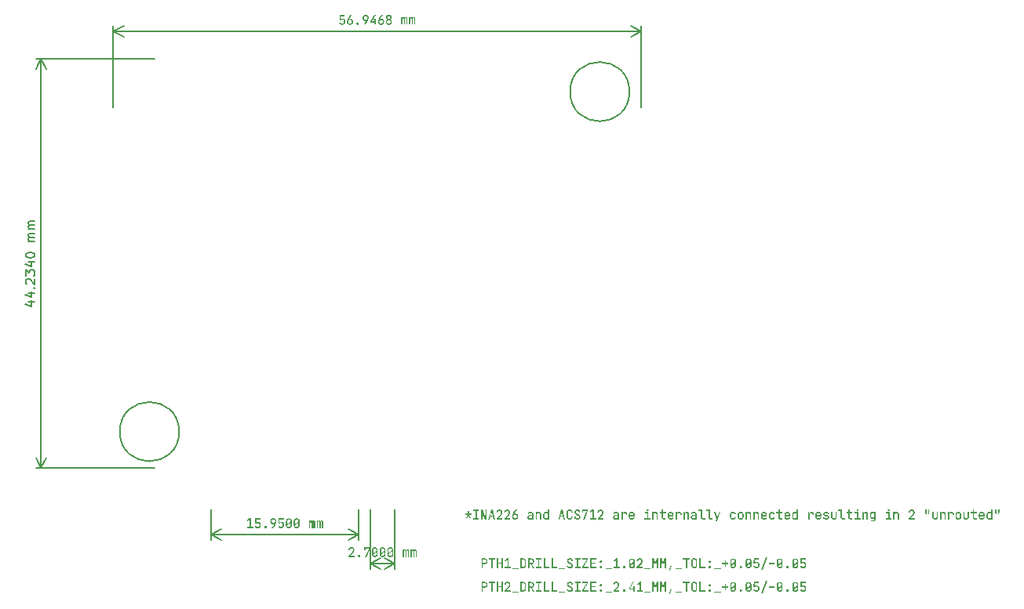
<source format=gbr>
%TF.GenerationSoftware,KiCad,Pcbnew,7.99.0-957-g18dd623122*%
%TF.CreationDate,2023-07-11T11:10:07+08:00*%
%TF.ProjectId,power,706f7765-722e-46b6-9963-61645f706362,V2*%
%TF.SameCoordinates,Original*%
%TF.FileFunction,Other,Comment*%
%FSLAX46Y46*%
G04 Gerber Fmt 4.6, Leading zero omitted, Abs format (unit mm)*
G04 Created by KiCad (PCBNEW 7.99.0-957-g18dd623122) date 2023-07-11 11:10:07*
%MOMM*%
%LPD*%
G01*
G04 APERTURE LIST*
%ADD10C,0.150000*%
G04 APERTURE END LIST*
D10*
G36*
X159760873Y-129558030D02*
G01*
X159808500Y-129428093D01*
X159940880Y-129474987D01*
X159950948Y-129478891D01*
X159961062Y-129483122D01*
X159971224Y-129487680D01*
X159981432Y-129492565D01*
X159987286Y-129495504D01*
X159996162Y-129499952D01*
X160005020Y-129504503D01*
X160013862Y-129509157D01*
X160022686Y-129513914D01*
X160031493Y-129518774D01*
X160034425Y-129520417D01*
X160043115Y-129525388D01*
X160051598Y-129530412D01*
X160061235Y-129536337D01*
X160070592Y-129542333D01*
X160078389Y-129547528D01*
X160086967Y-129553385D01*
X160095798Y-129559506D01*
X160104492Y-129565663D01*
X160111117Y-129570486D01*
X160109407Y-129571708D01*
X160106230Y-129560385D01*
X160103620Y-129550520D01*
X160100949Y-129539937D01*
X160098216Y-129528637D01*
X160095423Y-129516620D01*
X160092568Y-129503885D01*
X160090387Y-129493863D01*
X160088172Y-129483437D01*
X160087426Y-129479872D01*
X160085287Y-129469133D01*
X160083358Y-129458532D01*
X160081640Y-129448067D01*
X160080133Y-129437740D01*
X160078835Y-129427551D01*
X160077748Y-129417499D01*
X160076872Y-129407584D01*
X160076206Y-129397807D01*
X160075645Y-129384984D01*
X160075458Y-129372406D01*
X160075458Y-129231233D01*
X160214676Y-129231233D01*
X160214676Y-129372406D01*
X160214478Y-129384984D01*
X160213882Y-129397807D01*
X160213175Y-129407584D01*
X160212245Y-129417499D01*
X160211092Y-129427551D01*
X160209715Y-129437740D01*
X160208115Y-129448067D01*
X160206292Y-129458532D01*
X160204245Y-129469133D01*
X160201975Y-129479872D01*
X160199620Y-129490435D01*
X160197316Y-129500598D01*
X160195063Y-129510361D01*
X160192140Y-129522759D01*
X160189308Y-129534446D01*
X160186568Y-129545424D01*
X160183920Y-129555691D01*
X160181363Y-129565249D01*
X160179505Y-129571952D01*
X160177551Y-129570486D01*
X160186124Y-129564361D01*
X160195185Y-129558033D01*
X160204309Y-129551759D01*
X160210524Y-129547528D01*
X160219640Y-129541472D01*
X160229037Y-129535486D01*
X160238714Y-129529571D01*
X160247232Y-129524556D01*
X160254488Y-129520417D01*
X160263280Y-129515522D01*
X160272073Y-129510731D01*
X160280866Y-129506043D01*
X160289659Y-129501457D01*
X160298451Y-129496975D01*
X160301382Y-129495504D01*
X160310158Y-129491136D01*
X160320353Y-129486344D01*
X160330501Y-129481880D01*
X160340602Y-129477742D01*
X160347788Y-129474987D01*
X160480412Y-129428093D01*
X160527795Y-129557297D01*
X160395416Y-129604925D01*
X160384150Y-129608722D01*
X160372579Y-129612298D01*
X160360703Y-129615652D01*
X160348521Y-129618785D01*
X160336034Y-129621697D01*
X160326469Y-129623736D01*
X160316731Y-129625650D01*
X160306822Y-129627440D01*
X160296742Y-129629105D01*
X160286773Y-129630632D01*
X160273956Y-129632436D01*
X160261681Y-129633972D01*
X160249948Y-129635241D01*
X160238757Y-129636242D01*
X160228107Y-129636977D01*
X160218000Y-129637445D01*
X160206128Y-129637653D01*
X160205395Y-129639119D01*
X160214406Y-129646423D01*
X160222062Y-129652894D01*
X160230114Y-129659922D01*
X160238563Y-129667506D01*
X160247409Y-129675648D01*
X160256652Y-129684348D01*
X160263845Y-129691238D01*
X160271261Y-129698441D01*
X160273783Y-129700912D01*
X160281267Y-129708373D01*
X160288515Y-129715824D01*
X160295526Y-129723268D01*
X160302302Y-129730702D01*
X160308842Y-129738128D01*
X160317193Y-129748016D01*
X160325126Y-129757889D01*
X160332638Y-129767746D01*
X160339731Y-129777589D01*
X160341438Y-129780047D01*
X160423015Y-129898016D01*
X160309198Y-129978372D01*
X160227377Y-129860647D01*
X160220610Y-129850713D01*
X160213989Y-129840329D01*
X160207513Y-129829495D01*
X160201182Y-129818210D01*
X160196528Y-129809451D01*
X160191957Y-129800438D01*
X160187467Y-129791173D01*
X160183058Y-129781653D01*
X160178731Y-129771881D01*
X160177307Y-129768567D01*
X160173151Y-129758716D01*
X160169201Y-129749222D01*
X160165457Y-129740083D01*
X160160786Y-129728453D01*
X160156481Y-129717456D01*
X160152543Y-129707093D01*
X160148971Y-129697364D01*
X160145021Y-129686093D01*
X160143601Y-129681861D01*
X160144823Y-129681861D01*
X160140768Y-129692801D01*
X160137181Y-129702248D01*
X160133288Y-129712314D01*
X160129090Y-129722997D01*
X160124587Y-129734299D01*
X160119778Y-129746219D01*
X160115971Y-129755565D01*
X160111993Y-129765259D01*
X160110629Y-129768567D01*
X160106449Y-129778424D01*
X160102154Y-129788028D01*
X160097742Y-129797378D01*
X160093215Y-129806475D01*
X160088572Y-129815318D01*
X160083813Y-129823908D01*
X160077287Y-129834968D01*
X160070555Y-129845577D01*
X160063617Y-129855736D01*
X160060070Y-129860647D01*
X159979715Y-129978372D01*
X159865653Y-129898016D01*
X159946009Y-129780047D01*
X159953348Y-129769869D01*
X159961076Y-129759729D01*
X159969193Y-129749627D01*
X159975536Y-129742076D01*
X159982099Y-129734546D01*
X159988880Y-129727038D01*
X159995880Y-129719551D01*
X160003100Y-129712086D01*
X160010538Y-129704642D01*
X160015618Y-129699691D01*
X160023229Y-129692381D01*
X160030582Y-129685380D01*
X160039985Y-129676526D01*
X160048931Y-129668222D01*
X160057418Y-129660467D01*
X160065448Y-129653262D01*
X160073019Y-129646606D01*
X160081839Y-129639060D01*
X160083518Y-129637653D01*
X160083762Y-129637653D01*
X160072007Y-129637450D01*
X160061941Y-129636996D01*
X160051288Y-129636283D01*
X160040047Y-129635310D01*
X160028218Y-129634077D01*
X160015802Y-129632585D01*
X160006104Y-129631295D01*
X159996076Y-129629860D01*
X159992659Y-129629349D01*
X159982448Y-129627684D01*
X159972421Y-129625894D01*
X159962578Y-129623980D01*
X159952920Y-129621942D01*
X159940330Y-129619030D01*
X159928069Y-129615897D01*
X159916135Y-129612542D01*
X159904530Y-129608966D01*
X159893253Y-129605169D01*
X159760873Y-129558030D01*
G37*
G36*
X160911745Y-129977151D02*
G01*
X160911745Y-129188735D01*
X160688019Y-129188735D01*
X160688019Y-129059286D01*
X161280552Y-129059286D01*
X161280552Y-129188735D01*
X161056825Y-129188735D01*
X161056825Y-129977151D01*
X161280552Y-129977151D01*
X161280552Y-130106600D01*
X160688019Y-130106600D01*
X160688019Y-129977151D01*
X160911745Y-129977151D01*
G37*
G36*
X161686728Y-129059286D02*
G01*
X161957349Y-129743655D01*
X161961519Y-129753546D01*
X161965603Y-129763988D01*
X161969602Y-129774979D01*
X161972869Y-129784558D01*
X161976075Y-129794518D01*
X161978598Y-129802761D01*
X161981656Y-129813052D01*
X161984570Y-129823164D01*
X161987342Y-129833097D01*
X161989971Y-129842852D01*
X161992456Y-129852427D01*
X161995249Y-129863681D01*
X161995695Y-129865532D01*
X161998682Y-129876415D01*
X162001539Y-129887084D01*
X162004264Y-129897539D01*
X162006858Y-129907778D01*
X162009320Y-129917803D01*
X162011652Y-129927613D01*
X162012548Y-129931477D01*
X162009128Y-129931477D01*
X162007982Y-129921621D01*
X162007907Y-129920975D01*
X162006900Y-129911037D01*
X162005783Y-129900879D01*
X162004532Y-129889904D01*
X162003999Y-129885315D01*
X162003009Y-129875515D01*
X162002053Y-129865165D01*
X162001131Y-129854266D01*
X162000244Y-129842817D01*
X161999531Y-129832857D01*
X161999114Y-129826697D01*
X161998551Y-129816157D01*
X161998084Y-129805450D01*
X161997712Y-129794576D01*
X161997435Y-129783535D01*
X161997254Y-129772327D01*
X161997168Y-129760952D01*
X161997160Y-129756355D01*
X161997160Y-129059286D01*
X162133692Y-129059286D01*
X162133692Y-130106600D01*
X161960280Y-130106600D01*
X161693811Y-129412461D01*
X161690294Y-129402128D01*
X161686765Y-129391734D01*
X161683224Y-129381281D01*
X161679671Y-129370768D01*
X161676107Y-129360196D01*
X161672530Y-129349564D01*
X161671096Y-129345295D01*
X161667687Y-129334670D01*
X161664480Y-129324319D01*
X161661476Y-129314243D01*
X161658674Y-129304441D01*
X161656076Y-129294913D01*
X161653225Y-129283842D01*
X161652778Y-129282036D01*
X161649820Y-129272098D01*
X161647054Y-129262434D01*
X161643985Y-129251200D01*
X161641192Y-129240361D01*
X161638673Y-129229917D01*
X161637146Y-129223173D01*
X161641054Y-129223173D01*
X161642242Y-129233177D01*
X161643364Y-129243274D01*
X161644471Y-129253638D01*
X161645513Y-129263656D01*
X161645695Y-129265427D01*
X161646241Y-129276462D01*
X161646728Y-129286645D01*
X161647231Y-129297499D01*
X161647752Y-129309022D01*
X161648199Y-129319137D01*
X161648382Y-129323313D01*
X161648804Y-129333966D01*
X161649154Y-129345013D01*
X161649434Y-129356454D01*
X161649641Y-129368288D01*
X161649777Y-129380515D01*
X161649834Y-129390581D01*
X161649847Y-129398295D01*
X161649847Y-130106600D01*
X161513315Y-130106600D01*
X161513315Y-129059286D01*
X161686728Y-129059286D01*
G37*
G36*
X163032994Y-130106600D02*
G01*
X162881808Y-130106600D01*
X162811466Y-129825232D01*
X162512757Y-129825232D01*
X162440950Y-130106600D01*
X162292206Y-130106600D01*
X162402000Y-129695783D01*
X162543287Y-129695783D01*
X162782157Y-129695783D01*
X162686169Y-129299377D01*
X162683565Y-129288375D01*
X162681063Y-129277716D01*
X162678665Y-129267400D01*
X162676369Y-129257428D01*
X162674177Y-129247800D01*
X162673469Y-129244666D01*
X162671128Y-129233882D01*
X162669021Y-129223542D01*
X162667148Y-129213646D01*
X162665293Y-129202881D01*
X162664676Y-129198993D01*
X162663623Y-129190441D01*
X162662495Y-129196647D01*
X162661989Y-129199237D01*
X162660448Y-129209679D01*
X162658773Y-129219316D01*
X162656795Y-129229420D01*
X162654512Y-129239992D01*
X162653441Y-129244666D01*
X162650913Y-129255811D01*
X162648635Y-129265755D01*
X162646253Y-129276059D01*
X162643769Y-129286723D01*
X162641182Y-129297749D01*
X162640740Y-129299621D01*
X162543287Y-129695783D01*
X162402000Y-129695783D01*
X162572108Y-129059286D01*
X162761641Y-129059286D01*
X163032994Y-130106600D01*
G37*
G36*
X163163176Y-129346272D02*
G01*
X163163960Y-129332524D01*
X163165122Y-129319123D01*
X163166662Y-129306071D01*
X163168580Y-129293366D01*
X163170875Y-129281009D01*
X163173548Y-129269000D01*
X163176600Y-129257339D01*
X163180029Y-129246025D01*
X163183835Y-129235059D01*
X163188020Y-129224441D01*
X163191019Y-129217556D01*
X163195814Y-129207441D01*
X163200949Y-129197614D01*
X163206422Y-129188075D01*
X163212234Y-129178824D01*
X163218386Y-129169860D01*
X163224877Y-129161184D01*
X163231707Y-129152796D01*
X163238876Y-129144695D01*
X163246384Y-129136882D01*
X163254232Y-129129356D01*
X163259652Y-129124499D01*
X163268076Y-129117459D01*
X163276771Y-129110720D01*
X163285736Y-129104282D01*
X163294972Y-129098144D01*
X163304478Y-129092306D01*
X163314254Y-129086769D01*
X163324301Y-129081533D01*
X163334619Y-129076597D01*
X163345207Y-129071962D01*
X163356066Y-129067627D01*
X163363455Y-129064904D01*
X163374749Y-129061106D01*
X163386284Y-129057682D01*
X163398059Y-129054632D01*
X163410075Y-129051955D01*
X163422331Y-129049652D01*
X163434827Y-129047722D01*
X163447564Y-129046166D01*
X163460541Y-129044983D01*
X163473759Y-129044173D01*
X163487217Y-129043738D01*
X163496323Y-129043655D01*
X163509662Y-129043837D01*
X163522753Y-129044384D01*
X163535594Y-129045297D01*
X163548186Y-129046574D01*
X163560530Y-129048216D01*
X163572624Y-129050223D01*
X163584469Y-129052595D01*
X163596066Y-129055332D01*
X163607413Y-129058434D01*
X163618511Y-129061901D01*
X163625772Y-129064415D01*
X163636429Y-129068421D01*
X163646786Y-129072744D01*
X163656843Y-129077385D01*
X163666598Y-129082344D01*
X163676054Y-129087621D01*
X163685209Y-129093215D01*
X163694063Y-129099127D01*
X163702617Y-129105356D01*
X163710870Y-129111904D01*
X163718823Y-129118769D01*
X163723957Y-129123522D01*
X163731401Y-129130899D01*
X163738526Y-129138560D01*
X163745334Y-129146504D01*
X163751824Y-129154732D01*
X163757996Y-129163243D01*
X163763851Y-129172037D01*
X163769388Y-129181114D01*
X163774607Y-129190475D01*
X163779509Y-129200119D01*
X163784093Y-129210047D01*
X163786972Y-129216823D01*
X163790988Y-129227195D01*
X163794608Y-129237794D01*
X163797834Y-129248621D01*
X163800665Y-129259676D01*
X163803101Y-129270958D01*
X163805141Y-129282468D01*
X163806787Y-129294205D01*
X163808038Y-129306170D01*
X163808894Y-129318362D01*
X163809355Y-129330782D01*
X163809442Y-129339188D01*
X163809194Y-129353992D01*
X163808450Y-129368727D01*
X163807210Y-129383393D01*
X163805473Y-129397990D01*
X163803241Y-129412519D01*
X163800512Y-129426979D01*
X163797287Y-129441370D01*
X163793567Y-129455692D01*
X163789350Y-129469946D01*
X163784636Y-129484131D01*
X163779427Y-129498248D01*
X163773722Y-129512296D01*
X163767520Y-129526275D01*
X163760823Y-129540185D01*
X163753629Y-129554027D01*
X163745939Y-129567800D01*
X163737713Y-129581585D01*
X163728911Y-129595464D01*
X163719532Y-129609437D01*
X163709578Y-129623502D01*
X163699046Y-129637662D01*
X163687939Y-129651915D01*
X163676256Y-129666261D01*
X163663996Y-129680701D01*
X163651160Y-129695234D01*
X163644525Y-129702536D01*
X163637747Y-129709861D01*
X163630825Y-129717210D01*
X163623759Y-129724582D01*
X163616548Y-129731977D01*
X163609194Y-129739396D01*
X163601695Y-129746838D01*
X163594053Y-129754303D01*
X163586266Y-129761792D01*
X163578335Y-129769304D01*
X163570260Y-129776839D01*
X163562042Y-129784398D01*
X163553679Y-129791981D01*
X163545172Y-129799586D01*
X163374934Y-129950528D01*
X163367119Y-129956757D01*
X163358814Y-129962740D01*
X163350266Y-129968541D01*
X163341717Y-129974220D01*
X163333277Y-129979569D01*
X163324916Y-129984739D01*
X163324132Y-129985211D01*
X163321689Y-129980570D01*
X163331517Y-129978917D01*
X163342040Y-129977805D01*
X163351977Y-129977271D01*
X163359791Y-129977151D01*
X163369714Y-129977151D01*
X163379697Y-129977151D01*
X163389742Y-129977151D01*
X163399847Y-129977151D01*
X163409876Y-129977151D01*
X163420612Y-129977151D01*
X163430768Y-129977151D01*
X163437216Y-129977151D01*
X163819212Y-129977151D01*
X163819212Y-130106600D01*
X163170503Y-130106600D01*
X163170503Y-129954680D01*
X163440636Y-129717276D01*
X163448048Y-129710674D01*
X163455325Y-129704118D01*
X163465986Y-129694369D01*
X163476342Y-129684723D01*
X163486393Y-129675181D01*
X163496140Y-129665741D01*
X163505582Y-129656405D01*
X163514719Y-129647171D01*
X163523551Y-129638041D01*
X163532078Y-129629013D01*
X163540300Y-129620089D01*
X163542973Y-129617137D01*
X163550842Y-129608315D01*
X163558418Y-129599528D01*
X163565702Y-129590776D01*
X163572695Y-129582057D01*
X163579395Y-129573373D01*
X163585804Y-129564724D01*
X163591920Y-129556109D01*
X163597745Y-129547528D01*
X163603278Y-129538981D01*
X163608518Y-129530469D01*
X163611850Y-129524813D01*
X163616671Y-129516299D01*
X163622712Y-129504961D01*
X163628311Y-129493638D01*
X163633467Y-129482331D01*
X163638180Y-129471038D01*
X163642450Y-129459761D01*
X163646278Y-129448499D01*
X163649663Y-129437252D01*
X163650440Y-129434443D01*
X163653360Y-129423078D01*
X163655890Y-129411576D01*
X163658031Y-129399936D01*
X163659783Y-129388159D01*
X163661145Y-129376245D01*
X163662118Y-129364193D01*
X163662702Y-129352004D01*
X163662897Y-129339677D01*
X163662502Y-129325450D01*
X163661317Y-129311802D01*
X163659342Y-129298734D01*
X163656577Y-129286245D01*
X163653022Y-129274336D01*
X163648677Y-129263007D01*
X163643542Y-129252257D01*
X163637618Y-129242087D01*
X163630903Y-129232496D01*
X163623398Y-129223485D01*
X163617956Y-129217800D01*
X163609292Y-129209812D01*
X163600061Y-129202610D01*
X163590264Y-129196194D01*
X163579900Y-129190563D01*
X163568969Y-129185718D01*
X163557472Y-129181659D01*
X163545407Y-129178385D01*
X163532776Y-129175897D01*
X163519579Y-129174195D01*
X163505814Y-129173278D01*
X163496323Y-129173103D01*
X163485745Y-129173281D01*
X163475444Y-129173813D01*
X163465420Y-129174700D01*
X163455672Y-129175943D01*
X163441569Y-129178471D01*
X163428089Y-129181799D01*
X163415231Y-129185925D01*
X163402996Y-129190849D01*
X163391383Y-129196572D01*
X163380393Y-129203094D01*
X163370025Y-129210414D01*
X163360280Y-129218533D01*
X163351288Y-129227375D01*
X163343181Y-129236865D01*
X163335958Y-129247004D01*
X163329620Y-129257791D01*
X163324166Y-129269226D01*
X163319596Y-129281310D01*
X163315911Y-129294041D01*
X163313110Y-129307422D01*
X163311194Y-129321450D01*
X163310162Y-129336127D01*
X163309966Y-129346272D01*
X163163176Y-129346272D01*
G37*
G36*
X164002394Y-129346272D02*
G01*
X164003178Y-129332524D01*
X164004341Y-129319123D01*
X164005880Y-129306071D01*
X164007798Y-129293366D01*
X164010094Y-129281009D01*
X164012767Y-129269000D01*
X164015818Y-129257339D01*
X164019247Y-129246025D01*
X164023054Y-129235059D01*
X164027238Y-129224441D01*
X164030238Y-129217556D01*
X164035033Y-129207441D01*
X164040167Y-129197614D01*
X164045640Y-129188075D01*
X164051453Y-129178824D01*
X164057604Y-129169860D01*
X164064095Y-129161184D01*
X164070925Y-129152796D01*
X164078094Y-129144695D01*
X164085603Y-129136882D01*
X164093450Y-129129356D01*
X164098870Y-129124499D01*
X164107294Y-129117459D01*
X164115989Y-129110720D01*
X164124954Y-129104282D01*
X164134190Y-129098144D01*
X164143696Y-129092306D01*
X164153473Y-129086769D01*
X164163520Y-129081533D01*
X164173837Y-129076597D01*
X164184425Y-129071962D01*
X164195284Y-129067627D01*
X164202673Y-129064904D01*
X164213968Y-129061106D01*
X164225502Y-129057682D01*
X164237278Y-129054632D01*
X164249293Y-129051955D01*
X164261549Y-129049652D01*
X164274046Y-129047722D01*
X164286783Y-129046166D01*
X164299760Y-129044983D01*
X164312978Y-129044173D01*
X164326436Y-129043738D01*
X164335541Y-129043655D01*
X164348881Y-129043837D01*
X164361971Y-129044384D01*
X164374813Y-129045297D01*
X164387405Y-129046574D01*
X164399748Y-129048216D01*
X164411843Y-129050223D01*
X164423688Y-129052595D01*
X164435284Y-129055332D01*
X164446631Y-129058434D01*
X164457730Y-129061901D01*
X164464990Y-129064415D01*
X164475648Y-129068421D01*
X164486005Y-129072744D01*
X164496061Y-129077385D01*
X164505817Y-129082344D01*
X164515272Y-129087621D01*
X164524427Y-129093215D01*
X164533281Y-129099127D01*
X164541835Y-129105356D01*
X164550088Y-129111904D01*
X164558041Y-129118769D01*
X164563176Y-129123522D01*
X164570619Y-129130899D01*
X164577744Y-129138560D01*
X164584552Y-129146504D01*
X164591042Y-129154732D01*
X164597215Y-129163243D01*
X164603069Y-129172037D01*
X164608606Y-129181114D01*
X164613826Y-129190475D01*
X164618727Y-129200119D01*
X164623311Y-129210047D01*
X164626190Y-129216823D01*
X164630206Y-129227195D01*
X164633827Y-129237794D01*
X164637053Y-129248621D01*
X164639883Y-129259676D01*
X164642319Y-129270958D01*
X164644360Y-129282468D01*
X164646006Y-129294205D01*
X164647256Y-129306170D01*
X164648112Y-129318362D01*
X164648573Y-129330782D01*
X164648661Y-129339188D01*
X164648413Y-129353992D01*
X164647669Y-129368727D01*
X164646428Y-129383393D01*
X164644692Y-129397990D01*
X164642459Y-129412519D01*
X164639731Y-129426979D01*
X164636506Y-129441370D01*
X164632785Y-129455692D01*
X164628568Y-129469946D01*
X164623855Y-129484131D01*
X164618646Y-129498248D01*
X164612940Y-129512296D01*
X164606739Y-129526275D01*
X164600041Y-129540185D01*
X164592847Y-129554027D01*
X164585158Y-129567800D01*
X164576932Y-129581585D01*
X164568129Y-129595464D01*
X164558751Y-129609437D01*
X164548796Y-129623502D01*
X164538265Y-129637662D01*
X164527158Y-129651915D01*
X164515474Y-129666261D01*
X164503214Y-129680701D01*
X164490378Y-129695234D01*
X164483744Y-129702536D01*
X164476966Y-129709861D01*
X164470043Y-129717210D01*
X164462977Y-129724582D01*
X164455767Y-129731977D01*
X164448412Y-129739396D01*
X164440914Y-129746838D01*
X164433271Y-129754303D01*
X164425484Y-129761792D01*
X164417554Y-129769304D01*
X164409479Y-129776839D01*
X164401260Y-129784398D01*
X164392897Y-129791981D01*
X164384390Y-129799586D01*
X164214153Y-129950528D01*
X164206337Y-129956757D01*
X164198033Y-129962740D01*
X164189484Y-129968541D01*
X164180936Y-129974220D01*
X164172496Y-129979569D01*
X164164134Y-129984739D01*
X164163350Y-129985211D01*
X164160908Y-129980570D01*
X164170735Y-129978917D01*
X164181258Y-129977805D01*
X164191196Y-129977271D01*
X164199010Y-129977151D01*
X164208932Y-129977151D01*
X164218915Y-129977151D01*
X164228960Y-129977151D01*
X164239066Y-129977151D01*
X164249095Y-129977151D01*
X164259830Y-129977151D01*
X164269986Y-129977151D01*
X164276435Y-129977151D01*
X164658430Y-129977151D01*
X164658430Y-130106600D01*
X164009721Y-130106600D01*
X164009721Y-129954680D01*
X164279854Y-129717276D01*
X164287266Y-129710674D01*
X164294543Y-129704118D01*
X164305204Y-129694369D01*
X164315560Y-129684723D01*
X164325612Y-129675181D01*
X164335358Y-129665741D01*
X164344800Y-129656405D01*
X164353937Y-129647171D01*
X164362769Y-129638041D01*
X164371296Y-129629013D01*
X164379519Y-129620089D01*
X164382192Y-129617137D01*
X164390060Y-129608315D01*
X164397636Y-129599528D01*
X164404921Y-129590776D01*
X164411913Y-129582057D01*
X164418614Y-129573373D01*
X164425022Y-129564724D01*
X164431139Y-129556109D01*
X164436963Y-129547528D01*
X164442496Y-129538981D01*
X164447737Y-129530469D01*
X164451068Y-129524813D01*
X164455890Y-129516299D01*
X164461931Y-129504961D01*
X164467529Y-129493638D01*
X164472685Y-129482331D01*
X164477398Y-129471038D01*
X164481669Y-129459761D01*
X164485497Y-129448499D01*
X164488882Y-129437252D01*
X164489659Y-129434443D01*
X164492578Y-129423078D01*
X164495108Y-129411576D01*
X164497249Y-129399936D01*
X164499001Y-129388159D01*
X164500363Y-129376245D01*
X164501337Y-129364193D01*
X164501920Y-129352004D01*
X164502115Y-129339677D01*
X164501720Y-129325450D01*
X164500535Y-129311802D01*
X164498560Y-129298734D01*
X164495795Y-129286245D01*
X164492240Y-129274336D01*
X164487896Y-129263007D01*
X164482761Y-129252257D01*
X164476836Y-129242087D01*
X164470121Y-129232496D01*
X164462616Y-129223485D01*
X164457174Y-129217800D01*
X164448510Y-129209812D01*
X164439280Y-129202610D01*
X164429482Y-129196194D01*
X164419118Y-129190563D01*
X164408187Y-129185718D01*
X164396690Y-129181659D01*
X164384626Y-129178385D01*
X164371995Y-129175897D01*
X164358797Y-129174195D01*
X164345033Y-129173278D01*
X164335541Y-129173103D01*
X164324964Y-129173281D01*
X164314662Y-129173813D01*
X164304638Y-129174700D01*
X164294890Y-129175943D01*
X164280787Y-129178471D01*
X164267307Y-129181799D01*
X164254449Y-129185925D01*
X164242214Y-129190849D01*
X164230601Y-129196572D01*
X164219611Y-129203094D01*
X164209243Y-129210414D01*
X164199498Y-129218533D01*
X164190507Y-129227375D01*
X164182399Y-129236865D01*
X164175176Y-129247004D01*
X164168838Y-129257791D01*
X164163384Y-129269226D01*
X164158815Y-129281310D01*
X164155129Y-129294041D01*
X164152329Y-129307422D01*
X164150413Y-129321450D01*
X164149381Y-129336127D01*
X164149184Y-129346272D01*
X164002394Y-129346272D01*
G37*
G36*
X165142031Y-129417346D02*
G01*
X165136801Y-129425851D01*
X165130080Y-129436724D01*
X165123650Y-129447062D01*
X165117509Y-129456866D01*
X165111659Y-129466136D01*
X165106099Y-129474872D01*
X165099556Y-129485040D01*
X165094648Y-129492573D01*
X165088886Y-129501340D01*
X165082474Y-129511025D01*
X165078129Y-129517528D01*
X165079947Y-129515671D01*
X165086588Y-129509670D01*
X165094777Y-129503230D01*
X165103773Y-129497099D01*
X165113576Y-129491277D01*
X165122362Y-129486662D01*
X165131708Y-129482261D01*
X165139589Y-129478895D01*
X165150081Y-129475096D01*
X165161409Y-129471940D01*
X165171071Y-129469879D01*
X165181269Y-129468231D01*
X165192000Y-129466994D01*
X165203266Y-129466170D01*
X165215066Y-129465758D01*
X165221166Y-129465706D01*
X165232985Y-129465914D01*
X165244628Y-129466539D01*
X165256094Y-129467580D01*
X165267385Y-129469038D01*
X165278500Y-129470912D01*
X165289439Y-129473202D01*
X165300201Y-129475909D01*
X165310788Y-129479033D01*
X165321198Y-129482573D01*
X165331433Y-129486529D01*
X165338158Y-129489398D01*
X165348098Y-129494010D01*
X165357767Y-129498961D01*
X165367166Y-129504251D01*
X165376295Y-129509880D01*
X165385152Y-129515848D01*
X165393740Y-129522156D01*
X165402057Y-129528803D01*
X165410103Y-129535789D01*
X165417879Y-129543114D01*
X165425385Y-129550778D01*
X165430238Y-129556076D01*
X165437280Y-129564238D01*
X165444025Y-129572697D01*
X165450474Y-129581452D01*
X165456628Y-129590503D01*
X165462484Y-129599850D01*
X165468045Y-129609494D01*
X165473309Y-129619434D01*
X165478277Y-129629670D01*
X165482949Y-129640202D01*
X165487325Y-129651030D01*
X165490077Y-129658414D01*
X165493962Y-129669665D01*
X165497465Y-129681160D01*
X165500585Y-129692900D01*
X165503324Y-129704885D01*
X165505680Y-129717114D01*
X165507654Y-129729589D01*
X165509246Y-129742308D01*
X165510456Y-129755271D01*
X165511284Y-129768480D01*
X165511730Y-129781933D01*
X165511815Y-129791038D01*
X165511598Y-129804671D01*
X165510948Y-129818094D01*
X165509864Y-129831307D01*
X165508346Y-129844309D01*
X165506395Y-129857101D01*
X165504010Y-129869683D01*
X165501191Y-129882054D01*
X165497939Y-129894215D01*
X165494253Y-129906166D01*
X165490134Y-129917906D01*
X165487146Y-129925616D01*
X165482395Y-129936910D01*
X165477300Y-129947895D01*
X165471862Y-129958571D01*
X165466081Y-129968938D01*
X165459955Y-129978996D01*
X165453487Y-129988745D01*
X165446675Y-129998184D01*
X165439519Y-130007315D01*
X165432020Y-130016136D01*
X165424178Y-130024648D01*
X165418758Y-130030151D01*
X165410369Y-130038136D01*
X165401688Y-130045785D01*
X165392715Y-130053099D01*
X165383450Y-130060079D01*
X165373893Y-130066724D01*
X165364044Y-130073033D01*
X165353903Y-130079008D01*
X165343471Y-130084648D01*
X165332746Y-130089953D01*
X165321729Y-130094924D01*
X165314223Y-130098051D01*
X165302766Y-130102372D01*
X165291113Y-130106268D01*
X165279262Y-130109740D01*
X165267213Y-130112786D01*
X165254967Y-130115407D01*
X165242524Y-130117603D01*
X165229883Y-130119374D01*
X165217044Y-130120720D01*
X165204008Y-130121641D01*
X165190775Y-130122137D01*
X165181843Y-130122231D01*
X165168209Y-130122025D01*
X165154786Y-130121407D01*
X165141574Y-130120376D01*
X165128571Y-130118934D01*
X165115779Y-130117079D01*
X165103198Y-130114812D01*
X165090826Y-130112133D01*
X165078666Y-130109042D01*
X165066715Y-130105539D01*
X165054975Y-130101623D01*
X165047265Y-130098784D01*
X165035923Y-130094168D01*
X165024885Y-130089204D01*
X165014153Y-130083892D01*
X165003725Y-130078233D01*
X164993602Y-130072226D01*
X164983784Y-130065871D01*
X164974271Y-130059168D01*
X164965062Y-130052118D01*
X164956158Y-130044720D01*
X164947560Y-130036974D01*
X164941996Y-130031617D01*
X164933923Y-130023313D01*
X164926188Y-130014704D01*
X164918793Y-130005790D01*
X164911737Y-129996572D01*
X164905020Y-129987049D01*
X164898642Y-129977220D01*
X164892604Y-129967087D01*
X164886904Y-129956650D01*
X164881544Y-129945907D01*
X164876523Y-129934860D01*
X164873364Y-129927325D01*
X164868999Y-129915756D01*
X164865064Y-129903947D01*
X164861558Y-129891897D01*
X164858481Y-129879606D01*
X164855833Y-129867076D01*
X164853615Y-129854304D01*
X164851826Y-129841293D01*
X164850466Y-129828041D01*
X164849536Y-129814548D01*
X164849035Y-129800815D01*
X164848965Y-129793969D01*
X164991333Y-129793969D01*
X164991539Y-129805182D01*
X164992154Y-129816107D01*
X164993180Y-129826744D01*
X164994615Y-129837093D01*
X164996462Y-129847153D01*
X164998718Y-129856926D01*
X165001385Y-129866411D01*
X165006154Y-129880097D01*
X165011846Y-129893135D01*
X165018461Y-129905525D01*
X165026000Y-129917266D01*
X165034461Y-129928360D01*
X165043846Y-129938805D01*
X165054023Y-129948451D01*
X165064771Y-129957149D01*
X165076091Y-129964897D01*
X165087981Y-129971697D01*
X165100443Y-129977548D01*
X165113475Y-129982451D01*
X165127078Y-129986404D01*
X165141253Y-129989409D01*
X165151020Y-129990885D01*
X165161040Y-129991939D01*
X165171315Y-129992571D01*
X165181843Y-129992782D01*
X165191937Y-129992557D01*
X165201825Y-129991882D01*
X165213895Y-129990404D01*
X165225643Y-129988223D01*
X165237070Y-129985338D01*
X165248174Y-129981749D01*
X165256825Y-129978372D01*
X165267355Y-129973589D01*
X165277419Y-129968245D01*
X165287018Y-129962340D01*
X165296152Y-129955875D01*
X165304821Y-129948849D01*
X165313025Y-129941263D01*
X165316176Y-129938072D01*
X165323699Y-129929731D01*
X165330697Y-129920889D01*
X165337171Y-129911546D01*
X165343120Y-129901703D01*
X165348543Y-129891358D01*
X165353443Y-129880513D01*
X165355255Y-129876034D01*
X165358576Y-129866791D01*
X165361453Y-129857258D01*
X165363888Y-129847435D01*
X165365880Y-129837322D01*
X165367429Y-129826919D01*
X165368536Y-129816225D01*
X165369200Y-129805242D01*
X165369421Y-129793969D01*
X165369200Y-129782699D01*
X165368536Y-129771727D01*
X165367429Y-129761053D01*
X165365880Y-129750677D01*
X165363888Y-129740598D01*
X165361453Y-129730817D01*
X165358576Y-129721333D01*
X165355255Y-129712147D01*
X165350566Y-129701031D01*
X165345352Y-129690428D01*
X165339613Y-129680337D01*
X165333350Y-129670760D01*
X165326562Y-129661695D01*
X165319249Y-129653143D01*
X165316176Y-129649865D01*
X165308159Y-129642055D01*
X165299676Y-129634805D01*
X165290728Y-129628116D01*
X165281315Y-129621987D01*
X165271436Y-129616419D01*
X165261093Y-129611411D01*
X165256825Y-129609565D01*
X165245979Y-129605414D01*
X165234810Y-129601966D01*
X165223320Y-129599222D01*
X165211507Y-129597181D01*
X165199372Y-129595845D01*
X165189433Y-129595282D01*
X165181843Y-129595155D01*
X165171461Y-129595369D01*
X165161319Y-129596010D01*
X165151417Y-129597078D01*
X165141757Y-129598574D01*
X165127716Y-129601620D01*
X165114216Y-129605627D01*
X165101258Y-129610596D01*
X165088840Y-129616526D01*
X165076963Y-129623418D01*
X165065627Y-129631272D01*
X165054832Y-129640088D01*
X165044578Y-129649865D01*
X165035063Y-129660428D01*
X165026483Y-129671601D01*
X165018840Y-129683383D01*
X165012132Y-129695775D01*
X165006361Y-129708777D01*
X165001525Y-129722388D01*
X164998821Y-129731801D01*
X164996533Y-129741485D01*
X164994661Y-129751440D01*
X164993205Y-129761666D01*
X164992165Y-129772162D01*
X164991541Y-129782930D01*
X164991333Y-129793969D01*
X164848965Y-129793969D01*
X164848940Y-129791526D01*
X164849093Y-129780553D01*
X164849551Y-129769495D01*
X164850314Y-129758350D01*
X164851382Y-129747120D01*
X164852756Y-129735804D01*
X164854435Y-129724401D01*
X164856420Y-129712913D01*
X164858710Y-129701340D01*
X164861305Y-129689680D01*
X164864205Y-129677934D01*
X164867411Y-129666103D01*
X164870922Y-129654185D01*
X164874738Y-129642182D01*
X164878860Y-129630093D01*
X164883287Y-129617918D01*
X164888019Y-129605657D01*
X164893027Y-129593247D01*
X164898281Y-129580684D01*
X164903781Y-129567968D01*
X164909527Y-129555099D01*
X164911592Y-129550613D01*
X165053006Y-129550613D01*
X165054592Y-129549726D01*
X165055265Y-129548467D01*
X165053006Y-129550613D01*
X164911592Y-129550613D01*
X164915520Y-129542078D01*
X164921759Y-129528904D01*
X164928243Y-129515578D01*
X164934974Y-129502098D01*
X164941952Y-129488467D01*
X164949175Y-129474682D01*
X164956644Y-129460745D01*
X164964360Y-129446655D01*
X164972322Y-129432413D01*
X164980530Y-129418018D01*
X164988984Y-129403470D01*
X164997684Y-129388770D01*
X165191368Y-129059286D01*
X165363071Y-129059286D01*
X165142031Y-129417346D01*
G37*
G36*
X166865624Y-129294032D02*
G01*
X166883181Y-129294851D01*
X166900253Y-129296215D01*
X166916837Y-129298125D01*
X166932935Y-129300581D01*
X166948547Y-129303582D01*
X166963672Y-129307130D01*
X166978310Y-129311223D01*
X166992462Y-129315861D01*
X167006127Y-129321046D01*
X167019306Y-129326776D01*
X167031998Y-129333052D01*
X167044203Y-129339873D01*
X167055922Y-129347241D01*
X167067154Y-129355154D01*
X167077900Y-129363613D01*
X167088104Y-129372529D01*
X167097649Y-129381874D01*
X167106537Y-129391648D01*
X167114766Y-129401852D01*
X167122336Y-129412485D01*
X167129248Y-129423548D01*
X167135502Y-129435039D01*
X167141098Y-129446961D01*
X167146035Y-129459311D01*
X167150314Y-129472091D01*
X167153935Y-129485300D01*
X167156897Y-129498939D01*
X167159202Y-129513006D01*
X167160847Y-129527504D01*
X167161835Y-129542430D01*
X167162164Y-129557786D01*
X167162164Y-130106600D01*
X167031006Y-130106600D01*
X167031006Y-129960981D01*
X167029931Y-129964969D01*
X167025243Y-129978431D01*
X167019627Y-129991404D01*
X167013084Y-130003888D01*
X167005614Y-130015882D01*
X166997216Y-130027387D01*
X166987891Y-130038402D01*
X166977638Y-130048928D01*
X166970288Y-130055673D01*
X166962526Y-130062201D01*
X166954351Y-130068511D01*
X166945765Y-130074604D01*
X166936858Y-130080371D01*
X166927721Y-130085766D01*
X166918356Y-130090790D01*
X166908762Y-130095441D01*
X166898939Y-130099720D01*
X166888887Y-130103627D01*
X166878606Y-130107161D01*
X166868096Y-130110324D01*
X166857356Y-130113115D01*
X166846388Y-130115533D01*
X166835191Y-130117580D01*
X166823765Y-130119254D01*
X166812110Y-130120557D01*
X166800227Y-130121487D01*
X166788114Y-130122045D01*
X166775772Y-130122231D01*
X166760971Y-130121967D01*
X166746550Y-130121174D01*
X166732509Y-130119853D01*
X166718848Y-130118003D01*
X166705566Y-130115624D01*
X166692664Y-130112717D01*
X166680142Y-130109281D01*
X166668000Y-130105317D01*
X166656237Y-130100824D01*
X166644854Y-130095803D01*
X166633850Y-130090253D01*
X166623227Y-130084175D01*
X166612983Y-130077568D01*
X166603119Y-130070432D01*
X166593634Y-130062768D01*
X166584530Y-130054576D01*
X166575923Y-130045906D01*
X166567871Y-130036872D01*
X166560375Y-130027473D01*
X166553434Y-130017710D01*
X166547049Y-130007583D01*
X166541218Y-129997091D01*
X166535943Y-129986235D01*
X166531224Y-129975014D01*
X166527059Y-129963428D01*
X166523450Y-129951479D01*
X166520396Y-129939164D01*
X166517897Y-129926486D01*
X166515954Y-129913443D01*
X166514565Y-129900035D01*
X166513733Y-129886263D01*
X166513455Y-129872126D01*
X166513617Y-129862112D01*
X166655604Y-129862112D01*
X166655941Y-129873417D01*
X166656952Y-129884249D01*
X166658637Y-129894609D01*
X166660997Y-129904496D01*
X166664030Y-129913911D01*
X166669123Y-129925731D01*
X166675414Y-129936710D01*
X166682903Y-129946850D01*
X166691591Y-129956150D01*
X166693950Y-129958344D01*
X166704056Y-129966416D01*
X166712316Y-129971763D01*
X166721161Y-129976505D01*
X166730589Y-129980642D01*
X166740601Y-129984173D01*
X166751197Y-129987099D01*
X166762377Y-129989419D01*
X166774140Y-129991134D01*
X166786488Y-129992244D01*
X166799419Y-129992749D01*
X166803860Y-129992782D01*
X166815412Y-129992592D01*
X166826742Y-129992019D01*
X166837851Y-129991065D01*
X166848739Y-129989729D01*
X166859406Y-129988012D01*
X166869851Y-129985913D01*
X166880075Y-129983432D01*
X166890077Y-129980570D01*
X166899805Y-129977303D01*
X166909205Y-129973731D01*
X166918276Y-129969854D01*
X166929154Y-129964578D01*
X166939518Y-129958825D01*
X166949370Y-129952595D01*
X166958710Y-129945888D01*
X166967470Y-129938693D01*
X166975587Y-129931152D01*
X166983060Y-129923265D01*
X166989889Y-129915033D01*
X166996074Y-129906455D01*
X167001614Y-129897530D01*
X167003650Y-129893864D01*
X167008294Y-129884503D01*
X167012151Y-129874892D01*
X167015221Y-129865031D01*
X167017503Y-129854919D01*
X167018999Y-129844556D01*
X167019707Y-129833943D01*
X167019770Y-129829628D01*
X167019770Y-129731442D01*
X166798242Y-129731442D01*
X166785864Y-129731747D01*
X166774011Y-129732662D01*
X166762680Y-129734186D01*
X166751874Y-129736320D01*
X166741592Y-129739063D01*
X166731833Y-129742416D01*
X166722598Y-129746379D01*
X166713887Y-129750951D01*
X166703087Y-129757996D01*
X166693218Y-129766125D01*
X166684402Y-129775158D01*
X166676762Y-129785039D01*
X166670297Y-129795766D01*
X166665008Y-129807341D01*
X166661812Y-129816578D01*
X166659277Y-129826292D01*
X166657404Y-129836482D01*
X166656192Y-129847149D01*
X166655641Y-129858292D01*
X166655604Y-129862112D01*
X166513617Y-129862112D01*
X166513627Y-129861505D01*
X166514142Y-129851072D01*
X166515001Y-129840828D01*
X166516203Y-129830773D01*
X166517748Y-129820907D01*
X166519637Y-129811230D01*
X166522690Y-129798621D01*
X166526354Y-129786348D01*
X166530628Y-129774410D01*
X166532994Y-129768567D01*
X166538154Y-129757183D01*
X166543863Y-129746234D01*
X166550122Y-129735721D01*
X166556930Y-129725642D01*
X166564288Y-129715998D01*
X166572195Y-129706789D01*
X166580652Y-129698016D01*
X166589659Y-129689677D01*
X166599230Y-129681789D01*
X166609259Y-129674366D01*
X166619746Y-129667409D01*
X166630691Y-129660917D01*
X166642095Y-129654891D01*
X166650947Y-129650678D01*
X166660058Y-129646726D01*
X166669426Y-129643035D01*
X166679052Y-129639607D01*
X166688915Y-129636464D01*
X166698998Y-129633631D01*
X166709300Y-129631106D01*
X166719821Y-129628891D01*
X166730561Y-129626985D01*
X166741520Y-129625388D01*
X166752697Y-129624100D01*
X166764094Y-129623121D01*
X166775709Y-129622451D01*
X166787544Y-129622090D01*
X166795555Y-129622022D01*
X167019770Y-129622022D01*
X167019770Y-129566823D01*
X167019377Y-129554356D01*
X167018199Y-129542417D01*
X167016235Y-129531006D01*
X167013485Y-129520123D01*
X167009949Y-129509768D01*
X167005628Y-129499941D01*
X167000521Y-129490643D01*
X166994629Y-129481872D01*
X166987950Y-129473630D01*
X166980486Y-129465915D01*
X166975074Y-129461066D01*
X166966333Y-129454300D01*
X166956870Y-129448200D01*
X166946686Y-129442765D01*
X166935781Y-129437996D01*
X166924155Y-129433892D01*
X166911807Y-129430454D01*
X166898738Y-129427681D01*
X166884948Y-129425574D01*
X166870437Y-129424132D01*
X166860362Y-129423541D01*
X166849966Y-129423245D01*
X166844648Y-129423208D01*
X166833042Y-129423408D01*
X166821762Y-129424007D01*
X166810808Y-129425005D01*
X166800181Y-129426402D01*
X166789880Y-129428199D01*
X166779905Y-129430395D01*
X166770256Y-129432990D01*
X166760934Y-129435985D01*
X166749012Y-129440599D01*
X166737670Y-129445923D01*
X166727053Y-129451937D01*
X166717306Y-129458623D01*
X166708429Y-129465981D01*
X166700423Y-129474011D01*
X166693286Y-129482712D01*
X166687020Y-129492084D01*
X166681624Y-129502129D01*
X166677098Y-129512845D01*
X166535681Y-129512845D01*
X166538670Y-129499759D01*
X166542142Y-129487062D01*
X166546097Y-129474755D01*
X166550534Y-129462836D01*
X166555454Y-129451307D01*
X166560857Y-129440168D01*
X166566743Y-129429417D01*
X166573111Y-129419056D01*
X166579962Y-129409084D01*
X166587296Y-129399501D01*
X166595113Y-129390308D01*
X166603413Y-129381504D01*
X166612195Y-129373089D01*
X166621460Y-129365063D01*
X166631208Y-129357427D01*
X166641438Y-129350179D01*
X166652089Y-129343347D01*
X166663038Y-129336956D01*
X166674285Y-129331005D01*
X166685829Y-129325496D01*
X166697671Y-129320427D01*
X166709811Y-129315798D01*
X166722248Y-129311611D01*
X166734983Y-129307864D01*
X166748016Y-129304558D01*
X166761346Y-129301693D01*
X166774974Y-129299269D01*
X166788900Y-129297286D01*
X166803123Y-129295743D01*
X166817644Y-129294641D01*
X166832463Y-129293980D01*
X166847579Y-129293759D01*
X166865624Y-129294032D01*
G37*
G36*
X167391996Y-129309391D02*
G01*
X167527063Y-129309391D01*
X167527063Y-129453250D01*
X167524620Y-129453250D01*
X167528178Y-129439607D01*
X167532440Y-129426522D01*
X167537406Y-129413996D01*
X167543076Y-129402028D01*
X167549450Y-129390617D01*
X167556528Y-129379765D01*
X167564311Y-129369471D01*
X167572797Y-129359735D01*
X167581988Y-129350558D01*
X167591882Y-129341938D01*
X167598870Y-129336502D01*
X167609848Y-129328863D01*
X167621350Y-129321976D01*
X167633376Y-129315840D01*
X167645925Y-129310456D01*
X167658998Y-129305822D01*
X167672595Y-129301940D01*
X167686716Y-129298810D01*
X167696421Y-129297140D01*
X167706358Y-129295805D01*
X167716529Y-129294803D01*
X167726932Y-129294135D01*
X167737568Y-129293801D01*
X167742973Y-129293759D01*
X167754531Y-129293946D01*
X167765848Y-129294506D01*
X167776925Y-129295440D01*
X167787761Y-129296747D01*
X167798357Y-129298428D01*
X167808713Y-129300483D01*
X167818828Y-129302911D01*
X167828703Y-129305712D01*
X167838337Y-129308887D01*
X167847731Y-129312435D01*
X167853860Y-129315008D01*
X167862846Y-129319143D01*
X167871580Y-129323578D01*
X167882830Y-129329959D01*
X167893630Y-129336874D01*
X167903980Y-129344323D01*
X167913879Y-129352307D01*
X167923329Y-129360825D01*
X167932327Y-129369877D01*
X167936658Y-129374604D01*
X167944943Y-129384404D01*
X167952702Y-129394632D01*
X167959934Y-129405287D01*
X167966639Y-129416369D01*
X167971322Y-129424962D01*
X167975709Y-129433794D01*
X167979800Y-129442868D01*
X167983595Y-129452181D01*
X167987093Y-129461735D01*
X167988193Y-129464974D01*
X167991292Y-129474764D01*
X167994087Y-129484717D01*
X167996576Y-129494834D01*
X167998761Y-129505113D01*
X168000640Y-129515556D01*
X168002215Y-129526162D01*
X168003485Y-129536931D01*
X168004451Y-129547863D01*
X168005111Y-129558959D01*
X168005467Y-129570217D01*
X168005534Y-129577814D01*
X168005534Y-130106600D01*
X167863141Y-130106600D01*
X167863141Y-129603215D01*
X167862974Y-129592621D01*
X167862473Y-129582332D01*
X167861638Y-129572349D01*
X167859760Y-129557946D01*
X167857130Y-129544230D01*
X167853749Y-129531202D01*
X167849617Y-129518860D01*
X167844733Y-129507205D01*
X167839098Y-129496237D01*
X167832712Y-129485956D01*
X167825574Y-129476361D01*
X167820398Y-129470347D01*
X167812086Y-129461923D01*
X167803176Y-129454327D01*
X167793670Y-129447560D01*
X167783567Y-129441622D01*
X167772868Y-129436512D01*
X167761571Y-129432231D01*
X167749678Y-129428778D01*
X167737188Y-129426154D01*
X167724101Y-129424359D01*
X167710418Y-129423392D01*
X167700964Y-129423208D01*
X167686819Y-129423652D01*
X167673237Y-129424985D01*
X167660218Y-129427207D01*
X167647761Y-129430318D01*
X167635866Y-129434317D01*
X167624534Y-129439205D01*
X167613764Y-129444982D01*
X167603557Y-129451647D01*
X167593912Y-129459201D01*
X167584829Y-129467644D01*
X167579086Y-129473766D01*
X167571055Y-129483570D01*
X167563814Y-129494022D01*
X167557362Y-129505123D01*
X167551701Y-129516871D01*
X167546829Y-129529268D01*
X167542748Y-129542314D01*
X167539456Y-129556007D01*
X167536955Y-129570349D01*
X167535726Y-129580270D01*
X167534848Y-129590480D01*
X167534321Y-129600978D01*
X167534146Y-129611763D01*
X167534146Y-130106600D01*
X167391996Y-130106600D01*
X167391996Y-129309391D01*
G37*
G36*
X168843287Y-130106600D02*
G01*
X168708221Y-130106600D01*
X168708221Y-129979149D01*
X168707049Y-129983272D01*
X168702709Y-129995498D01*
X168697644Y-130007234D01*
X168691853Y-130018481D01*
X168685336Y-130029239D01*
X168678094Y-130039507D01*
X168670127Y-130049286D01*
X168661433Y-130058575D01*
X168652015Y-130067375D01*
X168641870Y-130075686D01*
X168634704Y-130080954D01*
X168623495Y-130088331D01*
X168611758Y-130094982D01*
X168599492Y-130100907D01*
X168586699Y-130106107D01*
X168573377Y-130110582D01*
X168559528Y-130114330D01*
X168545150Y-130117354D01*
X168535272Y-130118966D01*
X168525158Y-130120256D01*
X168514811Y-130121223D01*
X168504228Y-130121868D01*
X168493411Y-130122191D01*
X168487914Y-130122231D01*
X168476612Y-130122038D01*
X168465511Y-130121458D01*
X168454613Y-130120492D01*
X168443916Y-130119140D01*
X168433421Y-130117401D01*
X168423128Y-130115276D01*
X168413036Y-130112764D01*
X168403147Y-130109866D01*
X168393459Y-130106582D01*
X168383973Y-130102911D01*
X168377761Y-130100249D01*
X168368637Y-130095923D01*
X168359766Y-130091279D01*
X168351148Y-130086317D01*
X168342784Y-130081038D01*
X168334673Y-130075441D01*
X168326816Y-130069526D01*
X168319212Y-130063294D01*
X168311861Y-130056743D01*
X168304763Y-130049876D01*
X168297919Y-130042690D01*
X168293497Y-130037723D01*
X168287127Y-130029964D01*
X168281023Y-130021892D01*
X168275186Y-130013506D01*
X168269614Y-130004807D01*
X168264309Y-129995795D01*
X168259270Y-129986469D01*
X168254498Y-129976830D01*
X168249991Y-129966877D01*
X168245751Y-129956611D01*
X168241776Y-129946032D01*
X168239275Y-129938805D01*
X168235827Y-129927735D01*
X168232718Y-129916416D01*
X168229948Y-129904849D01*
X168227517Y-129893032D01*
X168225425Y-129880966D01*
X168223673Y-129868652D01*
X168222260Y-129856088D01*
X168221186Y-129843275D01*
X168220451Y-129830213D01*
X168220055Y-129816903D01*
X168219980Y-129807890D01*
X168219980Y-129806914D01*
X168362129Y-129806914D01*
X168362310Y-129817520D01*
X168362854Y-129827846D01*
X168363760Y-129837891D01*
X168365029Y-129847656D01*
X168367613Y-129861778D01*
X168371011Y-129875268D01*
X168375226Y-129888127D01*
X168380256Y-129900355D01*
X168386103Y-129911953D01*
X168392764Y-129922918D01*
X168400242Y-129933253D01*
X168408535Y-129942957D01*
X168417539Y-129951861D01*
X168427148Y-129959890D01*
X168437363Y-129967042D01*
X168448183Y-129973319D01*
X168459608Y-129978720D01*
X168471639Y-129983245D01*
X168484275Y-129986895D01*
X168497516Y-129989668D01*
X168511363Y-129991566D01*
X168525815Y-129992588D01*
X168535786Y-129992782D01*
X168549668Y-129992344D01*
X168563014Y-129991031D01*
X168575823Y-129988841D01*
X168588096Y-129985776D01*
X168599831Y-129981834D01*
X168611031Y-129977017D01*
X168621693Y-129971324D01*
X168631819Y-129964755D01*
X168641408Y-129957311D01*
X168650461Y-129948990D01*
X168656197Y-129942957D01*
X168664229Y-129933295D01*
X168671470Y-129922993D01*
X168677922Y-129912051D01*
X168683583Y-129900470D01*
X168688455Y-129888249D01*
X168692536Y-129875388D01*
X168695828Y-129861888D01*
X168698329Y-129847748D01*
X168699558Y-129837966D01*
X168700436Y-129827899D01*
X168700963Y-129817549D01*
X168701138Y-129806914D01*
X168701138Y-129609077D01*
X168700963Y-129598442D01*
X168700436Y-129588091D01*
X168699558Y-129578025D01*
X168698329Y-129568242D01*
X168695828Y-129554102D01*
X168692536Y-129540602D01*
X168688455Y-129527741D01*
X168683583Y-129515520D01*
X168677922Y-129503939D01*
X168671470Y-129492998D01*
X168664229Y-129482696D01*
X168656197Y-129473034D01*
X168647503Y-129464129D01*
X168638271Y-129456101D01*
X168628503Y-129448948D01*
X168618199Y-129442671D01*
X168607357Y-129437270D01*
X168595979Y-129432745D01*
X168584064Y-129429096D01*
X168571613Y-129426322D01*
X168558625Y-129424424D01*
X168545100Y-129423403D01*
X168535786Y-129423208D01*
X168525640Y-129423398D01*
X168515781Y-129423967D01*
X168501528Y-129425534D01*
X168487920Y-129427955D01*
X168474955Y-129431230D01*
X168462635Y-129435359D01*
X168450959Y-129440343D01*
X168439926Y-129446181D01*
X168429538Y-129452874D01*
X168419793Y-129460421D01*
X168410693Y-129468822D01*
X168407802Y-129471812D01*
X168399640Y-129481278D01*
X168392281Y-129491447D01*
X168385724Y-129502321D01*
X168379970Y-129513898D01*
X168375019Y-129526180D01*
X168370871Y-129539166D01*
X168367526Y-129552856D01*
X168364984Y-129567250D01*
X168363735Y-129577237D01*
X168362843Y-129587538D01*
X168362307Y-129598151D01*
X168362129Y-129609077D01*
X168362129Y-129806914D01*
X168219980Y-129806914D01*
X168219980Y-129608100D01*
X168220149Y-129594623D01*
X168220658Y-129581395D01*
X168221506Y-129568417D01*
X168222693Y-129555687D01*
X168224219Y-129543206D01*
X168226085Y-129530974D01*
X168228289Y-129518992D01*
X168230833Y-129507258D01*
X168233716Y-129495773D01*
X168236938Y-129484538D01*
X168239275Y-129477186D01*
X168243072Y-129466399D01*
X168247135Y-129455931D01*
X168251464Y-129445780D01*
X168256059Y-129435947D01*
X168260920Y-129426431D01*
X168266048Y-129417234D01*
X168271442Y-129408354D01*
X168277102Y-129399791D01*
X168283028Y-129391547D01*
X168289221Y-129383620D01*
X168293497Y-129378512D01*
X168300172Y-129371073D01*
X168307101Y-129363960D01*
X168314283Y-129357174D01*
X168321718Y-129350714D01*
X168329407Y-129344580D01*
X168337349Y-129338772D01*
X168345544Y-129333291D01*
X168353993Y-129328136D01*
X168362695Y-129323308D01*
X168371650Y-129318806D01*
X168377761Y-129315985D01*
X168387112Y-129312013D01*
X168396666Y-129308432D01*
X168406421Y-129305241D01*
X168416378Y-129302441D01*
X168426536Y-129300032D01*
X168436897Y-129298014D01*
X168447459Y-129296386D01*
X168458223Y-129295148D01*
X168469189Y-129294302D01*
X168480357Y-129293846D01*
X168487914Y-129293759D01*
X168498849Y-129293926D01*
X168509549Y-129294427D01*
X168520014Y-129295262D01*
X168530244Y-129296431D01*
X168540240Y-129297933D01*
X168550001Y-129299770D01*
X168559528Y-129301940D01*
X168573377Y-129305822D01*
X168586699Y-129310456D01*
X168599492Y-129315840D01*
X168611758Y-129321976D01*
X168623495Y-129328863D01*
X168634704Y-129336502D01*
X168645332Y-129344724D01*
X168655235Y-129353452D01*
X168664412Y-129362687D01*
X168672863Y-129372428D01*
X168680589Y-129382677D01*
X168687589Y-129393431D01*
X168693864Y-129404693D01*
X168699413Y-129416461D01*
X168704237Y-129428735D01*
X168707040Y-129437480D01*
X168706557Y-129428581D01*
X168705992Y-129418308D01*
X168705381Y-129407263D01*
X168705290Y-129405623D01*
X168704113Y-129395889D01*
X168703146Y-129385921D01*
X168702390Y-129375719D01*
X168701844Y-129365284D01*
X168701627Y-129359216D01*
X168701436Y-129348788D01*
X168701293Y-129338874D01*
X168701186Y-129328173D01*
X168701140Y-129318144D01*
X168701138Y-129315741D01*
X168701138Y-129059286D01*
X168843287Y-129059286D01*
X168843287Y-130106600D01*
G37*
G36*
X170585960Y-130106600D02*
G01*
X170434774Y-130106600D01*
X170364432Y-129825232D01*
X170065723Y-129825232D01*
X169993915Y-130106600D01*
X169845172Y-130106600D01*
X169954966Y-129695783D01*
X170096253Y-129695783D01*
X170335123Y-129695783D01*
X170239135Y-129299377D01*
X170236531Y-129288375D01*
X170234029Y-129277716D01*
X170231631Y-129267400D01*
X170229335Y-129257428D01*
X170227143Y-129247800D01*
X170226435Y-129244666D01*
X170224094Y-129233882D01*
X170221987Y-129223542D01*
X170220113Y-129213646D01*
X170218259Y-129202881D01*
X170217642Y-129198993D01*
X170216589Y-129190439D01*
X170215461Y-129196647D01*
X170214955Y-129199237D01*
X170213413Y-129209679D01*
X170211739Y-129219316D01*
X170209760Y-129229420D01*
X170207478Y-129239992D01*
X170206407Y-129244666D01*
X170203879Y-129255811D01*
X170201601Y-129265755D01*
X170199219Y-129276059D01*
X170196735Y-129286723D01*
X170194147Y-129297749D01*
X170193706Y-129299621D01*
X170096253Y-129695783D01*
X169954966Y-129695783D01*
X170125074Y-129059286D01*
X170314606Y-129059286D01*
X170585960Y-130106600D01*
G37*
G36*
X171063455Y-130122231D02*
G01*
X171049845Y-130122038D01*
X171036493Y-130121458D01*
X171023398Y-130120492D01*
X171010561Y-130119140D01*
X170997982Y-130117401D01*
X170985660Y-130115276D01*
X170973595Y-130112764D01*
X170961789Y-130109866D01*
X170950240Y-130106582D01*
X170938948Y-130102911D01*
X170931564Y-130100249D01*
X170920769Y-130095914D01*
X170910275Y-130091245D01*
X170900081Y-130086240D01*
X170890188Y-130080901D01*
X170880595Y-130075226D01*
X170871303Y-130069217D01*
X170862311Y-130062873D01*
X170853620Y-130056194D01*
X170845229Y-130049180D01*
X170837139Y-130041831D01*
X170831913Y-130036746D01*
X170824382Y-130028808D01*
X170817178Y-130020566D01*
X170810300Y-130012019D01*
X170803748Y-130003166D01*
X170797523Y-129994010D01*
X170791624Y-129984548D01*
X170786051Y-129974781D01*
X170780805Y-129964710D01*
X170775885Y-129954333D01*
X170771291Y-129943652D01*
X170768410Y-129936362D01*
X170764394Y-129925212D01*
X170760773Y-129913834D01*
X170757547Y-129902228D01*
X170754717Y-129890395D01*
X170752281Y-129878334D01*
X170750240Y-129866046D01*
X170748594Y-129853530D01*
X170747344Y-129840787D01*
X170746488Y-129827816D01*
X170746027Y-129814618D01*
X170745939Y-129805692D01*
X170745939Y-129360193D01*
X170746137Y-129346843D01*
X170746729Y-129333721D01*
X170747717Y-129320826D01*
X170749099Y-129308158D01*
X170750877Y-129295718D01*
X170753049Y-129283506D01*
X170755616Y-129271521D01*
X170758579Y-129259764D01*
X170761936Y-129248234D01*
X170765689Y-129236932D01*
X170768410Y-129229523D01*
X170772786Y-129218641D01*
X170777489Y-129208068D01*
X170782517Y-129197804D01*
X170787873Y-129187850D01*
X170793554Y-129178204D01*
X170799562Y-129168867D01*
X170805896Y-129159840D01*
X170812556Y-129151121D01*
X170819543Y-129142712D01*
X170826856Y-129134612D01*
X170831913Y-129129384D01*
X170839802Y-129121770D01*
X170847993Y-129114500D01*
X170856483Y-129107574D01*
X170865275Y-129100991D01*
X170874367Y-129094751D01*
X170883759Y-129088855D01*
X170893452Y-129083302D01*
X170903445Y-129078093D01*
X170913739Y-129073227D01*
X170924334Y-129068705D01*
X170931564Y-129065881D01*
X170942683Y-129061909D01*
X170954061Y-129058327D01*
X170965696Y-129055137D01*
X170977588Y-129052337D01*
X170989738Y-129049927D01*
X171002146Y-129047909D01*
X171014811Y-129046281D01*
X171027734Y-129045044D01*
X171040915Y-129044197D01*
X171054353Y-129043741D01*
X171063455Y-129043655D01*
X171080135Y-129043950D01*
X171096409Y-129044838D01*
X171112276Y-129046316D01*
X171127737Y-129048387D01*
X171142791Y-129051049D01*
X171157439Y-129054302D01*
X171171680Y-129058147D01*
X171185515Y-129062583D01*
X171198944Y-129067611D01*
X171211966Y-129073231D01*
X171224582Y-129079442D01*
X171236791Y-129086244D01*
X171248594Y-129093639D01*
X171259990Y-129101624D01*
X171270980Y-129110201D01*
X171281564Y-129119370D01*
X171291686Y-129129100D01*
X171301294Y-129139360D01*
X171310386Y-129150150D01*
X171318963Y-129161471D01*
X171327025Y-129173323D01*
X171334572Y-129185705D01*
X171341604Y-129198617D01*
X171348120Y-129212060D01*
X171354121Y-129226033D01*
X171359607Y-129240537D01*
X171364578Y-129255572D01*
X171369033Y-129271136D01*
X171372974Y-129287232D01*
X171376399Y-129303857D01*
X171379309Y-129321013D01*
X171381703Y-129338700D01*
X171239066Y-129338700D01*
X171237819Y-129328657D01*
X171236280Y-129318924D01*
X171233419Y-129304903D01*
X171229897Y-129291578D01*
X171225714Y-129278949D01*
X171220869Y-129267015D01*
X171215364Y-129255776D01*
X171209197Y-129245233D01*
X171202369Y-129235386D01*
X171194880Y-129226234D01*
X171186730Y-129217777D01*
X171183867Y-129215113D01*
X171174964Y-129207606D01*
X171165568Y-129200836D01*
X171155679Y-129194806D01*
X171145295Y-129189513D01*
X171134418Y-129184960D01*
X171123047Y-129181144D01*
X171111183Y-129178067D01*
X171098824Y-129175729D01*
X171085972Y-129174129D01*
X171072626Y-129173267D01*
X171063455Y-129173103D01*
X171053451Y-129173297D01*
X171038944Y-129174314D01*
X171025032Y-129176202D01*
X171011718Y-129178962D01*
X170999001Y-129182594D01*
X170986880Y-129187096D01*
X170975356Y-129192471D01*
X170964429Y-129198717D01*
X170954098Y-129205835D01*
X170944364Y-129213824D01*
X170935227Y-129222685D01*
X170926847Y-129232314D01*
X170919291Y-129242609D01*
X170912559Y-129253569D01*
X170906651Y-129265194D01*
X170901568Y-129277485D01*
X170897309Y-129290442D01*
X170893874Y-129304064D01*
X170891264Y-129318352D01*
X170889981Y-129328246D01*
X170889066Y-129338437D01*
X170888516Y-129348923D01*
X170888333Y-129359705D01*
X170888333Y-129806181D01*
X170888513Y-129816963D01*
X170889054Y-129827449D01*
X170889956Y-129837639D01*
X170891218Y-129847534D01*
X170893787Y-129861822D01*
X170897168Y-129875444D01*
X170901361Y-129888400D01*
X170906365Y-129900691D01*
X170912180Y-129912317D01*
X170918807Y-129923277D01*
X170926245Y-129933572D01*
X170934495Y-129943201D01*
X170943514Y-129952062D01*
X170953168Y-129960051D01*
X170963457Y-129967169D01*
X170974383Y-129973415D01*
X170985943Y-129978789D01*
X170998139Y-129983292D01*
X171010970Y-129986924D01*
X171024437Y-129989684D01*
X171038539Y-129991572D01*
X171048294Y-129992347D01*
X171058331Y-129992734D01*
X171063455Y-129992782D01*
X171077130Y-129992413D01*
X171090311Y-129991305D01*
X171102999Y-129989459D01*
X171115192Y-129986875D01*
X171126892Y-129983552D01*
X171138099Y-129979490D01*
X171148811Y-129974690D01*
X171159030Y-129969152D01*
X171168755Y-129962875D01*
X171177987Y-129955860D01*
X171183867Y-129950773D01*
X171192237Y-129942548D01*
X171199947Y-129933628D01*
X171206995Y-129924012D01*
X171213382Y-129913701D01*
X171219108Y-129902694D01*
X171224172Y-129890992D01*
X171228576Y-129878595D01*
X171232318Y-129865501D01*
X171235399Y-129851713D01*
X171237819Y-129837228D01*
X171239066Y-129827186D01*
X171381703Y-129827186D01*
X171379309Y-129844872D01*
X171376399Y-129862028D01*
X171372974Y-129878654D01*
X171369033Y-129894749D01*
X171364578Y-129910314D01*
X171359607Y-129925348D01*
X171354121Y-129939852D01*
X171348120Y-129953826D01*
X171341604Y-129967268D01*
X171334572Y-129980181D01*
X171327025Y-129992563D01*
X171318963Y-130004414D01*
X171310386Y-130015735D01*
X171301294Y-130026526D01*
X171291686Y-130036786D01*
X171281564Y-130046516D01*
X171270980Y-130055684D01*
X171259990Y-130064262D01*
X171248594Y-130072247D01*
X171236791Y-130079641D01*
X171224582Y-130086444D01*
X171211966Y-130092655D01*
X171198944Y-130098274D01*
X171185515Y-130103302D01*
X171171680Y-130107739D01*
X171157439Y-130111584D01*
X171142791Y-130114837D01*
X171127737Y-130117499D01*
X171112276Y-130119569D01*
X171096409Y-130121048D01*
X171080135Y-130121935D01*
X171063455Y-130122231D01*
G37*
G36*
X171562443Y-129827186D02*
G01*
X171711920Y-129827186D01*
X171712362Y-129841708D01*
X171713689Y-129855599D01*
X171715900Y-129868859D01*
X171718995Y-129881488D01*
X171722975Y-129893485D01*
X171727839Y-129904852D01*
X171733588Y-129915588D01*
X171740221Y-129925692D01*
X171747739Y-129935165D01*
X171756141Y-129944007D01*
X171762234Y-129949551D01*
X171771968Y-129957277D01*
X171782304Y-129964243D01*
X171793240Y-129970449D01*
X171804778Y-129975895D01*
X171816916Y-129980581D01*
X171829656Y-129984508D01*
X171842997Y-129987674D01*
X171856939Y-129990080D01*
X171871482Y-129991727D01*
X171881511Y-129992402D01*
X171891807Y-129992740D01*
X171897056Y-129992782D01*
X171907773Y-129992625D01*
X171918187Y-129992153D01*
X171928297Y-129991366D01*
X171938104Y-129990264D01*
X171952245Y-129988020D01*
X171965704Y-129985069D01*
X171978480Y-129981409D01*
X171990574Y-129977040D01*
X172001985Y-129971963D01*
X172012713Y-129966178D01*
X172022759Y-129959684D01*
X172032122Y-129952482D01*
X172040765Y-129944666D01*
X172048557Y-129936331D01*
X172055499Y-129927476D01*
X172061591Y-129918101D01*
X172066834Y-129908207D01*
X172071226Y-129897794D01*
X172074768Y-129886861D01*
X172077460Y-129875408D01*
X172079301Y-129863436D01*
X172080293Y-129850945D01*
X172080482Y-129842329D01*
X172080173Y-129831098D01*
X172079246Y-129820121D01*
X172077700Y-129809397D01*
X172075536Y-129798926D01*
X172072754Y-129788709D01*
X172069354Y-129778745D01*
X172065335Y-129769034D01*
X172060698Y-129759576D01*
X172055443Y-129750372D01*
X172049570Y-129741421D01*
X172045311Y-129735595D01*
X172038489Y-129727150D01*
X172031212Y-129719125D01*
X172023480Y-129711522D01*
X172015292Y-129704339D01*
X172006650Y-129697577D01*
X171997552Y-129691236D01*
X171987999Y-129685315D01*
X171977992Y-129679816D01*
X171967529Y-129674737D01*
X171956611Y-129670078D01*
X171949079Y-129667207D01*
X171829645Y-129623976D01*
X171815129Y-129618434D01*
X171801074Y-129612646D01*
X171787480Y-129606613D01*
X171774347Y-129600334D01*
X171761674Y-129593809D01*
X171749462Y-129587039D01*
X171737712Y-129580023D01*
X171726422Y-129572761D01*
X171715592Y-129565254D01*
X171705224Y-129557501D01*
X171695316Y-129549502D01*
X171685870Y-129541257D01*
X171676884Y-129532767D01*
X171668359Y-129524032D01*
X171660294Y-129515050D01*
X171652691Y-129505823D01*
X171645548Y-129496350D01*
X171638866Y-129486632D01*
X171632645Y-129476668D01*
X171626885Y-129466458D01*
X171621586Y-129456003D01*
X171616747Y-129445301D01*
X171612369Y-129434355D01*
X171608452Y-129423162D01*
X171604996Y-129411724D01*
X171602001Y-129400040D01*
X171599466Y-129388111D01*
X171597393Y-129375936D01*
X171595780Y-129363515D01*
X171594628Y-129350848D01*
X171593937Y-129337936D01*
X171593706Y-129324778D01*
X171594029Y-129308749D01*
X171594996Y-129293145D01*
X171596608Y-129277967D01*
X171598866Y-129263214D01*
X171601768Y-129248886D01*
X171605315Y-129234985D01*
X171609507Y-129221508D01*
X171614345Y-129208457D01*
X171619827Y-129195832D01*
X171625954Y-129183632D01*
X171632726Y-129171858D01*
X171640143Y-129160510D01*
X171648205Y-129149586D01*
X171656912Y-129139089D01*
X171666263Y-129129017D01*
X171676260Y-129119370D01*
X171686842Y-129110201D01*
X171697887Y-129101624D01*
X171709396Y-129093639D01*
X171721369Y-129086244D01*
X171733805Y-129079442D01*
X171746705Y-129073231D01*
X171760069Y-129067611D01*
X171773896Y-129062583D01*
X171788187Y-129058147D01*
X171802942Y-129054302D01*
X171818161Y-129051049D01*
X171833843Y-129048387D01*
X171849988Y-129046316D01*
X171866598Y-129044838D01*
X171883671Y-129043950D01*
X171901208Y-129043655D01*
X171913973Y-129043829D01*
X171926533Y-129044350D01*
X171938886Y-129045220D01*
X171951033Y-129046437D01*
X171962975Y-129048002D01*
X171974710Y-129049914D01*
X171986239Y-129052175D01*
X171997562Y-129054783D01*
X172008679Y-129057739D01*
X172019589Y-129061043D01*
X172026749Y-129063438D01*
X172037325Y-129067300D01*
X172047623Y-129071467D01*
X172057641Y-129075938D01*
X172067381Y-129080715D01*
X172076841Y-129085796D01*
X172086022Y-129091182D01*
X172094925Y-129096873D01*
X172103548Y-129102868D01*
X172111892Y-129109169D01*
X172119957Y-129115774D01*
X172125179Y-129120347D01*
X172132794Y-129127399D01*
X172140071Y-129134727D01*
X172147008Y-129142329D01*
X172153606Y-129150206D01*
X172159865Y-129158357D01*
X172165785Y-129166784D01*
X172171366Y-129175485D01*
X172176607Y-129184461D01*
X172181509Y-129193711D01*
X172186072Y-129203237D01*
X172188926Y-129209740D01*
X172192957Y-129219705D01*
X172196622Y-129230001D01*
X172199923Y-129240628D01*
X172202859Y-129251585D01*
X172205430Y-129262873D01*
X172207636Y-129274492D01*
X172209477Y-129286441D01*
X172210954Y-129298720D01*
X172212065Y-129311331D01*
X172212811Y-129324272D01*
X172213106Y-129333082D01*
X172063629Y-129333082D01*
X172063237Y-129318798D01*
X172062058Y-129305161D01*
X172060094Y-129292173D01*
X172057344Y-129279834D01*
X172053808Y-129268142D01*
X172049487Y-129257099D01*
X172044380Y-129246704D01*
X172038488Y-129236958D01*
X172031809Y-129227859D01*
X172024345Y-129219409D01*
X172018933Y-129214136D01*
X172010290Y-129206803D01*
X172001124Y-129200191D01*
X171991434Y-129194301D01*
X171981220Y-129189132D01*
X171970483Y-129184684D01*
X171959221Y-129180957D01*
X171947436Y-129177952D01*
X171935127Y-129175668D01*
X171922294Y-129174105D01*
X171908938Y-129173264D01*
X171899742Y-129173103D01*
X171885781Y-129173434D01*
X171872382Y-129174426D01*
X171859546Y-129176079D01*
X171847272Y-129178393D01*
X171835561Y-129181368D01*
X171824412Y-129185004D01*
X171813825Y-129189302D01*
X171803801Y-129194261D01*
X171794339Y-129199881D01*
X171785440Y-129206162D01*
X171779819Y-129210717D01*
X171771962Y-129217957D01*
X171764878Y-129225666D01*
X171758567Y-129233843D01*
X171753029Y-129242487D01*
X171748263Y-129251600D01*
X171744270Y-129261181D01*
X171741050Y-129271229D01*
X171738603Y-129281746D01*
X171736929Y-129292730D01*
X171736027Y-129304183D01*
X171735855Y-129312078D01*
X171736139Y-129323252D01*
X171736989Y-129334062D01*
X171738406Y-129344507D01*
X171740389Y-129354587D01*
X171742939Y-129364302D01*
X171746056Y-129373652D01*
X171751094Y-129385552D01*
X171757139Y-129396802D01*
X171764191Y-129407404D01*
X171768096Y-129412461D01*
X171776808Y-129422174D01*
X171784199Y-129429223D01*
X171792324Y-129436070D01*
X171801184Y-129442715D01*
X171810777Y-129449159D01*
X171821105Y-129455401D01*
X171832166Y-129461441D01*
X171843962Y-129467279D01*
X171856492Y-129472915D01*
X171869757Y-129478350D01*
X171874341Y-129480117D01*
X171999393Y-129526034D01*
X172012842Y-129531140D01*
X172025894Y-129536567D01*
X172038549Y-129542315D01*
X172050807Y-129548382D01*
X172062668Y-129554771D01*
X172074132Y-129561480D01*
X172085199Y-129568510D01*
X172095869Y-129575860D01*
X172106143Y-129583531D01*
X172116019Y-129591522D01*
X172125499Y-129599834D01*
X172134582Y-129608466D01*
X172143268Y-129617419D01*
X172151557Y-129626693D01*
X172159449Y-129636287D01*
X172166944Y-129646202D01*
X172174042Y-129656364D01*
X172180683Y-129666760D01*
X172186865Y-129677391D01*
X172192590Y-129688257D01*
X172197856Y-129699358D01*
X172202665Y-129710693D01*
X172207015Y-129722263D01*
X172210908Y-129734068D01*
X172214342Y-129746108D01*
X172217319Y-129758382D01*
X172219838Y-129770891D01*
X172221899Y-129783634D01*
X172223502Y-129796612D01*
X172224646Y-129809825D01*
X172225333Y-129823273D01*
X172225562Y-129836955D01*
X172225214Y-129853372D01*
X172224169Y-129869344D01*
X172222428Y-129884872D01*
X172219991Y-129899955D01*
X172216856Y-129914593D01*
X172213026Y-129928787D01*
X172208499Y-129942536D01*
X172203275Y-129955841D01*
X172197355Y-129968701D01*
X172190739Y-129981116D01*
X172183426Y-129993087D01*
X172175416Y-130004613D01*
X172166710Y-130015694D01*
X172157308Y-130026331D01*
X172147209Y-130036524D01*
X172136414Y-130046272D01*
X172125049Y-130055470D01*
X172113180Y-130064075D01*
X172100808Y-130072086D01*
X172087932Y-130079504D01*
X172074552Y-130086328D01*
X172060668Y-130092559D01*
X172046280Y-130098197D01*
X172031389Y-130103241D01*
X172015994Y-130107692D01*
X172000096Y-130111549D01*
X171983693Y-130114813D01*
X171966787Y-130117484D01*
X171949377Y-130119561D01*
X171931463Y-130121044D01*
X171913046Y-130121934D01*
X171894125Y-130122231D01*
X171880541Y-130122051D01*
X171867177Y-130121510D01*
X171854032Y-130120608D01*
X171841105Y-130119346D01*
X171828398Y-130117723D01*
X171815909Y-130115740D01*
X171803639Y-130113395D01*
X171791589Y-130110691D01*
X171779757Y-130107625D01*
X171768144Y-130104199D01*
X171760524Y-130101715D01*
X171749361Y-130097720D01*
X171738493Y-130093429D01*
X171727923Y-130088841D01*
X171717648Y-130083957D01*
X171707670Y-130078778D01*
X171697987Y-130073301D01*
X171688601Y-130067529D01*
X171679512Y-130061460D01*
X171670718Y-130055096D01*
X171662221Y-130048434D01*
X171656721Y-130043829D01*
X171648778Y-130036639D01*
X171641162Y-130029175D01*
X171633872Y-130021435D01*
X171626908Y-130013421D01*
X171620270Y-130005132D01*
X171613959Y-129996568D01*
X171607974Y-129987730D01*
X171602316Y-129978616D01*
X171596983Y-129969228D01*
X171591977Y-129959565D01*
X171588821Y-129952971D01*
X171584398Y-129942818D01*
X171580378Y-129932326D01*
X171576761Y-129921494D01*
X171573548Y-129910324D01*
X171570739Y-129898814D01*
X171568333Y-129886965D01*
X171566331Y-129874777D01*
X171564733Y-129862250D01*
X171563538Y-129849383D01*
X171562746Y-129836178D01*
X171562443Y-129827186D01*
G37*
G36*
X172408989Y-129059286D02*
G01*
X173057698Y-129059286D01*
X173057698Y-129213159D01*
X172699393Y-130106600D01*
X172540147Y-130106600D01*
X172886484Y-129271289D01*
X172890759Y-129260917D01*
X172894825Y-129251387D01*
X172899214Y-129241526D01*
X172903823Y-129231745D01*
X172904313Y-129230745D01*
X172908983Y-129221242D01*
X172913625Y-129212112D01*
X172917747Y-129204366D01*
X172922830Y-129195390D01*
X172928325Y-129186842D01*
X172929470Y-129185315D01*
X172929470Y-129188002D01*
X172918755Y-129188419D01*
X172908786Y-129188632D01*
X172899016Y-129188723D01*
X172893811Y-129188735D01*
X172883449Y-129188735D01*
X172872971Y-129188735D01*
X172862377Y-129188735D01*
X172856442Y-129188735D01*
X172846131Y-129188735D01*
X172835627Y-129188735D01*
X172825229Y-129188735D01*
X172823469Y-129188735D01*
X172551138Y-129188735D01*
X172551138Y-129345050D01*
X172408989Y-129345050D01*
X172408989Y-129059286D01*
G37*
G36*
X173269212Y-130106600D02*
G01*
X173269212Y-129977151D01*
X173547893Y-129977151D01*
X173547893Y-129288386D01*
X173548084Y-129278096D01*
X173548656Y-129267377D01*
X173549498Y-129257363D01*
X173549847Y-129253948D01*
X173551064Y-129243815D01*
X173552371Y-129233282D01*
X173553631Y-129223513D01*
X173553999Y-129220731D01*
X173555442Y-129210793D01*
X173556780Y-129200948D01*
X173556930Y-129199726D01*
X173557907Y-129193375D01*
X173558884Y-129193375D01*
X173551707Y-129200743D01*
X173544761Y-129207742D01*
X173544230Y-129208274D01*
X173536396Y-129214659D01*
X173528870Y-129220922D01*
X173525911Y-129223417D01*
X173517967Y-129229805D01*
X173509919Y-129235415D01*
X173504906Y-129238560D01*
X173273608Y-129388526D01*
X173273608Y-129233431D01*
X173518096Y-129059286D01*
X173690042Y-129059286D01*
X173690042Y-129977151D01*
X173917921Y-129977151D01*
X173917921Y-130106600D01*
X173269212Y-130106600D01*
G37*
G36*
X174073015Y-129346272D02*
G01*
X174073800Y-129332524D01*
X174074962Y-129319123D01*
X174076501Y-129306071D01*
X174078419Y-129293366D01*
X174080715Y-129281009D01*
X174083388Y-129269000D01*
X174086439Y-129257339D01*
X174089868Y-129246025D01*
X174093675Y-129235059D01*
X174097859Y-129224441D01*
X174100859Y-129217556D01*
X174105654Y-129207441D01*
X174110788Y-129197614D01*
X174116261Y-129188075D01*
X174122074Y-129178824D01*
X174128225Y-129169860D01*
X174134716Y-129161184D01*
X174141546Y-129152796D01*
X174148715Y-129144695D01*
X174156224Y-129136882D01*
X174164071Y-129129356D01*
X174169491Y-129124499D01*
X174177915Y-129117459D01*
X174186610Y-129110720D01*
X174195575Y-129104282D01*
X174204811Y-129098144D01*
X174214317Y-129092306D01*
X174224094Y-129086769D01*
X174234141Y-129081533D01*
X174244458Y-129076597D01*
X174255047Y-129071962D01*
X174265905Y-129067627D01*
X174273294Y-129064904D01*
X174284589Y-129061106D01*
X174296123Y-129057682D01*
X174307899Y-129054632D01*
X174319914Y-129051955D01*
X174332170Y-129049652D01*
X174344667Y-129047722D01*
X174357404Y-129046166D01*
X174370381Y-129044983D01*
X174383599Y-129044173D01*
X174397057Y-129043738D01*
X174406163Y-129043655D01*
X174419502Y-129043837D01*
X174432592Y-129044384D01*
X174445434Y-129045297D01*
X174458026Y-129046574D01*
X174470369Y-129048216D01*
X174482464Y-129050223D01*
X174494309Y-129052595D01*
X174505905Y-129055332D01*
X174517252Y-129058434D01*
X174528351Y-129061901D01*
X174535611Y-129064415D01*
X174546269Y-129068421D01*
X174556626Y-129072744D01*
X174566682Y-129077385D01*
X174576438Y-129082344D01*
X174585893Y-129087621D01*
X174595048Y-129093215D01*
X174603902Y-129099127D01*
X174612456Y-129105356D01*
X174620709Y-129111904D01*
X174628662Y-129118769D01*
X174633797Y-129123522D01*
X174641240Y-129130899D01*
X174648366Y-129138560D01*
X174655173Y-129146504D01*
X174661663Y-129154732D01*
X174667836Y-129163243D01*
X174673690Y-129172037D01*
X174679227Y-129181114D01*
X174684447Y-129190475D01*
X174689348Y-129200119D01*
X174693932Y-129210047D01*
X174696812Y-129216823D01*
X174700827Y-129227195D01*
X174704448Y-129237794D01*
X174707674Y-129248621D01*
X174710504Y-129259676D01*
X174712940Y-129270958D01*
X174714981Y-129282468D01*
X174716627Y-129294205D01*
X174717877Y-129306170D01*
X174718733Y-129318362D01*
X174719194Y-129330782D01*
X174719282Y-129339188D01*
X174719034Y-129353992D01*
X174718290Y-129368727D01*
X174717049Y-129383393D01*
X174715313Y-129397990D01*
X174713080Y-129412519D01*
X174710352Y-129426979D01*
X174707127Y-129441370D01*
X174703406Y-129455692D01*
X174699189Y-129469946D01*
X174694476Y-129484131D01*
X174689267Y-129498248D01*
X174683561Y-129512296D01*
X174677360Y-129526275D01*
X174670662Y-129540185D01*
X174663469Y-129554027D01*
X174655779Y-129567800D01*
X174647553Y-129581585D01*
X174638750Y-129595464D01*
X174629372Y-129609437D01*
X174619417Y-129623502D01*
X174608886Y-129637662D01*
X174597779Y-129651915D01*
X174586095Y-129666261D01*
X174573835Y-129680701D01*
X174560999Y-129695234D01*
X174554365Y-129702536D01*
X174547587Y-129709861D01*
X174540664Y-129717210D01*
X174533598Y-129724582D01*
X174526388Y-129731977D01*
X174519033Y-129739396D01*
X174511535Y-129746838D01*
X174503892Y-129754303D01*
X174496105Y-129761792D01*
X174488175Y-129769304D01*
X174480100Y-129776839D01*
X174471881Y-129784398D01*
X174463518Y-129791981D01*
X174455011Y-129799586D01*
X174284774Y-129950528D01*
X174276958Y-129956757D01*
X174268654Y-129962740D01*
X174260105Y-129968541D01*
X174251557Y-129974220D01*
X174243117Y-129979569D01*
X174234756Y-129984739D01*
X174233971Y-129985211D01*
X174231529Y-129980570D01*
X174241356Y-129978917D01*
X174251879Y-129977805D01*
X174261817Y-129977271D01*
X174269631Y-129977151D01*
X174279553Y-129977151D01*
X174289537Y-129977151D01*
X174299581Y-129977151D01*
X174309687Y-129977151D01*
X174319716Y-129977151D01*
X174330451Y-129977151D01*
X174340607Y-129977151D01*
X174347056Y-129977151D01*
X174729052Y-129977151D01*
X174729052Y-130106600D01*
X174080343Y-130106600D01*
X174080343Y-129954680D01*
X174350475Y-129717276D01*
X174357887Y-129710674D01*
X174365164Y-129704118D01*
X174375825Y-129694369D01*
X174386181Y-129684723D01*
X174396233Y-129675181D01*
X174405979Y-129665741D01*
X174415421Y-129656405D01*
X174424558Y-129647171D01*
X174433390Y-129638041D01*
X174441917Y-129629013D01*
X174450140Y-129620089D01*
X174452813Y-129617137D01*
X174460681Y-129608315D01*
X174468257Y-129599528D01*
X174475542Y-129590776D01*
X174482534Y-129582057D01*
X174489235Y-129573373D01*
X174495643Y-129564724D01*
X174501760Y-129556109D01*
X174507584Y-129547528D01*
X174513117Y-129538981D01*
X174518358Y-129530469D01*
X174521689Y-129524813D01*
X174526511Y-129516299D01*
X174532552Y-129504961D01*
X174538150Y-129493638D01*
X174543306Y-129482331D01*
X174548019Y-129471038D01*
X174552290Y-129459761D01*
X174556118Y-129448499D01*
X174559503Y-129437252D01*
X174560280Y-129434443D01*
X174563199Y-129423078D01*
X174565729Y-129411576D01*
X174567870Y-129399936D01*
X174569622Y-129388159D01*
X174570984Y-129376245D01*
X174571958Y-129364193D01*
X174572542Y-129352004D01*
X174572736Y-129339677D01*
X174572341Y-129325450D01*
X174571156Y-129311802D01*
X174569181Y-129298734D01*
X174566416Y-129286245D01*
X174562861Y-129274336D01*
X174558517Y-129263007D01*
X174553382Y-129252257D01*
X174547457Y-129242087D01*
X174540742Y-129232496D01*
X174533237Y-129223485D01*
X174527795Y-129217800D01*
X174519132Y-129209812D01*
X174509901Y-129202610D01*
X174500103Y-129196194D01*
X174489739Y-129190563D01*
X174478809Y-129185718D01*
X174467311Y-129181659D01*
X174455247Y-129178385D01*
X174442616Y-129175897D01*
X174429418Y-129174195D01*
X174415654Y-129173278D01*
X174406163Y-129173103D01*
X174395585Y-129173281D01*
X174385284Y-129173813D01*
X174375259Y-129174700D01*
X174365511Y-129175943D01*
X174351408Y-129178471D01*
X174337928Y-129181799D01*
X174325070Y-129185925D01*
X174312835Y-129190849D01*
X174301222Y-129196572D01*
X174290232Y-129203094D01*
X174279864Y-129210414D01*
X174270119Y-129218533D01*
X174261128Y-129227375D01*
X174253020Y-129236865D01*
X174245798Y-129247004D01*
X174239459Y-129257791D01*
X174234005Y-129269226D01*
X174229436Y-129281310D01*
X174225751Y-129294041D01*
X174222950Y-129307422D01*
X174221034Y-129321450D01*
X174220002Y-129336127D01*
X174219805Y-129346272D01*
X174073015Y-129346272D01*
G37*
G36*
X176097026Y-129294032D02*
G01*
X176114584Y-129294851D01*
X176131655Y-129296215D01*
X176148240Y-129298125D01*
X176164338Y-129300581D01*
X176179949Y-129303582D01*
X176195074Y-129307130D01*
X176209713Y-129311223D01*
X176223865Y-129315861D01*
X176237530Y-129321046D01*
X176250708Y-129326776D01*
X176263400Y-129333052D01*
X176275606Y-129339873D01*
X176287325Y-129347241D01*
X176298557Y-129355154D01*
X176309303Y-129363613D01*
X176319507Y-129372529D01*
X176329052Y-129381874D01*
X176337939Y-129391648D01*
X176346168Y-129401852D01*
X176353739Y-129412485D01*
X176360651Y-129423548D01*
X176366905Y-129435039D01*
X176372501Y-129446961D01*
X176377438Y-129459311D01*
X176381717Y-129472091D01*
X176385338Y-129485300D01*
X176388300Y-129498939D01*
X176390604Y-129513006D01*
X176392250Y-129527504D01*
X176393237Y-129542430D01*
X176393567Y-129557786D01*
X176393567Y-130106600D01*
X176262408Y-130106600D01*
X176262408Y-129960984D01*
X176261334Y-129964969D01*
X176256646Y-129978431D01*
X176251030Y-129991404D01*
X176244487Y-130003888D01*
X176237016Y-130015882D01*
X176228619Y-130027387D01*
X176219294Y-130038402D01*
X176209041Y-130048928D01*
X176201691Y-130055673D01*
X176193929Y-130062201D01*
X176185754Y-130068511D01*
X176177167Y-130074604D01*
X176168260Y-130080371D01*
X176159124Y-130085766D01*
X176149759Y-130090790D01*
X176140165Y-130095441D01*
X176130341Y-130099720D01*
X176120289Y-130103627D01*
X176110008Y-130107161D01*
X176099498Y-130110324D01*
X176088759Y-130113115D01*
X176077791Y-130115533D01*
X176066594Y-130117580D01*
X176055168Y-130119254D01*
X176043513Y-130120557D01*
X176031629Y-130121487D01*
X176019516Y-130122045D01*
X176007174Y-130122231D01*
X175992374Y-130121967D01*
X175977953Y-130121174D01*
X175963912Y-130119853D01*
X175950251Y-130118003D01*
X175936969Y-130115624D01*
X175924067Y-130112717D01*
X175911545Y-130109281D01*
X175899402Y-130105317D01*
X175887639Y-130100824D01*
X175876256Y-130095803D01*
X175865253Y-130090253D01*
X175854629Y-130084175D01*
X175844386Y-130077568D01*
X175834521Y-130070432D01*
X175825037Y-130062768D01*
X175815932Y-130054576D01*
X175807326Y-130045906D01*
X175799274Y-130036872D01*
X175791778Y-130027473D01*
X175784837Y-130017710D01*
X175778451Y-130007583D01*
X175772621Y-129997091D01*
X175767346Y-129986235D01*
X175762626Y-129975014D01*
X175758462Y-129963428D01*
X175754852Y-129951479D01*
X175751798Y-129939164D01*
X175749300Y-129926486D01*
X175747356Y-129913443D01*
X175745968Y-129900035D01*
X175745135Y-129886263D01*
X175744858Y-129872126D01*
X175745019Y-129862112D01*
X175887007Y-129862112D01*
X175887344Y-129873417D01*
X175888355Y-129884249D01*
X175890040Y-129894609D01*
X175892399Y-129904496D01*
X175895433Y-129913911D01*
X175900525Y-129925731D01*
X175906817Y-129936710D01*
X175914306Y-129946850D01*
X175922994Y-129956150D01*
X175925353Y-129958344D01*
X175935459Y-129966416D01*
X175943719Y-129971763D01*
X175952563Y-129976505D01*
X175961991Y-129980642D01*
X175972003Y-129984173D01*
X175982599Y-129987099D01*
X175993779Y-129989419D01*
X176005543Y-129991134D01*
X176017891Y-129992244D01*
X176030822Y-129992749D01*
X176035262Y-129992782D01*
X176046814Y-129992592D01*
X176058145Y-129992019D01*
X176069254Y-129991065D01*
X176080142Y-129989729D01*
X176090808Y-129988012D01*
X176101254Y-129985913D01*
X176111478Y-129983432D01*
X176121480Y-129980570D01*
X176131208Y-129977303D01*
X176140607Y-129973731D01*
X176149679Y-129969854D01*
X176160556Y-129964578D01*
X176170921Y-129958825D01*
X176180773Y-129952595D01*
X176190112Y-129945888D01*
X176198873Y-129938693D01*
X176206990Y-129931152D01*
X176214463Y-129923265D01*
X176221291Y-129915033D01*
X176227476Y-129906455D01*
X176233017Y-129897530D01*
X176235053Y-129893864D01*
X176239697Y-129884503D01*
X176243554Y-129874892D01*
X176246623Y-129865031D01*
X176248906Y-129854919D01*
X176250402Y-129844556D01*
X176251110Y-129833943D01*
X176251173Y-129829628D01*
X176251173Y-129731442D01*
X176029645Y-129731442D01*
X176017267Y-129731747D01*
X176005413Y-129732662D01*
X175994083Y-129734186D01*
X175983277Y-129736320D01*
X175972994Y-129739063D01*
X175963235Y-129742416D01*
X175954001Y-129746379D01*
X175945289Y-129750951D01*
X175934489Y-129757996D01*
X175924620Y-129766125D01*
X175915805Y-129775158D01*
X175908164Y-129785039D01*
X175901700Y-129795766D01*
X175896410Y-129807341D01*
X175893215Y-129816578D01*
X175890680Y-129826292D01*
X175888807Y-129836482D01*
X175887595Y-129847149D01*
X175887044Y-129858292D01*
X175887007Y-129862112D01*
X175745019Y-129862112D01*
X175745029Y-129861505D01*
X175745544Y-129851072D01*
X175746403Y-129840828D01*
X175747605Y-129830773D01*
X175749151Y-129820907D01*
X175751040Y-129811230D01*
X175754093Y-129798621D01*
X175757757Y-129786348D01*
X175762031Y-129774410D01*
X175764397Y-129768567D01*
X175769557Y-129757183D01*
X175775266Y-129746234D01*
X175781525Y-129735721D01*
X175788333Y-129725642D01*
X175795691Y-129715998D01*
X175803598Y-129706789D01*
X175812055Y-129698016D01*
X175821061Y-129689677D01*
X175830633Y-129681789D01*
X175840662Y-129674366D01*
X175851149Y-129667409D01*
X175862094Y-129660917D01*
X175873497Y-129654891D01*
X175882350Y-129650678D01*
X175891461Y-129646726D01*
X175900829Y-129643035D01*
X175910454Y-129639607D01*
X175920318Y-129636464D01*
X175930401Y-129633631D01*
X175940703Y-129631106D01*
X175951224Y-129628891D01*
X175961963Y-129626985D01*
X175972922Y-129625388D01*
X175984100Y-129624100D01*
X175995497Y-129623121D01*
X176007112Y-129622451D01*
X176018947Y-129622090D01*
X176026958Y-129622022D01*
X176251173Y-129622022D01*
X176251173Y-129566823D01*
X176250780Y-129554356D01*
X176249602Y-129542417D01*
X176247637Y-129531006D01*
X176244888Y-129520123D01*
X176241352Y-129509768D01*
X176237031Y-129499941D01*
X176231924Y-129490643D01*
X176226031Y-129481872D01*
X176219353Y-129473630D01*
X176211889Y-129465915D01*
X176206477Y-129461066D01*
X176197735Y-129454300D01*
X176188273Y-129448200D01*
X176178089Y-129442765D01*
X176167184Y-129437996D01*
X176155558Y-129433892D01*
X176143210Y-129430454D01*
X176130141Y-129427681D01*
X176116351Y-129425574D01*
X176101839Y-129424132D01*
X176091764Y-129423541D01*
X176081369Y-129423245D01*
X176076051Y-129423208D01*
X176064445Y-129423408D01*
X176053165Y-129424007D01*
X176042211Y-129425005D01*
X176031583Y-129426402D01*
X176021282Y-129428199D01*
X176011307Y-129430395D01*
X176001659Y-129432990D01*
X175992337Y-129435985D01*
X175980415Y-129440599D01*
X175969072Y-129445923D01*
X175958456Y-129451937D01*
X175948709Y-129458623D01*
X175939832Y-129465981D01*
X175931825Y-129474011D01*
X175924689Y-129482712D01*
X175918423Y-129492084D01*
X175913026Y-129502129D01*
X175908500Y-129512845D01*
X175767084Y-129512845D01*
X175770073Y-129499759D01*
X175773545Y-129487062D01*
X175777499Y-129474755D01*
X175781937Y-129462836D01*
X175786857Y-129451307D01*
X175792260Y-129440168D01*
X175798145Y-129429417D01*
X175804514Y-129419056D01*
X175811365Y-129409084D01*
X175818699Y-129399501D01*
X175826516Y-129390308D01*
X175834815Y-129381504D01*
X175843598Y-129373089D01*
X175852863Y-129365063D01*
X175862610Y-129357427D01*
X175872841Y-129350179D01*
X175883492Y-129343347D01*
X175894441Y-129336956D01*
X175905688Y-129331005D01*
X175917232Y-129325496D01*
X175929074Y-129320427D01*
X175941214Y-129315798D01*
X175953651Y-129311611D01*
X175966386Y-129307864D01*
X175979418Y-129304558D01*
X175992749Y-129301693D01*
X176006377Y-129299269D01*
X176020302Y-129297286D01*
X176034526Y-129295743D01*
X176049047Y-129294641D01*
X176063865Y-129293980D01*
X176078982Y-129293759D01*
X176097026Y-129294032D01*
G37*
G36*
X176792415Y-129309391D02*
G01*
X176792415Y-129450075D01*
X176796084Y-129437211D01*
X176800495Y-129424816D01*
X176805649Y-129412888D01*
X176811546Y-129401428D01*
X176818186Y-129390437D01*
X176825568Y-129379913D01*
X176833693Y-129369857D01*
X176842561Y-129360270D01*
X176852172Y-129351150D01*
X176862525Y-129342498D01*
X176869840Y-129336990D01*
X176881316Y-129329264D01*
X176893213Y-129322299D01*
X176905531Y-129316092D01*
X176918269Y-129310646D01*
X176931428Y-129305960D01*
X176945008Y-129302034D01*
X176959008Y-129298868D01*
X176973430Y-129296461D01*
X176983278Y-129295279D01*
X176993313Y-129294435D01*
X177003534Y-129293928D01*
X177013943Y-129293759D01*
X177029456Y-129294076D01*
X177044546Y-129295026D01*
X177059215Y-129296610D01*
X177073462Y-129298827D01*
X177087288Y-129301678D01*
X177100692Y-129305162D01*
X177113674Y-129309280D01*
X177126234Y-129314031D01*
X177138373Y-129319416D01*
X177150090Y-129325435D01*
X177161385Y-129332086D01*
X177172259Y-129339372D01*
X177182710Y-129347290D01*
X177192741Y-129355843D01*
X177202349Y-129365029D01*
X177211536Y-129374848D01*
X177220231Y-129385215D01*
X177228366Y-129396044D01*
X177235939Y-129407334D01*
X177242952Y-129419086D01*
X177249403Y-129431300D01*
X177255293Y-129443976D01*
X177260623Y-129457114D01*
X177265391Y-129470713D01*
X177269599Y-129484774D01*
X177273245Y-129499297D01*
X177276331Y-129514282D01*
X177278855Y-129529728D01*
X177280819Y-129545637D01*
X177282221Y-129562007D01*
X177283063Y-129578838D01*
X177283343Y-129596132D01*
X177283343Y-129648644D01*
X177141194Y-129648644D01*
X177141194Y-129612008D01*
X177141023Y-129600785D01*
X177140511Y-129589892D01*
X177139657Y-129579330D01*
X177138461Y-129569097D01*
X177136924Y-129559195D01*
X177133978Y-129544960D01*
X177130264Y-129531469D01*
X177125781Y-129518720D01*
X177120530Y-129506713D01*
X177114510Y-129495450D01*
X177107721Y-129484929D01*
X177100164Y-129475151D01*
X177097474Y-129472057D01*
X177088994Y-129463327D01*
X177079857Y-129455456D01*
X177070064Y-129448443D01*
X177059613Y-129442289D01*
X177048505Y-129436994D01*
X177036741Y-129432558D01*
X177024320Y-129428980D01*
X177011241Y-129426261D01*
X176997506Y-129424401D01*
X176983114Y-129423399D01*
X176973155Y-129423208D01*
X176963329Y-129423402D01*
X176949066Y-129424418D01*
X176935374Y-129426307D01*
X176922252Y-129429067D01*
X176909702Y-129432698D01*
X176897723Y-129437201D01*
X176886315Y-129442576D01*
X176875478Y-129448822D01*
X176865212Y-129455939D01*
X176855517Y-129463929D01*
X176846393Y-129472789D01*
X176838012Y-129482408D01*
X176830456Y-129492670D01*
X176823724Y-129503577D01*
X176817816Y-129515127D01*
X176812733Y-129527322D01*
X176808474Y-129540160D01*
X176805039Y-129553643D01*
X176802429Y-129567769D01*
X176801147Y-129577545D01*
X176800231Y-129587606D01*
X176799681Y-129597954D01*
X176799498Y-129608588D01*
X176799498Y-130106600D01*
X176657105Y-130106600D01*
X176657105Y-129309391D01*
X176792415Y-129309391D01*
G37*
G36*
X177786762Y-129294099D02*
G01*
X177804390Y-129295118D01*
X177821536Y-129296816D01*
X177838202Y-129299194D01*
X177854387Y-129302251D01*
X177870091Y-129305987D01*
X177885314Y-129310402D01*
X177900056Y-129315497D01*
X177914318Y-129321271D01*
X177928099Y-129327724D01*
X177941398Y-129334857D01*
X177954217Y-129342669D01*
X177966555Y-129351160D01*
X177978413Y-129360331D01*
X177989789Y-129370181D01*
X178000684Y-129380710D01*
X178011007Y-129391821D01*
X178020663Y-129403417D01*
X178029653Y-129415497D01*
X178037977Y-129428062D01*
X178045636Y-129441112D01*
X178052628Y-129454647D01*
X178058955Y-129468666D01*
X178064615Y-129483170D01*
X178069610Y-129498158D01*
X178073938Y-129513631D01*
X178077601Y-129529589D01*
X178080598Y-129546032D01*
X178082929Y-129562959D01*
X178084593Y-129580371D01*
X178085592Y-129598267D01*
X178085925Y-129616648D01*
X178085925Y-129767102D01*
X177592066Y-129767102D01*
X177592066Y-129817660D01*
X177592252Y-129827722D01*
X177592810Y-129837513D01*
X177594345Y-129851691D01*
X177596717Y-129865259D01*
X177599927Y-129878218D01*
X177603973Y-129890567D01*
X177608857Y-129902306D01*
X177614578Y-129913436D01*
X177621136Y-129923956D01*
X177628531Y-129933866D01*
X177636763Y-129943167D01*
X177639694Y-129946132D01*
X177648920Y-129954469D01*
X177658739Y-129961986D01*
X177669150Y-129968683D01*
X177680154Y-129974560D01*
X177691750Y-129979616D01*
X177703939Y-129983853D01*
X177716720Y-129987270D01*
X177730094Y-129989867D01*
X177744060Y-129991643D01*
X177758619Y-129992600D01*
X177768654Y-129992782D01*
X177780312Y-129992611D01*
X177791657Y-129992095D01*
X177802689Y-129991237D01*
X177813407Y-129990035D01*
X177823812Y-129988489D01*
X177833904Y-129986600D01*
X177843682Y-129984367D01*
X177853147Y-129981791D01*
X177865279Y-129977822D01*
X177876853Y-129973243D01*
X177887768Y-129968018D01*
X177897919Y-129962237D01*
X177907307Y-129955898D01*
X177915932Y-129949002D01*
X177923794Y-129941549D01*
X177930892Y-129933538D01*
X177937227Y-129924971D01*
X177942799Y-129915846D01*
X178084216Y-129915846D01*
X178080572Y-129928383D01*
X178076480Y-129940533D01*
X178071939Y-129952296D01*
X178066951Y-129963672D01*
X178061513Y-129974660D01*
X178055628Y-129985260D01*
X178049294Y-129995474D01*
X178042511Y-130005300D01*
X178035280Y-130014738D01*
X178027601Y-130023790D01*
X178019473Y-130032454D01*
X178010897Y-130040730D01*
X178001872Y-130048619D01*
X177992399Y-130056121D01*
X177982478Y-130063236D01*
X177972108Y-130069963D01*
X177961410Y-130076292D01*
X177950443Y-130082213D01*
X177939207Y-130087726D01*
X177927702Y-130092830D01*
X177915927Y-130097526D01*
X177903884Y-130101814D01*
X177891572Y-130105693D01*
X177878990Y-130109164D01*
X177866140Y-130112227D01*
X177853021Y-130114881D01*
X177839632Y-130117127D01*
X177825975Y-130118964D01*
X177812048Y-130120393D01*
X177797852Y-130121414D01*
X177783388Y-130122027D01*
X177768654Y-130122231D01*
X177755046Y-130122040D01*
X177741700Y-130121467D01*
X177728616Y-130120512D01*
X177715794Y-130119174D01*
X177703234Y-130117455D01*
X177690936Y-130115353D01*
X177678900Y-130112869D01*
X177667125Y-130110004D01*
X177655613Y-130106756D01*
X177644362Y-130103126D01*
X177637007Y-130100493D01*
X177626212Y-130096204D01*
X177615718Y-130091580D01*
X177605524Y-130086622D01*
X177595631Y-130081328D01*
X177586038Y-130075699D01*
X177576746Y-130069736D01*
X177567754Y-130063438D01*
X177559063Y-130056804D01*
X177550672Y-130049836D01*
X177542582Y-130042533D01*
X177537356Y-130037479D01*
X177529782Y-130029589D01*
X177522538Y-130021399D01*
X177515625Y-130012908D01*
X177509043Y-130004117D01*
X177502791Y-129995025D01*
X177496870Y-129985633D01*
X177491279Y-129975940D01*
X177486019Y-129965946D01*
X177481090Y-129955652D01*
X177476491Y-129945058D01*
X177473608Y-129937828D01*
X177469636Y-129926725D01*
X177466055Y-129915399D01*
X177462864Y-129903850D01*
X177460064Y-129892078D01*
X177457655Y-129880082D01*
X177455637Y-129867864D01*
X177454009Y-129855421D01*
X177452771Y-129842756D01*
X177451925Y-129829868D01*
X177451469Y-129816756D01*
X177451382Y-129807890D01*
X177451382Y-129637653D01*
X177592066Y-129637653D01*
X177945241Y-129637653D01*
X177945241Y-129612496D01*
X177945054Y-129601796D01*
X177944493Y-129591373D01*
X177943558Y-129581226D01*
X177942249Y-129571357D01*
X177939585Y-129557071D01*
X177936078Y-129543407D01*
X177931731Y-129530366D01*
X177926542Y-129517948D01*
X177920511Y-129506152D01*
X177913639Y-129494978D01*
X177905925Y-129484427D01*
X177897370Y-129474499D01*
X177888146Y-129465333D01*
X177878333Y-129457068D01*
X177867933Y-129449705D01*
X177856944Y-129443244D01*
X177845367Y-129437684D01*
X177833202Y-129433025D01*
X177820448Y-129429269D01*
X177807107Y-129426414D01*
X177793177Y-129424460D01*
X177778659Y-129423408D01*
X177768654Y-129423208D01*
X177758647Y-129423408D01*
X177744125Y-129424460D01*
X177730186Y-129426414D01*
X177716830Y-129429269D01*
X177704059Y-129433025D01*
X177691872Y-129437684D01*
X177680268Y-129443244D01*
X177669249Y-129449705D01*
X177658813Y-129457068D01*
X177648961Y-129465333D01*
X177639694Y-129474499D01*
X177631182Y-129484427D01*
X177623508Y-129494978D01*
X177616671Y-129506152D01*
X177610671Y-129517948D01*
X177605508Y-129530366D01*
X177601182Y-129543407D01*
X177597694Y-129557071D01*
X177595043Y-129571357D01*
X177593741Y-129581226D01*
X177592810Y-129591373D01*
X177592252Y-129601796D01*
X177592066Y-129612496D01*
X177592066Y-129637653D01*
X177451382Y-129637653D01*
X177451382Y-129606634D01*
X177451715Y-129588826D01*
X177452714Y-129571486D01*
X177454379Y-129554616D01*
X177456710Y-129538216D01*
X177459707Y-129522285D01*
X177463369Y-129506823D01*
X177467698Y-129491831D01*
X177472693Y-129477308D01*
X177478353Y-129463254D01*
X177484680Y-129449670D01*
X177491672Y-129436556D01*
X177499330Y-129423910D01*
X177507655Y-129411734D01*
X177516645Y-129400028D01*
X177526301Y-129388791D01*
X177536623Y-129378023D01*
X177547519Y-129367819D01*
X177558895Y-129358274D01*
X177570752Y-129349387D01*
X177583090Y-129341158D01*
X177595909Y-129333587D01*
X177609209Y-129326675D01*
X177622990Y-129320421D01*
X177637251Y-129314825D01*
X177651993Y-129309888D01*
X177667217Y-129305609D01*
X177682921Y-129301988D01*
X177699106Y-129299026D01*
X177715771Y-129296722D01*
X177732918Y-129295076D01*
X177750545Y-129294088D01*
X177768654Y-129293759D01*
X177786762Y-129294099D01*
G37*
G36*
X179150824Y-130106600D02*
G01*
X179150824Y-129977151D01*
X179432192Y-129977151D01*
X179432192Y-129438840D01*
X179185995Y-129438840D01*
X179185995Y-129309391D01*
X179574585Y-129309391D01*
X179574585Y-129977151D01*
X179806616Y-129977151D01*
X179806616Y-130106600D01*
X179150824Y-130106600D01*
G37*
G36*
X179468096Y-128996760D02*
G01*
X179496428Y-128996760D01*
X179507163Y-128997176D01*
X179517387Y-128998424D01*
X179527099Y-129000504D01*
X179538521Y-129004274D01*
X179549143Y-129009343D01*
X179558967Y-129015713D01*
X179567991Y-129023382D01*
X179575942Y-129032013D01*
X179582545Y-129041419D01*
X179587801Y-129051600D01*
X179591709Y-129062557D01*
X179594270Y-129074288D01*
X179595348Y-129084232D01*
X179595590Y-129092015D01*
X179595155Y-129102254D01*
X179593850Y-129111966D01*
X179590995Y-129123366D01*
X179586780Y-129133943D01*
X179581206Y-129143698D01*
X179574272Y-129152629D01*
X179567747Y-129159181D01*
X179558728Y-129166429D01*
X179548923Y-129172448D01*
X179538330Y-129177239D01*
X179526950Y-129180801D01*
X179517280Y-129182766D01*
X179507106Y-129183945D01*
X179496428Y-129184339D01*
X179468096Y-129184339D01*
X179457414Y-129183957D01*
X179447228Y-129182812D01*
X179437538Y-129180904D01*
X179426124Y-129177445D01*
X179415485Y-129172794D01*
X179405621Y-129166951D01*
X179396532Y-129159914D01*
X179388581Y-129151817D01*
X179381978Y-129142789D01*
X179376722Y-129132830D01*
X179372814Y-129121942D01*
X179370254Y-129110124D01*
X179369175Y-129099999D01*
X179368933Y-129092015D01*
X179369364Y-129081699D01*
X179370658Y-129071880D01*
X179373488Y-129060303D01*
X179377666Y-129049502D01*
X179383191Y-129039476D01*
X179390064Y-129030225D01*
X179396532Y-129023382D01*
X179405557Y-129015713D01*
X179415380Y-129009343D01*
X179426003Y-129004274D01*
X179437424Y-129000504D01*
X179447136Y-128998424D01*
X179457360Y-128997176D01*
X179468096Y-128996760D01*
G37*
G36*
X179980273Y-129309391D02*
G01*
X180115339Y-129309391D01*
X180115339Y-129453250D01*
X180112897Y-129453250D01*
X180116454Y-129439607D01*
X180120716Y-129426522D01*
X180125682Y-129413996D01*
X180131352Y-129402028D01*
X180137726Y-129390617D01*
X180144805Y-129379765D01*
X180152587Y-129369471D01*
X180161074Y-129359735D01*
X180170264Y-129350558D01*
X180180159Y-129341938D01*
X180187146Y-129336502D01*
X180198125Y-129328863D01*
X180209626Y-129321976D01*
X180221652Y-129315840D01*
X180234201Y-129310456D01*
X180247275Y-129305822D01*
X180260872Y-129301940D01*
X180274992Y-129298810D01*
X180284697Y-129297140D01*
X180294635Y-129295805D01*
X180304805Y-129294803D01*
X180315208Y-129294135D01*
X180325844Y-129293801D01*
X180331250Y-129293759D01*
X180342807Y-129293946D01*
X180354125Y-129294506D01*
X180365201Y-129295440D01*
X180376038Y-129296747D01*
X180386634Y-129298428D01*
X180396989Y-129300483D01*
X180407104Y-129302911D01*
X180416979Y-129305712D01*
X180426613Y-129308887D01*
X180436007Y-129312435D01*
X180442136Y-129315008D01*
X180451123Y-129319143D01*
X180459856Y-129323578D01*
X180471106Y-129329959D01*
X180481907Y-129336874D01*
X180492256Y-129344323D01*
X180502156Y-129352307D01*
X180511605Y-129360825D01*
X180520604Y-129369877D01*
X180524934Y-129374604D01*
X180533219Y-129384404D01*
X180540978Y-129394632D01*
X180548210Y-129405287D01*
X180554915Y-129416369D01*
X180559598Y-129424962D01*
X180563986Y-129433794D01*
X180568076Y-129442868D01*
X180571871Y-129452181D01*
X180575369Y-129461735D01*
X180576470Y-129464974D01*
X180579569Y-129474764D01*
X180582363Y-129484717D01*
X180584852Y-129494834D01*
X180587037Y-129505113D01*
X180588917Y-129515556D01*
X180590492Y-129526162D01*
X180591762Y-129536931D01*
X180592727Y-129547863D01*
X180593387Y-129558959D01*
X180593743Y-129570217D01*
X180593811Y-129577814D01*
X180593811Y-130106600D01*
X180451417Y-130106600D01*
X180451417Y-129603215D01*
X180451250Y-129592621D01*
X180450749Y-129582332D01*
X180449915Y-129572349D01*
X180448036Y-129557946D01*
X180445407Y-129544230D01*
X180442026Y-129531202D01*
X180437893Y-129518860D01*
X180433010Y-129507205D01*
X180427375Y-129496237D01*
X180420988Y-129485956D01*
X180413851Y-129476361D01*
X180408675Y-129470347D01*
X180400362Y-129461923D01*
X180391453Y-129454327D01*
X180381947Y-129447560D01*
X180371844Y-129441622D01*
X180361144Y-129436512D01*
X180349848Y-129432231D01*
X180337954Y-129428778D01*
X180325464Y-129426154D01*
X180312377Y-129424359D01*
X180298694Y-129423392D01*
X180289240Y-129423208D01*
X180275096Y-129423652D01*
X180261514Y-129424985D01*
X180248494Y-129427207D01*
X180236037Y-129430318D01*
X180224142Y-129434317D01*
X180212810Y-129439205D01*
X180202040Y-129444982D01*
X180191833Y-129451647D01*
X180182188Y-129459201D01*
X180173105Y-129467644D01*
X180167363Y-129473766D01*
X180159331Y-129483570D01*
X180152090Y-129494022D01*
X180145639Y-129505123D01*
X180139977Y-129516871D01*
X180135106Y-129529268D01*
X180131024Y-129542314D01*
X180127732Y-129556007D01*
X180125231Y-129570349D01*
X180124002Y-129580270D01*
X180123124Y-129590480D01*
X180122598Y-129600978D01*
X180122422Y-129611763D01*
X180122422Y-130106600D01*
X179980273Y-130106600D01*
X179980273Y-129309391D01*
G37*
G36*
X180780168Y-129309391D02*
G01*
X181005116Y-129309391D01*
X181005116Y-129059286D01*
X181147509Y-129059286D01*
X181147509Y-129309391D01*
X181449882Y-129309391D01*
X181449882Y-129438840D01*
X181147509Y-129438840D01*
X181147509Y-129898749D01*
X181148052Y-129909880D01*
X181149680Y-129920225D01*
X181152393Y-129929782D01*
X181157081Y-129940212D01*
X181163332Y-129949509D01*
X181169735Y-129956390D01*
X181178663Y-129963446D01*
X181188775Y-129969041D01*
X181198107Y-129972589D01*
X181208262Y-129975123D01*
X181219240Y-129976644D01*
X181231040Y-129977151D01*
X181435716Y-129977151D01*
X181435716Y-130106600D01*
X181231040Y-130106600D01*
X181218319Y-130106373D01*
X181205922Y-130105695D01*
X181193849Y-130104564D01*
X181182100Y-130102982D01*
X181170676Y-130100947D01*
X181159576Y-130098459D01*
X181148801Y-130095520D01*
X181138350Y-130092128D01*
X181128224Y-130088284D01*
X181118422Y-130083988D01*
X181108944Y-130079240D01*
X181099790Y-130074039D01*
X181090961Y-130068386D01*
X181082457Y-130062281D01*
X181074277Y-130055724D01*
X181066421Y-130048714D01*
X181058997Y-130041334D01*
X181052052Y-130033666D01*
X181045587Y-130025710D01*
X181039600Y-130017466D01*
X181034092Y-130008934D01*
X181029063Y-130000113D01*
X181024513Y-129991005D01*
X181020442Y-129981608D01*
X181016850Y-129971923D01*
X181013737Y-129961950D01*
X181011103Y-129951689D01*
X181008947Y-129941140D01*
X181007271Y-129930303D01*
X181006074Y-129919177D01*
X181005355Y-129907764D01*
X181005116Y-129896062D01*
X181005116Y-129438840D01*
X180780168Y-129438840D01*
X180780168Y-129309391D01*
G37*
G36*
X181982854Y-129294099D02*
G01*
X182000482Y-129295118D01*
X182017628Y-129296816D01*
X182034294Y-129299194D01*
X182050479Y-129302251D01*
X182066183Y-129305987D01*
X182081406Y-129310402D01*
X182096149Y-129315497D01*
X182110410Y-129321271D01*
X182124191Y-129327724D01*
X182137490Y-129334857D01*
X182150309Y-129342669D01*
X182162647Y-129351160D01*
X182174505Y-129360331D01*
X182185881Y-129370181D01*
X182196777Y-129380710D01*
X182207099Y-129391821D01*
X182216755Y-129403417D01*
X182225745Y-129415497D01*
X182234069Y-129428062D01*
X182241728Y-129441112D01*
X182248720Y-129454647D01*
X182255047Y-129468666D01*
X182260707Y-129483170D01*
X182265702Y-129498158D01*
X182270030Y-129513631D01*
X182273693Y-129529589D01*
X182276690Y-129546032D01*
X182279021Y-129562959D01*
X182280685Y-129580371D01*
X182281684Y-129598267D01*
X182282017Y-129616648D01*
X182282017Y-129767102D01*
X181788158Y-129767102D01*
X181788158Y-129817660D01*
X181788344Y-129827722D01*
X181788903Y-129837513D01*
X181790437Y-129851691D01*
X181792809Y-129865259D01*
X181796019Y-129878218D01*
X181800065Y-129890567D01*
X181804949Y-129902306D01*
X181810670Y-129913436D01*
X181817228Y-129923956D01*
X181824623Y-129933866D01*
X181832855Y-129943167D01*
X181835786Y-129946132D01*
X181845012Y-129954469D01*
X181854831Y-129961986D01*
X181865242Y-129968683D01*
X181876246Y-129974560D01*
X181887842Y-129979616D01*
X181900031Y-129983853D01*
X181912812Y-129987270D01*
X181926186Y-129989867D01*
X181940152Y-129991643D01*
X181954711Y-129992600D01*
X181964746Y-129992782D01*
X181976404Y-129992611D01*
X181987750Y-129992095D01*
X181998781Y-129991237D01*
X182009500Y-129990035D01*
X182019904Y-129988489D01*
X182029996Y-129986600D01*
X182039774Y-129984367D01*
X182049239Y-129981791D01*
X182061371Y-129977822D01*
X182072945Y-129973243D01*
X182083860Y-129968018D01*
X182094011Y-129962237D01*
X182103400Y-129955898D01*
X182112024Y-129949002D01*
X182119886Y-129941549D01*
X182126984Y-129933538D01*
X182133319Y-129924971D01*
X182138891Y-129915846D01*
X182280308Y-129915846D01*
X182276664Y-129928383D01*
X182272572Y-129940533D01*
X182268032Y-129952296D01*
X182263043Y-129963672D01*
X182257605Y-129974660D01*
X182251720Y-129985260D01*
X182245386Y-129995474D01*
X182238603Y-130005300D01*
X182231372Y-130014738D01*
X182223693Y-130023790D01*
X182215565Y-130032454D01*
X182206989Y-130040730D01*
X182197964Y-130048619D01*
X182188491Y-130056121D01*
X182178570Y-130063236D01*
X182168200Y-130069963D01*
X182157502Y-130076292D01*
X182146535Y-130082213D01*
X182135299Y-130087726D01*
X182123794Y-130092830D01*
X182112020Y-130097526D01*
X182099976Y-130101814D01*
X182087664Y-130105693D01*
X182075083Y-130109164D01*
X182062232Y-130112227D01*
X182049113Y-130114881D01*
X182035724Y-130117127D01*
X182022067Y-130118964D01*
X182008140Y-130120393D01*
X181993944Y-130121414D01*
X181979480Y-130122027D01*
X181964746Y-130122231D01*
X181951138Y-130122040D01*
X181937792Y-130121467D01*
X181924708Y-130120512D01*
X181911886Y-130119174D01*
X181899326Y-130117455D01*
X181887028Y-130115353D01*
X181874992Y-130112869D01*
X181863217Y-130110004D01*
X181851705Y-130106756D01*
X181840454Y-130103126D01*
X181833099Y-130100493D01*
X181822304Y-130096204D01*
X181811810Y-130091580D01*
X181801616Y-130086622D01*
X181791723Y-130081328D01*
X181782130Y-130075699D01*
X181772838Y-130069736D01*
X181763846Y-130063438D01*
X181755155Y-130056804D01*
X181746764Y-130049836D01*
X181738674Y-130042533D01*
X181733448Y-130037479D01*
X181725874Y-130029589D01*
X181718630Y-130021399D01*
X181711717Y-130012908D01*
X181705135Y-130004117D01*
X181698883Y-129995025D01*
X181692962Y-129985633D01*
X181687371Y-129975940D01*
X181682111Y-129965946D01*
X181677182Y-129955652D01*
X181672583Y-129945058D01*
X181669701Y-129937828D01*
X181665728Y-129926725D01*
X181662147Y-129915399D01*
X181658956Y-129903850D01*
X181656157Y-129892078D01*
X181653747Y-129880082D01*
X181651729Y-129867864D01*
X181650101Y-129855421D01*
X181648864Y-129842756D01*
X181648017Y-129829868D01*
X181647561Y-129816756D01*
X181647474Y-129807890D01*
X181647474Y-129637653D01*
X181788158Y-129637653D01*
X182141333Y-129637653D01*
X182141333Y-129612496D01*
X182141146Y-129601796D01*
X182140585Y-129591373D01*
X182139650Y-129581226D01*
X182138342Y-129571357D01*
X182135677Y-129557071D01*
X182132171Y-129543407D01*
X182127823Y-129530366D01*
X182122634Y-129517948D01*
X182116603Y-129506152D01*
X182109731Y-129494978D01*
X182102017Y-129484427D01*
X182093462Y-129474499D01*
X182084238Y-129465333D01*
X182074425Y-129457068D01*
X182064025Y-129449705D01*
X182053036Y-129443244D01*
X182041459Y-129437684D01*
X182029294Y-129433025D01*
X182016540Y-129429269D01*
X182003199Y-129426414D01*
X181989269Y-129424460D01*
X181974751Y-129423408D01*
X181964746Y-129423208D01*
X181954740Y-129423408D01*
X181940217Y-129424460D01*
X181926278Y-129426414D01*
X181912923Y-129429269D01*
X181900151Y-129433025D01*
X181887964Y-129437684D01*
X181876361Y-129443244D01*
X181865341Y-129449705D01*
X181854905Y-129457068D01*
X181845054Y-129465333D01*
X181835786Y-129474499D01*
X181827274Y-129484427D01*
X181819600Y-129494978D01*
X181812763Y-129506152D01*
X181806763Y-129517948D01*
X181801600Y-129530366D01*
X181797275Y-129543407D01*
X181793786Y-129557071D01*
X181791135Y-129571357D01*
X181789833Y-129581226D01*
X181788903Y-129591373D01*
X181788344Y-129601796D01*
X181788158Y-129612496D01*
X181788158Y-129637653D01*
X181647474Y-129637653D01*
X181647474Y-129606634D01*
X181647807Y-129588826D01*
X181648806Y-129571486D01*
X181650471Y-129554616D01*
X181652802Y-129538216D01*
X181655799Y-129522285D01*
X181659461Y-129506823D01*
X181663790Y-129491831D01*
X181668785Y-129477308D01*
X181674445Y-129463254D01*
X181680772Y-129449670D01*
X181687764Y-129436556D01*
X181695422Y-129423910D01*
X181703747Y-129411734D01*
X181712737Y-129400028D01*
X181722393Y-129388791D01*
X181732715Y-129378023D01*
X181743611Y-129367819D01*
X181754987Y-129358274D01*
X181766844Y-129349387D01*
X181779182Y-129341158D01*
X181792001Y-129333587D01*
X181805301Y-129326675D01*
X181819082Y-129320421D01*
X181833343Y-129314825D01*
X181848086Y-129309888D01*
X181863309Y-129305609D01*
X181879013Y-129301988D01*
X181895198Y-129299026D01*
X181911864Y-129296722D01*
X181929010Y-129295076D01*
X181946638Y-129294088D01*
X181964746Y-129293759D01*
X181982854Y-129294099D01*
G37*
G36*
X182666944Y-129309391D02*
G01*
X182666944Y-129450075D01*
X182670613Y-129437211D01*
X182675024Y-129424816D01*
X182680178Y-129412888D01*
X182686075Y-129401428D01*
X182692715Y-129390437D01*
X182700097Y-129379913D01*
X182708222Y-129369857D01*
X182717090Y-129360270D01*
X182726701Y-129351150D01*
X182737054Y-129342498D01*
X182744369Y-129336990D01*
X182755845Y-129329264D01*
X182767742Y-129322299D01*
X182780060Y-129316092D01*
X182792798Y-129310646D01*
X182805957Y-129305960D01*
X182819537Y-129302034D01*
X182833537Y-129298868D01*
X182847959Y-129296461D01*
X182857807Y-129295279D01*
X182867841Y-129294435D01*
X182878063Y-129293928D01*
X182888472Y-129293759D01*
X182903985Y-129294076D01*
X182919075Y-129295026D01*
X182933744Y-129296610D01*
X182947991Y-129298827D01*
X182961817Y-129301678D01*
X182975221Y-129305162D01*
X182988203Y-129309280D01*
X183000763Y-129314031D01*
X183012902Y-129319416D01*
X183024619Y-129325435D01*
X183035914Y-129332086D01*
X183046788Y-129339372D01*
X183057239Y-129347290D01*
X183067270Y-129355843D01*
X183076878Y-129365029D01*
X183086065Y-129374848D01*
X183094760Y-129385215D01*
X183102895Y-129396044D01*
X183110468Y-129407334D01*
X183117481Y-129419086D01*
X183123932Y-129431300D01*
X183129822Y-129443976D01*
X183135152Y-129457114D01*
X183139920Y-129470713D01*
X183144128Y-129484774D01*
X183147774Y-129499297D01*
X183150860Y-129514282D01*
X183153384Y-129529728D01*
X183155348Y-129545637D01*
X183156750Y-129562007D01*
X183157592Y-129578838D01*
X183157872Y-129596132D01*
X183157872Y-129648644D01*
X183015723Y-129648644D01*
X183015723Y-129612008D01*
X183015552Y-129600785D01*
X183015040Y-129589892D01*
X183014186Y-129579330D01*
X183012990Y-129569097D01*
X183011453Y-129559195D01*
X183008507Y-129544960D01*
X183004793Y-129531469D01*
X183000310Y-129518720D01*
X182995059Y-129506713D01*
X182989039Y-129495450D01*
X182982250Y-129484929D01*
X182974693Y-129475151D01*
X182972003Y-129472057D01*
X182963523Y-129463327D01*
X182954386Y-129455456D01*
X182944593Y-129448443D01*
X182934142Y-129442289D01*
X182923034Y-129436994D01*
X182911270Y-129432558D01*
X182898849Y-129428980D01*
X182885770Y-129426261D01*
X182872035Y-129424401D01*
X182857643Y-129423399D01*
X182847684Y-129423208D01*
X182837858Y-129423402D01*
X182823595Y-129424418D01*
X182809902Y-129426307D01*
X182796781Y-129429067D01*
X182784231Y-129432698D01*
X182772252Y-129437201D01*
X182760844Y-129442576D01*
X182750007Y-129448822D01*
X182739741Y-129455939D01*
X182730046Y-129463929D01*
X182720922Y-129472789D01*
X182712541Y-129482408D01*
X182704985Y-129492670D01*
X182698253Y-129503577D01*
X182692345Y-129515127D01*
X182687262Y-129527322D01*
X182683003Y-129540160D01*
X182679568Y-129553643D01*
X182676958Y-129567769D01*
X182675676Y-129577545D01*
X182674760Y-129587606D01*
X182674210Y-129597954D01*
X182674027Y-129608588D01*
X182674027Y-130106600D01*
X182531634Y-130106600D01*
X182531634Y-129309391D01*
X182666944Y-129309391D01*
G37*
G36*
X183337146Y-129309391D02*
G01*
X183472213Y-129309391D01*
X183472213Y-129453250D01*
X183469770Y-129453250D01*
X183473328Y-129439607D01*
X183477590Y-129426522D01*
X183482556Y-129413996D01*
X183488226Y-129402028D01*
X183494600Y-129390617D01*
X183501678Y-129379765D01*
X183509461Y-129369471D01*
X183517947Y-129359735D01*
X183527138Y-129350558D01*
X183537033Y-129341938D01*
X183544020Y-129336502D01*
X183554998Y-129328863D01*
X183566500Y-129321976D01*
X183578526Y-129315840D01*
X183591075Y-129310456D01*
X183604148Y-129305822D01*
X183617745Y-129301940D01*
X183631866Y-129298810D01*
X183641571Y-129297140D01*
X183651508Y-129295805D01*
X183661679Y-129294803D01*
X183672082Y-129294135D01*
X183682718Y-129293801D01*
X183688123Y-129293759D01*
X183699681Y-129293946D01*
X183710998Y-129294506D01*
X183722075Y-129295440D01*
X183732911Y-129296747D01*
X183743507Y-129298428D01*
X183753863Y-129300483D01*
X183763978Y-129302911D01*
X183773853Y-129305712D01*
X183783487Y-129308887D01*
X183792881Y-129312435D01*
X183799010Y-129315008D01*
X183807996Y-129319143D01*
X183816730Y-129323578D01*
X183827980Y-129329959D01*
X183838780Y-129336874D01*
X183849130Y-129344323D01*
X183859030Y-129352307D01*
X183868479Y-129360825D01*
X183877477Y-129369877D01*
X183881808Y-129374604D01*
X183890093Y-129384404D01*
X183897852Y-129394632D01*
X183905084Y-129405287D01*
X183911789Y-129416369D01*
X183916472Y-129424962D01*
X183920859Y-129433794D01*
X183924950Y-129442868D01*
X183928745Y-129452181D01*
X183932243Y-129461735D01*
X183933343Y-129464974D01*
X183936442Y-129474764D01*
X183939237Y-129484717D01*
X183941726Y-129494834D01*
X183943911Y-129505113D01*
X183945790Y-129515556D01*
X183947365Y-129526162D01*
X183948635Y-129536931D01*
X183949601Y-129547863D01*
X183950261Y-129558959D01*
X183950617Y-129570217D01*
X183950684Y-129577814D01*
X183950684Y-130106600D01*
X183808291Y-130106600D01*
X183808291Y-129603215D01*
X183808124Y-129592621D01*
X183807623Y-129582332D01*
X183806788Y-129572349D01*
X183804910Y-129557946D01*
X183802280Y-129544230D01*
X183798899Y-129531202D01*
X183794767Y-129518860D01*
X183789883Y-129507205D01*
X183784248Y-129496237D01*
X183777862Y-129485956D01*
X183770724Y-129476361D01*
X183765548Y-129470347D01*
X183757236Y-129461923D01*
X183748326Y-129454327D01*
X183738820Y-129447560D01*
X183728717Y-129441622D01*
X183718018Y-129436512D01*
X183706721Y-129432231D01*
X183694828Y-129428778D01*
X183682338Y-129426154D01*
X183669251Y-129424359D01*
X183655568Y-129423392D01*
X183646114Y-129423208D01*
X183631969Y-129423652D01*
X183618387Y-129424985D01*
X183605368Y-129427207D01*
X183592911Y-129430318D01*
X183581016Y-129434317D01*
X183569684Y-129439205D01*
X183558914Y-129444982D01*
X183548707Y-129451647D01*
X183539062Y-129459201D01*
X183529979Y-129467644D01*
X183524236Y-129473766D01*
X183516205Y-129483570D01*
X183508964Y-129494022D01*
X183502512Y-129505123D01*
X183496851Y-129516871D01*
X183491979Y-129529268D01*
X183487898Y-129542314D01*
X183484606Y-129556007D01*
X183482105Y-129570349D01*
X183480876Y-129580270D01*
X183479998Y-129590480D01*
X183479471Y-129600978D01*
X183479296Y-129611763D01*
X183479296Y-130106600D01*
X183337146Y-130106600D01*
X183337146Y-129309391D01*
G37*
G36*
X184489210Y-129294032D02*
G01*
X184506768Y-129294851D01*
X184523839Y-129296215D01*
X184540424Y-129298125D01*
X184556522Y-129300581D01*
X184572134Y-129303582D01*
X184587259Y-129307130D01*
X184601897Y-129311223D01*
X184616049Y-129315861D01*
X184629714Y-129321046D01*
X184642893Y-129326776D01*
X184655585Y-129333052D01*
X184667790Y-129339873D01*
X184679509Y-129347241D01*
X184690741Y-129355154D01*
X184701487Y-129363613D01*
X184711691Y-129372529D01*
X184721236Y-129381874D01*
X184730124Y-129391648D01*
X184738352Y-129401852D01*
X184745923Y-129412485D01*
X184752835Y-129423548D01*
X184759089Y-129435039D01*
X184764685Y-129446961D01*
X184769622Y-129459311D01*
X184773901Y-129472091D01*
X184777522Y-129485300D01*
X184780484Y-129498939D01*
X184782788Y-129513006D01*
X184784434Y-129527504D01*
X184785422Y-129542430D01*
X184785751Y-129557786D01*
X184785751Y-130106600D01*
X184654592Y-130106600D01*
X184654592Y-129960984D01*
X184653518Y-129964969D01*
X184648830Y-129978431D01*
X184643214Y-129991404D01*
X184636671Y-130003888D01*
X184629201Y-130015882D01*
X184620803Y-130027387D01*
X184611478Y-130038402D01*
X184601225Y-130048928D01*
X184593875Y-130055673D01*
X184586113Y-130062201D01*
X184577938Y-130068511D01*
X184569352Y-130074604D01*
X184560444Y-130080371D01*
X184551308Y-130085766D01*
X184541943Y-130090790D01*
X184532349Y-130095441D01*
X184522526Y-130099720D01*
X184512474Y-130103627D01*
X184502192Y-130107161D01*
X184491682Y-130110324D01*
X184480943Y-130113115D01*
X184469975Y-130115533D01*
X184458778Y-130117580D01*
X184447352Y-130119254D01*
X184435697Y-130120557D01*
X184423813Y-130121487D01*
X184411701Y-130122045D01*
X184399359Y-130122231D01*
X184384558Y-130121967D01*
X184370137Y-130121174D01*
X184356096Y-130119853D01*
X184342435Y-130118003D01*
X184329153Y-130115624D01*
X184316251Y-130112717D01*
X184303729Y-130109281D01*
X184291586Y-130105317D01*
X184279824Y-130100824D01*
X184268441Y-130095803D01*
X184257437Y-130090253D01*
X184246814Y-130084175D01*
X184236570Y-130077568D01*
X184226706Y-130070432D01*
X184217221Y-130062768D01*
X184208116Y-130054576D01*
X184199510Y-130045906D01*
X184191458Y-130036872D01*
X184183962Y-130027473D01*
X184177021Y-130017710D01*
X184170636Y-130007583D01*
X184164805Y-129997091D01*
X184159530Y-129986235D01*
X184154810Y-129975014D01*
X184150646Y-129963428D01*
X184147037Y-129951479D01*
X184143983Y-129939164D01*
X184141484Y-129926486D01*
X184139541Y-129913443D01*
X184138152Y-129900035D01*
X184137319Y-129886263D01*
X184137042Y-129872126D01*
X184137204Y-129862112D01*
X184279191Y-129862112D01*
X184279528Y-129873417D01*
X184280539Y-129884249D01*
X184282224Y-129894609D01*
X184284584Y-129904496D01*
X184287617Y-129913911D01*
X184292710Y-129925731D01*
X184299001Y-129936710D01*
X184306490Y-129946850D01*
X184315178Y-129956150D01*
X184317537Y-129958344D01*
X184327643Y-129966416D01*
X184335903Y-129971763D01*
X184344747Y-129976505D01*
X184354176Y-129980642D01*
X184364188Y-129984173D01*
X184374784Y-129987099D01*
X184385963Y-129989419D01*
X184397727Y-129991134D01*
X184410075Y-129992244D01*
X184423006Y-129992749D01*
X184427447Y-129992782D01*
X184438998Y-129992592D01*
X184450329Y-129992019D01*
X184461438Y-129991065D01*
X184472326Y-129989729D01*
X184482993Y-129988012D01*
X184493438Y-129985913D01*
X184503662Y-129983432D01*
X184513664Y-129980570D01*
X184523392Y-129977303D01*
X184532792Y-129973731D01*
X184541863Y-129969854D01*
X184552740Y-129964578D01*
X184563105Y-129958825D01*
X184572957Y-129952595D01*
X184582296Y-129945888D01*
X184591057Y-129938693D01*
X184599174Y-129931152D01*
X184606647Y-129923265D01*
X184613476Y-129915033D01*
X184619660Y-129906455D01*
X184625201Y-129897530D01*
X184627237Y-129893864D01*
X184631881Y-129884503D01*
X184635738Y-129874892D01*
X184638808Y-129865031D01*
X184641090Y-129854919D01*
X184642586Y-129844556D01*
X184643294Y-129833943D01*
X184643357Y-129829628D01*
X184643357Y-129731442D01*
X184421829Y-129731442D01*
X184409451Y-129731747D01*
X184397597Y-129732662D01*
X184386267Y-129734186D01*
X184375461Y-129736320D01*
X184365178Y-129739063D01*
X184355420Y-129742416D01*
X184346185Y-129746379D01*
X184337474Y-129750951D01*
X184326673Y-129757996D01*
X184316805Y-129766125D01*
X184307989Y-129775158D01*
X184300349Y-129785039D01*
X184293884Y-129795766D01*
X184288594Y-129807341D01*
X184285399Y-129816578D01*
X184282864Y-129826292D01*
X184280991Y-129836482D01*
X184279779Y-129847149D01*
X184279228Y-129858292D01*
X184279191Y-129862112D01*
X184137204Y-129862112D01*
X184137214Y-129861505D01*
X184137729Y-129851072D01*
X184138587Y-129840828D01*
X184139790Y-129830773D01*
X184141335Y-129820907D01*
X184143224Y-129811230D01*
X184146277Y-129798621D01*
X184149941Y-129786348D01*
X184154215Y-129774410D01*
X184156581Y-129768567D01*
X184161741Y-129757183D01*
X184167450Y-129746234D01*
X184173709Y-129735721D01*
X184180517Y-129725642D01*
X184187875Y-129715998D01*
X184195782Y-129706789D01*
X184204239Y-129698016D01*
X184213246Y-129689677D01*
X184222817Y-129681789D01*
X184232846Y-129674366D01*
X184243333Y-129667409D01*
X184254278Y-129660917D01*
X184265681Y-129654891D01*
X184274534Y-129650678D01*
X184283645Y-129646726D01*
X184293013Y-129643035D01*
X184302638Y-129639607D01*
X184312502Y-129636464D01*
X184322585Y-129633631D01*
X184332887Y-129631106D01*
X184343408Y-129628891D01*
X184354148Y-129626985D01*
X184365106Y-129625388D01*
X184376284Y-129624100D01*
X184387681Y-129623121D01*
X184399296Y-129622451D01*
X184411131Y-129622090D01*
X184419142Y-129622022D01*
X184643357Y-129622022D01*
X184643357Y-129566823D01*
X184642964Y-129554356D01*
X184641786Y-129542417D01*
X184639822Y-129531006D01*
X184637072Y-129520123D01*
X184633536Y-129509768D01*
X184629215Y-129499941D01*
X184624108Y-129490643D01*
X184618215Y-129481872D01*
X184611537Y-129473630D01*
X184604073Y-129465915D01*
X184598661Y-129461066D01*
X184589920Y-129454300D01*
X184580457Y-129448200D01*
X184570273Y-129442765D01*
X184559368Y-129437996D01*
X184547742Y-129433892D01*
X184535394Y-129430454D01*
X184522325Y-129427681D01*
X184508535Y-129425574D01*
X184494024Y-129424132D01*
X184483949Y-129423541D01*
X184473553Y-129423245D01*
X184468235Y-129423208D01*
X184456629Y-129423408D01*
X184445349Y-129424007D01*
X184434395Y-129425005D01*
X184423768Y-129426402D01*
X184413466Y-129428199D01*
X184403492Y-129430395D01*
X184393843Y-129432990D01*
X184384521Y-129435985D01*
X184372599Y-129440599D01*
X184361257Y-129445923D01*
X184350640Y-129451937D01*
X184340893Y-129458623D01*
X184332016Y-129465981D01*
X184324010Y-129474011D01*
X184316873Y-129482712D01*
X184310607Y-129492084D01*
X184305211Y-129502129D01*
X184300684Y-129512845D01*
X184159268Y-129512845D01*
X184162257Y-129499759D01*
X184165729Y-129487062D01*
X184169684Y-129474755D01*
X184174121Y-129462836D01*
X184179041Y-129451307D01*
X184184444Y-129440168D01*
X184190330Y-129429417D01*
X184196698Y-129419056D01*
X184203549Y-129409084D01*
X184210883Y-129399501D01*
X184218700Y-129390308D01*
X184226999Y-129381504D01*
X184235782Y-129373089D01*
X184245047Y-129365063D01*
X184254795Y-129357427D01*
X184265025Y-129350179D01*
X184275676Y-129343347D01*
X184286625Y-129336956D01*
X184297872Y-129331005D01*
X184309416Y-129325496D01*
X184321258Y-129320427D01*
X184333398Y-129315798D01*
X184345835Y-129311611D01*
X184358570Y-129307864D01*
X184371603Y-129304558D01*
X184384933Y-129301693D01*
X184398561Y-129299269D01*
X184412487Y-129297286D01*
X184426710Y-129295743D01*
X184441231Y-129294641D01*
X184456050Y-129293980D01*
X184471166Y-129293759D01*
X184489210Y-129294032D01*
G37*
G36*
X184947928Y-129188735D02*
G01*
X184947928Y-129059286D01*
X185346288Y-129059286D01*
X185346288Y-129865532D01*
X185346738Y-129878080D01*
X185348089Y-129889956D01*
X185350341Y-129901161D01*
X185353493Y-129911694D01*
X185357546Y-129921555D01*
X185362500Y-129930745D01*
X185368354Y-129939263D01*
X185375109Y-129947109D01*
X185382600Y-129954150D01*
X185390664Y-129960252D01*
X185399300Y-129965416D01*
X185408509Y-129969640D01*
X185418290Y-129972926D01*
X185428644Y-129975273D01*
X185439570Y-129976681D01*
X185451068Y-129977151D01*
X185681145Y-129977151D01*
X185681145Y-130106600D01*
X185451068Y-130106600D01*
X185437288Y-130106338D01*
X185423850Y-130105554D01*
X185410757Y-130104247D01*
X185398007Y-130102417D01*
X185385600Y-130100064D01*
X185373536Y-130097189D01*
X185361817Y-130093790D01*
X185350440Y-130089869D01*
X185339407Y-130085425D01*
X185328718Y-130080458D01*
X185318372Y-130074968D01*
X185308369Y-130068956D01*
X185298710Y-130062420D01*
X185289395Y-130055362D01*
X185280423Y-130047781D01*
X185271794Y-130039677D01*
X185263601Y-130031109D01*
X185255937Y-130022198D01*
X185248802Y-130012944D01*
X185242195Y-130003346D01*
X185236116Y-129993404D01*
X185230567Y-129983119D01*
X185225545Y-129972491D01*
X185221053Y-129961519D01*
X185217088Y-129950204D01*
X185213653Y-129938545D01*
X185210746Y-129926543D01*
X185208367Y-129914197D01*
X185206517Y-129901508D01*
X185205196Y-129888475D01*
X185204403Y-129875099D01*
X185204139Y-129861380D01*
X185204139Y-129188735D01*
X184947928Y-129188735D01*
G37*
G36*
X185787146Y-129188735D02*
G01*
X185787146Y-129059286D01*
X186185507Y-129059286D01*
X186185507Y-129865532D01*
X186185957Y-129878080D01*
X186187308Y-129889956D01*
X186189559Y-129901161D01*
X186192712Y-129911694D01*
X186196765Y-129921555D01*
X186201718Y-129930745D01*
X186207572Y-129939263D01*
X186214327Y-129947109D01*
X186221819Y-129954150D01*
X186229882Y-129960252D01*
X186238519Y-129965416D01*
X186247727Y-129969640D01*
X186257509Y-129972926D01*
X186267862Y-129975273D01*
X186278788Y-129976681D01*
X186290287Y-129977151D01*
X186520363Y-129977151D01*
X186520363Y-130106600D01*
X186290287Y-130106600D01*
X186276506Y-130106338D01*
X186263069Y-130105554D01*
X186249975Y-130104247D01*
X186237225Y-130102417D01*
X186224818Y-130100064D01*
X186212755Y-130097189D01*
X186201035Y-130093790D01*
X186189659Y-130089869D01*
X186178626Y-130085425D01*
X186167936Y-130080458D01*
X186157590Y-130074968D01*
X186147588Y-130068956D01*
X186137929Y-130062420D01*
X186128613Y-130055362D01*
X186119641Y-130047781D01*
X186111012Y-130039677D01*
X186102820Y-130031109D01*
X186095156Y-130022198D01*
X186088020Y-130012944D01*
X186081413Y-130003346D01*
X186075335Y-129993404D01*
X186069785Y-129983119D01*
X186064764Y-129972491D01*
X186060271Y-129961519D01*
X186056307Y-129950204D01*
X186052871Y-129938545D01*
X186049964Y-129926543D01*
X186047586Y-129914197D01*
X186045736Y-129901508D01*
X186044414Y-129888475D01*
X186043621Y-129875099D01*
X186043357Y-129861380D01*
X186043357Y-129188735D01*
X185787146Y-129188735D01*
G37*
G36*
X186632471Y-129309391D02*
G01*
X186790252Y-129309391D01*
X186972213Y-129769544D01*
X186976062Y-129779817D01*
X186979674Y-129789876D01*
X186983046Y-129799719D01*
X186986180Y-129809348D01*
X186989076Y-129818763D01*
X186992236Y-129829776D01*
X186992729Y-129831582D01*
X186995531Y-129842058D01*
X186998076Y-129852053D01*
X187000363Y-129861567D01*
X187002705Y-129872059D01*
X187004697Y-129881896D01*
X187006798Y-129891699D01*
X187008771Y-129901986D01*
X187010397Y-129912225D01*
X187011485Y-129922748D01*
X187011536Y-129923662D01*
X187006895Y-129923662D01*
X187007711Y-129913510D01*
X187008879Y-129903741D01*
X187010276Y-129893990D01*
X187012024Y-129883117D01*
X187014100Y-129872804D01*
X187016479Y-129861953D01*
X187018760Y-129852224D01*
X187021265Y-129842101D01*
X187023992Y-129831582D01*
X187027052Y-129820703D01*
X187030369Y-129809497D01*
X187033330Y-129799910D01*
X187036471Y-129790096D01*
X187039790Y-129780056D01*
X187043287Y-129769789D01*
X187214257Y-129309391D01*
X187367153Y-129309391D01*
X186975876Y-130341073D01*
X186824202Y-130341073D01*
X186935576Y-130039921D01*
X186632471Y-129309391D01*
G37*
G36*
X188689728Y-130122231D02*
G01*
X188676121Y-130122040D01*
X188662775Y-130121467D01*
X188649691Y-130120512D01*
X188636869Y-130119174D01*
X188624309Y-130117455D01*
X188612011Y-130115353D01*
X188599974Y-130112869D01*
X188588200Y-130110004D01*
X188576687Y-130106756D01*
X188565437Y-130103126D01*
X188558082Y-130100493D01*
X188547287Y-130096204D01*
X188536792Y-130091580D01*
X188526599Y-130086622D01*
X188516705Y-130081328D01*
X188507113Y-130075699D01*
X188497820Y-130069736D01*
X188488829Y-130063438D01*
X188480138Y-130056804D01*
X188471747Y-130049836D01*
X188463657Y-130042533D01*
X188458430Y-130037479D01*
X188450856Y-130029589D01*
X188443613Y-130021399D01*
X188436700Y-130012908D01*
X188430117Y-130004117D01*
X188423866Y-129995025D01*
X188417944Y-129985633D01*
X188412354Y-129975940D01*
X188407094Y-129965946D01*
X188402164Y-129955652D01*
X188397565Y-129945058D01*
X188394683Y-129937828D01*
X188390711Y-129926725D01*
X188387130Y-129915399D01*
X188383939Y-129903850D01*
X188381139Y-129892078D01*
X188378730Y-129880082D01*
X188376711Y-129867864D01*
X188375083Y-129855421D01*
X188373846Y-129842756D01*
X188373000Y-129829868D01*
X188372544Y-129816756D01*
X188372457Y-129807890D01*
X188372457Y-129608100D01*
X188372652Y-129594841D01*
X188373238Y-129581810D01*
X188374215Y-129569007D01*
X188375583Y-129556431D01*
X188377341Y-129544083D01*
X188379489Y-129531962D01*
X188382029Y-129520069D01*
X188384959Y-129508403D01*
X188388280Y-129496965D01*
X188391992Y-129485754D01*
X188394683Y-129478407D01*
X188399062Y-129467571D01*
X188403771Y-129457043D01*
X188408810Y-129446825D01*
X188414181Y-129436916D01*
X188419881Y-129427316D01*
X188425913Y-129418025D01*
X188432275Y-129409044D01*
X188438967Y-129400371D01*
X188445991Y-129392008D01*
X188453344Y-129383954D01*
X188458430Y-129378756D01*
X188466320Y-129371188D01*
X188474510Y-129363964D01*
X188483001Y-129357083D01*
X188491793Y-129350546D01*
X188500884Y-129344352D01*
X188510277Y-129338502D01*
X188519970Y-129332995D01*
X188529963Y-129327831D01*
X188540257Y-129323011D01*
X188550852Y-129318535D01*
X188558082Y-129315741D01*
X188569158Y-129311813D01*
X188580496Y-129308271D01*
X188592095Y-129305115D01*
X188603957Y-129302346D01*
X188616081Y-129299963D01*
X188628466Y-129297967D01*
X188641114Y-129296357D01*
X188654023Y-129295133D01*
X188667194Y-129294296D01*
X188680628Y-129293845D01*
X188689728Y-129293759D01*
X188705911Y-129294043D01*
X188721732Y-129294893D01*
X188737190Y-129296310D01*
X188752285Y-129298293D01*
X188767018Y-129300843D01*
X188781388Y-129303960D01*
X188795396Y-129307644D01*
X188809041Y-129311894D01*
X188822324Y-129316711D01*
X188835244Y-129322095D01*
X188847801Y-129328046D01*
X188859996Y-129334563D01*
X188871829Y-129341647D01*
X188883299Y-129349298D01*
X188894406Y-129357515D01*
X188905151Y-129366299D01*
X188915457Y-129375608D01*
X188925247Y-129385400D01*
X188934523Y-129395674D01*
X188943283Y-129406432D01*
X188951528Y-129417672D01*
X188959258Y-129429394D01*
X188966473Y-129441600D01*
X188973172Y-129454288D01*
X188979357Y-129467459D01*
X188985026Y-129481113D01*
X188990180Y-129495249D01*
X188994818Y-129509868D01*
X188998942Y-129524970D01*
X189002550Y-129540555D01*
X189005643Y-129556623D01*
X189008221Y-129573173D01*
X188865828Y-129573173D01*
X188863576Y-129559912D01*
X188860667Y-129547239D01*
X188857101Y-129535154D01*
X188852879Y-129523657D01*
X188847999Y-129512748D01*
X188842463Y-129502428D01*
X188836270Y-129492695D01*
X188829420Y-129483551D01*
X188821913Y-129474995D01*
X188813749Y-129467028D01*
X188807942Y-129462043D01*
X188798810Y-129455102D01*
X188789275Y-129448845D01*
X188779336Y-129443270D01*
X188768993Y-129438378D01*
X188758247Y-129434168D01*
X188747097Y-129430641D01*
X188735544Y-129427797D01*
X188723587Y-129425635D01*
X188711226Y-129424156D01*
X188698462Y-129423360D01*
X188689728Y-129423208D01*
X188679725Y-129423400D01*
X188665217Y-129424407D01*
X188651306Y-129426276D01*
X188637992Y-129429009D01*
X188625274Y-129432605D01*
X188613153Y-129437063D01*
X188601629Y-129442385D01*
X188590702Y-129448569D01*
X188580372Y-129455617D01*
X188570638Y-129463527D01*
X188561501Y-129472301D01*
X188553120Y-129481836D01*
X188545564Y-129492033D01*
X188538832Y-129502891D01*
X188532925Y-129514410D01*
X188527841Y-129526590D01*
X188523582Y-129539431D01*
X188520148Y-129552934D01*
X188517537Y-129567098D01*
X188516255Y-129576907D01*
X188515339Y-129587011D01*
X188514790Y-129597408D01*
X188514606Y-129608100D01*
X188514606Y-129807890D01*
X188514788Y-129818582D01*
X188515331Y-129828979D01*
X188516238Y-129839083D01*
X188517507Y-129848893D01*
X188520090Y-129863056D01*
X188523489Y-129876559D01*
X188527703Y-129889400D01*
X188532734Y-129901581D01*
X188538580Y-129913100D01*
X188545242Y-129923957D01*
X188552719Y-129934154D01*
X188561012Y-129943690D01*
X188570029Y-129952463D01*
X188579677Y-129960373D01*
X188589956Y-129967421D01*
X188600866Y-129973605D01*
X188612407Y-129978927D01*
X188624580Y-129983386D01*
X188637383Y-129986981D01*
X188650818Y-129989714D01*
X188664883Y-129991584D01*
X188679580Y-129992591D01*
X188689728Y-129992782D01*
X188702762Y-129992441D01*
X188715391Y-129991417D01*
X188727617Y-129989710D01*
X188739440Y-129987321D01*
X188750858Y-129984249D01*
X188761874Y-129980495D01*
X188772485Y-129976058D01*
X188782693Y-129970938D01*
X188792498Y-129965135D01*
X188801899Y-129958650D01*
X188807942Y-129953948D01*
X188816544Y-129946372D01*
X188824488Y-129938208D01*
X188831776Y-129929456D01*
X188838407Y-129920116D01*
X188844382Y-129910188D01*
X188849699Y-129899671D01*
X188854359Y-129888567D01*
X188858363Y-129876874D01*
X188861710Y-129864593D01*
X188864399Y-129851724D01*
X188865828Y-129842817D01*
X189008221Y-129842817D01*
X189005466Y-129859572D01*
X189002207Y-129875824D01*
X188998444Y-129891575D01*
X188994177Y-129906824D01*
X188989407Y-129921571D01*
X188984133Y-129935817D01*
X188978355Y-129949560D01*
X188972073Y-129962802D01*
X188965288Y-129975541D01*
X188957999Y-129987779D01*
X188950206Y-129999515D01*
X188941909Y-130010749D01*
X188933109Y-130021482D01*
X188923805Y-130031712D01*
X188913997Y-130041441D01*
X188903685Y-130050668D01*
X188892946Y-130059334D01*
X188881856Y-130067441D01*
X188870415Y-130074988D01*
X188858622Y-130081977D01*
X188846479Y-130088406D01*
X188833984Y-130094277D01*
X188821139Y-130099588D01*
X188807942Y-130104340D01*
X188794394Y-130108533D01*
X188780495Y-130112167D01*
X188766245Y-130115242D01*
X188751644Y-130117758D01*
X188736692Y-130119715D01*
X188721388Y-130121113D01*
X188705734Y-130121951D01*
X188689728Y-130122231D01*
G37*
G36*
X189535820Y-129294087D02*
G01*
X189553447Y-129295068D01*
X189570594Y-129296705D01*
X189587260Y-129298995D01*
X189603445Y-129301940D01*
X189619149Y-129305540D01*
X189634372Y-129309794D01*
X189649114Y-129314703D01*
X189663376Y-129320266D01*
X189677156Y-129326484D01*
X189690456Y-129333356D01*
X189703275Y-129340883D01*
X189715613Y-129349064D01*
X189727471Y-129357900D01*
X189738847Y-129367390D01*
X189749742Y-129377535D01*
X189760065Y-129388218D01*
X189769721Y-129399387D01*
X189778711Y-129411040D01*
X189787035Y-129423177D01*
X189794694Y-129435800D01*
X189801686Y-129448907D01*
X189808012Y-129462499D01*
X189813673Y-129476575D01*
X189818668Y-129491136D01*
X189822996Y-129506182D01*
X189826659Y-129521712D01*
X189829656Y-129537727D01*
X189831986Y-129554227D01*
X189833651Y-129571212D01*
X189834650Y-129588681D01*
X189834983Y-129606634D01*
X189834983Y-129807890D01*
X189834652Y-129825877D01*
X189833659Y-129843382D01*
X189832004Y-129860407D01*
X189829686Y-129876950D01*
X189826707Y-129893013D01*
X189823065Y-129908595D01*
X189818761Y-129923696D01*
X189813795Y-129938316D01*
X189808167Y-129952456D01*
X189801877Y-129966114D01*
X189794924Y-129979292D01*
X189787310Y-129991989D01*
X189779033Y-130004205D01*
X189770095Y-130015940D01*
X189760494Y-130027194D01*
X189750231Y-130037967D01*
X189739419Y-130048171D01*
X189728112Y-130057717D01*
X189716308Y-130066604D01*
X189704008Y-130074833D01*
X189691212Y-130082403D01*
X189677920Y-130089316D01*
X189664131Y-130095569D01*
X189649847Y-130101165D01*
X189635067Y-130106102D01*
X189619790Y-130110381D01*
X189604017Y-130114002D01*
X189587748Y-130116965D01*
X189570983Y-130119269D01*
X189553722Y-130120914D01*
X189535965Y-130121902D01*
X189517712Y-130122231D01*
X189504104Y-130122040D01*
X189490758Y-130121467D01*
X189477674Y-130120512D01*
X189464852Y-130119174D01*
X189452292Y-130117455D01*
X189439994Y-130115353D01*
X189427957Y-130112869D01*
X189416183Y-130110004D01*
X189404670Y-130106756D01*
X189393420Y-130103126D01*
X189386065Y-130100493D01*
X189375270Y-130096204D01*
X189364776Y-130091580D01*
X189354582Y-130086622D01*
X189344689Y-130081328D01*
X189335096Y-130075699D01*
X189325804Y-130069736D01*
X189316812Y-130063438D01*
X189308121Y-130056804D01*
X189299730Y-130049836D01*
X189291640Y-130042533D01*
X189286414Y-130037479D01*
X189278840Y-130029589D01*
X189271596Y-130021399D01*
X189264683Y-130012908D01*
X189258101Y-130004117D01*
X189251849Y-129995025D01*
X189245928Y-129985633D01*
X189240337Y-129975940D01*
X189235077Y-129965946D01*
X189230147Y-129955652D01*
X189225549Y-129945058D01*
X189222666Y-129937828D01*
X189218694Y-129926725D01*
X189215113Y-129915399D01*
X189211922Y-129903850D01*
X189209122Y-129892078D01*
X189206713Y-129880082D01*
X189204694Y-129867864D01*
X189203067Y-129855421D01*
X189201829Y-129842756D01*
X189200983Y-129829868D01*
X189200527Y-129816756D01*
X189200440Y-129807890D01*
X189342590Y-129807890D01*
X189342771Y-129818582D01*
X189343315Y-129828979D01*
X189344221Y-129839083D01*
X189345490Y-129848893D01*
X189348073Y-129863056D01*
X189351472Y-129876559D01*
X189355687Y-129889400D01*
X189360717Y-129901581D01*
X189366563Y-129913100D01*
X189373225Y-129923957D01*
X189380702Y-129934154D01*
X189388996Y-129943690D01*
X189398012Y-129952463D01*
X189407660Y-129960373D01*
X189417939Y-129967421D01*
X189428849Y-129973605D01*
X189440390Y-129978927D01*
X189452563Y-129983386D01*
X189465366Y-129986981D01*
X189478801Y-129989714D01*
X189492866Y-129991584D01*
X189507563Y-129992591D01*
X189517712Y-129992782D01*
X189527714Y-129992591D01*
X189542217Y-129991584D01*
X189556119Y-129989714D01*
X189569420Y-129986981D01*
X189582119Y-129983386D01*
X189594218Y-129978927D01*
X189605715Y-129973605D01*
X189616612Y-129967421D01*
X189626907Y-129960373D01*
X189636602Y-129952463D01*
X189645695Y-129943690D01*
X189654119Y-129934154D01*
X189661715Y-129923957D01*
X189668482Y-129913100D01*
X189674420Y-129901581D01*
X189679530Y-129889400D01*
X189683811Y-129876559D01*
X189687264Y-129863056D01*
X189689888Y-129848893D01*
X189691177Y-129839083D01*
X189692097Y-129828979D01*
X189692650Y-129818582D01*
X189692834Y-129807890D01*
X189692834Y-129608100D01*
X189692650Y-129597408D01*
X189692097Y-129587011D01*
X189691177Y-129576907D01*
X189689888Y-129567098D01*
X189687264Y-129552934D01*
X189683811Y-129539431D01*
X189679530Y-129526590D01*
X189674420Y-129514410D01*
X189668482Y-129502891D01*
X189661715Y-129492033D01*
X189654119Y-129481836D01*
X189645695Y-129472301D01*
X189636602Y-129463527D01*
X189626907Y-129455617D01*
X189616612Y-129448569D01*
X189605715Y-129442385D01*
X189594218Y-129437063D01*
X189582119Y-129432605D01*
X189569420Y-129429009D01*
X189556119Y-129426276D01*
X189542217Y-129424407D01*
X189527714Y-129423400D01*
X189517712Y-129423208D01*
X189507708Y-129423400D01*
X189493200Y-129424407D01*
X189479289Y-129426276D01*
X189465975Y-129429009D01*
X189453257Y-129432605D01*
X189441137Y-129437063D01*
X189429613Y-129442385D01*
X189418685Y-129448569D01*
X189408355Y-129455617D01*
X189398621Y-129463527D01*
X189389484Y-129472301D01*
X189381104Y-129481836D01*
X189373547Y-129492033D01*
X189366815Y-129502891D01*
X189360908Y-129514410D01*
X189355825Y-129526590D01*
X189351566Y-129539431D01*
X189348131Y-129552934D01*
X189345521Y-129567098D01*
X189344238Y-129576907D01*
X189343322Y-129587011D01*
X189342773Y-129597408D01*
X189342590Y-129608100D01*
X189342590Y-129807890D01*
X189200440Y-129807890D01*
X189200440Y-129608100D01*
X189200636Y-129594586D01*
X189201222Y-129581338D01*
X189202198Y-129568356D01*
X189203566Y-129555641D01*
X189205324Y-129543192D01*
X189207473Y-129531009D01*
X189210012Y-129519092D01*
X189212942Y-129507441D01*
X189216263Y-129496057D01*
X189219975Y-129484938D01*
X189222666Y-129477674D01*
X189227045Y-129466969D01*
X189231754Y-129456560D01*
X189236794Y-129446447D01*
X189242164Y-129436630D01*
X189247865Y-129427109D01*
X189253896Y-129417885D01*
X189260258Y-129408957D01*
X189266951Y-129400326D01*
X189273974Y-129391990D01*
X189281328Y-129383951D01*
X189286414Y-129378756D01*
X189294303Y-129371188D01*
X189302494Y-129363964D01*
X189310984Y-129357083D01*
X189319776Y-129350546D01*
X189328868Y-129344352D01*
X189338260Y-129338502D01*
X189347953Y-129332995D01*
X189357946Y-129327831D01*
X189368240Y-129323011D01*
X189378835Y-129318535D01*
X189386065Y-129315741D01*
X189397141Y-129311813D01*
X189408479Y-129308271D01*
X189420079Y-129305115D01*
X189431940Y-129302346D01*
X189444064Y-129299963D01*
X189456450Y-129297967D01*
X189469097Y-129296357D01*
X189482006Y-129295133D01*
X189495178Y-129294296D01*
X189508611Y-129293845D01*
X189517712Y-129293759D01*
X189535820Y-129294087D01*
G37*
G36*
X190050894Y-129309391D02*
G01*
X190185960Y-129309391D01*
X190185960Y-129453250D01*
X190183518Y-129453250D01*
X190187075Y-129439607D01*
X190191337Y-129426522D01*
X190196303Y-129413996D01*
X190201973Y-129402028D01*
X190208347Y-129390617D01*
X190215426Y-129379765D01*
X190223208Y-129369471D01*
X190231695Y-129359735D01*
X190240885Y-129350558D01*
X190250780Y-129341938D01*
X190257768Y-129336502D01*
X190268746Y-129328863D01*
X190280247Y-129321976D01*
X190292273Y-129315840D01*
X190304822Y-129310456D01*
X190317896Y-129305822D01*
X190331493Y-129301940D01*
X190345613Y-129298810D01*
X190355318Y-129297140D01*
X190365256Y-129295805D01*
X190375426Y-129294803D01*
X190385830Y-129294135D01*
X190396466Y-129293801D01*
X190401871Y-129293759D01*
X190413428Y-129293946D01*
X190424746Y-129294506D01*
X190435822Y-129295440D01*
X190446659Y-129296747D01*
X190457255Y-129298428D01*
X190467610Y-129300483D01*
X190477725Y-129302911D01*
X190487600Y-129305712D01*
X190497234Y-129308887D01*
X190506628Y-129312435D01*
X190512757Y-129315008D01*
X190521744Y-129319143D01*
X190530477Y-129323578D01*
X190541728Y-129329959D01*
X190552528Y-129336874D01*
X190562877Y-129344323D01*
X190572777Y-129352307D01*
X190582226Y-129360825D01*
X190591225Y-129369877D01*
X190595555Y-129374604D01*
X190603841Y-129384404D01*
X190611599Y-129394632D01*
X190618831Y-129405287D01*
X190625536Y-129416369D01*
X190630220Y-129424962D01*
X190634607Y-129433794D01*
X190638697Y-129442868D01*
X190642492Y-129452181D01*
X190645990Y-129461735D01*
X190647091Y-129464974D01*
X190650190Y-129474764D01*
X190652984Y-129484717D01*
X190655473Y-129494834D01*
X190657658Y-129505113D01*
X190659538Y-129515556D01*
X190661113Y-129526162D01*
X190662383Y-129536931D01*
X190663348Y-129547863D01*
X190664009Y-129558959D01*
X190664364Y-129570217D01*
X190664432Y-129577814D01*
X190664432Y-130106600D01*
X190522038Y-130106600D01*
X190522038Y-129603215D01*
X190521871Y-129592621D01*
X190521370Y-129582332D01*
X190520536Y-129572349D01*
X190518657Y-129557946D01*
X190516028Y-129544230D01*
X190512647Y-129531202D01*
X190508514Y-129518860D01*
X190503631Y-129507205D01*
X190497996Y-129496237D01*
X190491609Y-129485956D01*
X190484472Y-129476361D01*
X190479296Y-129470347D01*
X190470983Y-129461923D01*
X190462074Y-129454327D01*
X190452568Y-129447560D01*
X190442465Y-129441622D01*
X190431765Y-129436512D01*
X190420469Y-129432231D01*
X190408575Y-129428778D01*
X190396085Y-129426154D01*
X190382999Y-129424359D01*
X190369315Y-129423392D01*
X190359861Y-129423208D01*
X190345717Y-129423652D01*
X190332135Y-129424985D01*
X190319115Y-129427207D01*
X190306658Y-129430318D01*
X190294763Y-129434317D01*
X190283431Y-129439205D01*
X190272661Y-129444982D01*
X190262454Y-129451647D01*
X190252809Y-129459201D01*
X190243726Y-129467644D01*
X190237984Y-129473766D01*
X190229952Y-129483570D01*
X190222711Y-129494022D01*
X190216260Y-129505123D01*
X190210598Y-129516871D01*
X190205727Y-129529268D01*
X190201645Y-129542314D01*
X190198354Y-129556007D01*
X190195852Y-129570349D01*
X190194623Y-129580270D01*
X190193745Y-129590480D01*
X190193219Y-129600978D01*
X190193043Y-129611763D01*
X190193043Y-130106600D01*
X190050894Y-130106600D01*
X190050894Y-129309391D01*
G37*
G36*
X190890112Y-129309391D02*
G01*
X191025179Y-129309391D01*
X191025179Y-129453250D01*
X191022736Y-129453250D01*
X191026294Y-129439607D01*
X191030556Y-129426522D01*
X191035522Y-129413996D01*
X191041192Y-129402028D01*
X191047566Y-129390617D01*
X191054644Y-129379765D01*
X191062427Y-129369471D01*
X191070913Y-129359735D01*
X191080104Y-129350558D01*
X191089998Y-129341938D01*
X191096986Y-129336502D01*
X191107964Y-129328863D01*
X191119466Y-129321976D01*
X191131491Y-129315840D01*
X191144041Y-129310456D01*
X191157114Y-129305822D01*
X191170711Y-129301940D01*
X191184832Y-129298810D01*
X191194537Y-129297140D01*
X191204474Y-129295805D01*
X191214645Y-129294803D01*
X191225048Y-129294135D01*
X191235684Y-129293801D01*
X191241089Y-129293759D01*
X191252647Y-129293946D01*
X191263964Y-129294506D01*
X191275041Y-129295440D01*
X191285877Y-129296747D01*
X191296473Y-129298428D01*
X191306829Y-129300483D01*
X191316944Y-129302911D01*
X191326818Y-129305712D01*
X191336453Y-129308887D01*
X191345847Y-129312435D01*
X191351975Y-129315008D01*
X191360962Y-129319143D01*
X191369696Y-129323578D01*
X191380946Y-129329959D01*
X191391746Y-129336874D01*
X191402096Y-129344323D01*
X191411995Y-129352307D01*
X191421444Y-129360825D01*
X191430443Y-129369877D01*
X191434774Y-129374604D01*
X191443059Y-129384404D01*
X191450818Y-129394632D01*
X191458049Y-129405287D01*
X191464755Y-129416369D01*
X191469438Y-129424962D01*
X191473825Y-129433794D01*
X191477916Y-129442868D01*
X191481710Y-129452181D01*
X191485209Y-129461735D01*
X191486309Y-129464974D01*
X191489408Y-129474764D01*
X191492202Y-129484717D01*
X191494692Y-129494834D01*
X191496876Y-129505113D01*
X191498756Y-129515556D01*
X191500331Y-129526162D01*
X191501601Y-129536931D01*
X191502566Y-129547863D01*
X191503227Y-129558959D01*
X191503583Y-129570217D01*
X191503650Y-129577814D01*
X191503650Y-130106600D01*
X191361257Y-130106600D01*
X191361257Y-129603215D01*
X191361090Y-129592621D01*
X191360589Y-129582332D01*
X191359754Y-129572349D01*
X191357876Y-129557946D01*
X191355246Y-129544230D01*
X191351865Y-129531202D01*
X191347733Y-129518860D01*
X191342849Y-129507205D01*
X191337214Y-129496237D01*
X191330828Y-129485956D01*
X191323690Y-129476361D01*
X191318514Y-129470347D01*
X191310202Y-129461923D01*
X191301292Y-129454327D01*
X191291786Y-129447560D01*
X191281683Y-129441622D01*
X191270983Y-129436512D01*
X191259687Y-129432231D01*
X191247794Y-129428778D01*
X191235304Y-129426154D01*
X191222217Y-129424359D01*
X191208533Y-129423392D01*
X191199079Y-129423208D01*
X191184935Y-129423652D01*
X191171353Y-129424985D01*
X191158334Y-129427207D01*
X191145877Y-129430318D01*
X191133982Y-129434317D01*
X191122650Y-129439205D01*
X191111880Y-129444982D01*
X191101672Y-129451647D01*
X191092027Y-129459201D01*
X191082945Y-129467644D01*
X191077202Y-129473766D01*
X191069171Y-129483570D01*
X191061929Y-129494022D01*
X191055478Y-129505123D01*
X191049817Y-129516871D01*
X191044945Y-129529268D01*
X191040864Y-129542314D01*
X191037572Y-129556007D01*
X191035070Y-129570349D01*
X191033842Y-129580270D01*
X191032964Y-129590480D01*
X191032437Y-129600978D01*
X191032262Y-129611763D01*
X191032262Y-130106600D01*
X190890112Y-130106600D01*
X190890112Y-129309391D01*
G37*
G36*
X192053475Y-129294099D02*
G01*
X192071103Y-129295118D01*
X192088249Y-129296816D01*
X192104915Y-129299194D01*
X192121100Y-129302251D01*
X192136804Y-129305987D01*
X192152027Y-129310402D01*
X192166770Y-129315497D01*
X192181031Y-129321271D01*
X192194812Y-129327724D01*
X192208112Y-129334857D01*
X192220930Y-129342669D01*
X192233269Y-129351160D01*
X192245126Y-129360331D01*
X192256502Y-129370181D01*
X192267398Y-129380710D01*
X192277720Y-129391821D01*
X192287376Y-129403417D01*
X192296366Y-129415497D01*
X192304691Y-129428062D01*
X192312349Y-129441112D01*
X192319341Y-129454647D01*
X192325668Y-129468666D01*
X192331328Y-129483170D01*
X192336323Y-129498158D01*
X192340651Y-129513631D01*
X192344314Y-129529589D01*
X192347311Y-129546032D01*
X192349642Y-129562959D01*
X192351307Y-129580371D01*
X192352305Y-129598267D01*
X192352638Y-129616648D01*
X192352638Y-129767102D01*
X191858779Y-129767102D01*
X191858779Y-129817660D01*
X191858965Y-129827722D01*
X191859524Y-129837513D01*
X191861058Y-129851691D01*
X191863431Y-129865259D01*
X191866640Y-129878218D01*
X191870686Y-129890567D01*
X191875570Y-129902306D01*
X191881291Y-129913436D01*
X191887849Y-129923956D01*
X191895244Y-129933866D01*
X191903477Y-129943167D01*
X191906407Y-129946132D01*
X191915633Y-129954469D01*
X191925452Y-129961986D01*
X191935863Y-129968683D01*
X191946867Y-129974560D01*
X191958463Y-129979616D01*
X191970652Y-129983853D01*
X191983433Y-129987270D01*
X191996807Y-129989867D01*
X192010773Y-129991643D01*
X192025332Y-129992600D01*
X192035367Y-129992782D01*
X192047026Y-129992611D01*
X192058371Y-129992095D01*
X192069402Y-129991237D01*
X192080121Y-129990035D01*
X192090526Y-129988489D01*
X192100617Y-129986600D01*
X192110395Y-129984367D01*
X192119860Y-129981791D01*
X192131992Y-129977822D01*
X192143567Y-129973243D01*
X192154481Y-129968018D01*
X192164633Y-129962237D01*
X192174021Y-129955898D01*
X192182645Y-129949002D01*
X192190507Y-129941549D01*
X192197605Y-129933538D01*
X192203940Y-129924971D01*
X192209512Y-129915846D01*
X192350929Y-129915846D01*
X192347285Y-129928383D01*
X192343193Y-129940533D01*
X192338653Y-129952296D01*
X192333664Y-129963672D01*
X192328227Y-129974660D01*
X192322341Y-129985260D01*
X192316007Y-129995474D01*
X192309224Y-130005300D01*
X192301993Y-130014738D01*
X192294314Y-130023790D01*
X192286186Y-130032454D01*
X192277610Y-130040730D01*
X192268586Y-130048619D01*
X192259113Y-130056121D01*
X192249191Y-130063236D01*
X192238821Y-130069963D01*
X192228123Y-130076292D01*
X192217156Y-130082213D01*
X192205920Y-130087726D01*
X192194415Y-130092830D01*
X192182641Y-130097526D01*
X192170597Y-130101814D01*
X192158285Y-130105693D01*
X192145704Y-130109164D01*
X192132853Y-130112227D01*
X192119734Y-130114881D01*
X192106345Y-130117127D01*
X192092688Y-130118964D01*
X192078761Y-130120393D01*
X192064565Y-130121414D01*
X192050101Y-130122027D01*
X192035367Y-130122231D01*
X192021759Y-130122040D01*
X192008413Y-130121467D01*
X191995330Y-130120512D01*
X191982507Y-130119174D01*
X191969947Y-130117455D01*
X191957649Y-130115353D01*
X191945613Y-130112869D01*
X191933838Y-130110004D01*
X191922326Y-130106756D01*
X191911075Y-130103126D01*
X191903720Y-130100493D01*
X191892925Y-130096204D01*
X191882431Y-130091580D01*
X191872237Y-130086622D01*
X191862344Y-130081328D01*
X191852751Y-130075699D01*
X191843459Y-130069736D01*
X191834467Y-130063438D01*
X191825776Y-130056804D01*
X191817385Y-130049836D01*
X191809295Y-130042533D01*
X191804069Y-130037479D01*
X191796495Y-130029589D01*
X191789251Y-130021399D01*
X191782338Y-130012908D01*
X191775756Y-130004117D01*
X191769504Y-129995025D01*
X191763583Y-129985633D01*
X191757992Y-129975940D01*
X191752732Y-129965946D01*
X191747803Y-129955652D01*
X191743204Y-129945058D01*
X191740322Y-129937828D01*
X191736350Y-129926725D01*
X191732768Y-129915399D01*
X191729578Y-129903850D01*
X191726778Y-129892078D01*
X191724368Y-129880082D01*
X191722350Y-129867864D01*
X191720722Y-129855421D01*
X191719485Y-129842756D01*
X191718638Y-129829868D01*
X191718182Y-129816756D01*
X191718096Y-129807890D01*
X191718096Y-129637653D01*
X191858779Y-129637653D01*
X192211955Y-129637653D01*
X192211955Y-129612496D01*
X192211768Y-129601796D01*
X192211207Y-129591373D01*
X192210272Y-129581226D01*
X192208963Y-129571357D01*
X192206298Y-129557071D01*
X192202792Y-129543407D01*
X192198444Y-129530366D01*
X192193255Y-129517948D01*
X192187224Y-129506152D01*
X192180352Y-129494978D01*
X192172638Y-129484427D01*
X192164083Y-129474499D01*
X192154859Y-129465333D01*
X192145046Y-129457068D01*
X192134646Y-129449705D01*
X192123657Y-129443244D01*
X192112080Y-129437684D01*
X192099915Y-129433025D01*
X192087161Y-129429269D01*
X192073820Y-129426414D01*
X192059890Y-129424460D01*
X192045372Y-129423408D01*
X192035367Y-129423208D01*
X192025361Y-129423408D01*
X192010838Y-129424460D01*
X191996899Y-129426414D01*
X191983544Y-129429269D01*
X191970772Y-129433025D01*
X191958585Y-129437684D01*
X191946982Y-129443244D01*
X191935962Y-129449705D01*
X191925526Y-129457068D01*
X191915675Y-129465333D01*
X191906407Y-129474499D01*
X191897895Y-129484427D01*
X191890221Y-129494978D01*
X191883384Y-129506152D01*
X191877384Y-129517948D01*
X191872221Y-129530366D01*
X191867896Y-129543407D01*
X191864407Y-129557071D01*
X191861756Y-129571357D01*
X191860454Y-129581226D01*
X191859524Y-129591373D01*
X191858965Y-129601796D01*
X191858779Y-129612496D01*
X191858779Y-129637653D01*
X191718096Y-129637653D01*
X191718096Y-129606634D01*
X191718428Y-129588826D01*
X191719427Y-129571486D01*
X191721092Y-129554616D01*
X191723423Y-129538216D01*
X191726420Y-129522285D01*
X191730083Y-129506823D01*
X191734411Y-129491831D01*
X191739406Y-129477308D01*
X191745066Y-129463254D01*
X191751393Y-129449670D01*
X191758385Y-129436556D01*
X191766043Y-129423910D01*
X191774368Y-129411734D01*
X191783358Y-129400028D01*
X191793014Y-129388791D01*
X191803336Y-129378023D01*
X191814232Y-129367819D01*
X191825608Y-129358274D01*
X191837465Y-129349387D01*
X191849803Y-129341158D01*
X191862622Y-129333587D01*
X191875922Y-129326675D01*
X191889703Y-129320421D01*
X191903964Y-129314825D01*
X191918707Y-129309888D01*
X191933930Y-129305609D01*
X191949634Y-129301988D01*
X191965819Y-129299026D01*
X191982485Y-129296722D01*
X191999631Y-129295076D01*
X192017259Y-129294088D01*
X192035367Y-129293759D01*
X192053475Y-129294099D01*
G37*
G36*
X192885821Y-130122231D02*
G01*
X192872213Y-130122040D01*
X192858867Y-130121467D01*
X192845783Y-130120512D01*
X192832961Y-130119174D01*
X192820401Y-130117455D01*
X192808103Y-130115353D01*
X192796066Y-130112869D01*
X192784292Y-130110004D01*
X192772779Y-130106756D01*
X192761529Y-130103126D01*
X192754174Y-130100493D01*
X192743379Y-130096204D01*
X192732884Y-130091580D01*
X192722691Y-130086622D01*
X192712797Y-130081328D01*
X192703205Y-130075699D01*
X192693912Y-130069736D01*
X192684921Y-130063438D01*
X192676230Y-130056804D01*
X192667839Y-130049836D01*
X192659749Y-130042533D01*
X192654523Y-130037479D01*
X192646948Y-130029589D01*
X192639705Y-130021399D01*
X192632792Y-130012908D01*
X192626210Y-130004117D01*
X192619958Y-129995025D01*
X192614036Y-129985633D01*
X192608446Y-129975940D01*
X192603186Y-129965946D01*
X192598256Y-129955652D01*
X192593657Y-129945058D01*
X192590775Y-129937828D01*
X192586803Y-129926725D01*
X192583222Y-129915399D01*
X192580031Y-129903850D01*
X192577231Y-129892078D01*
X192574822Y-129880082D01*
X192572803Y-129867864D01*
X192571175Y-129855421D01*
X192569938Y-129842756D01*
X192569092Y-129829868D01*
X192568636Y-129816756D01*
X192568549Y-129807890D01*
X192568549Y-129608100D01*
X192568744Y-129594841D01*
X192569331Y-129581810D01*
X192570307Y-129569007D01*
X192571675Y-129556431D01*
X192573433Y-129544083D01*
X192575582Y-129531962D01*
X192578121Y-129520069D01*
X192581051Y-129508403D01*
X192584372Y-129496965D01*
X192588084Y-129485754D01*
X192590775Y-129478407D01*
X192595154Y-129467571D01*
X192599863Y-129457043D01*
X192604902Y-129446825D01*
X192610273Y-129436916D01*
X192615973Y-129427316D01*
X192622005Y-129418025D01*
X192628367Y-129409044D01*
X192635059Y-129400371D01*
X192642083Y-129392008D01*
X192649436Y-129383954D01*
X192654523Y-129378756D01*
X192662412Y-129371188D01*
X192670603Y-129363964D01*
X192679093Y-129357083D01*
X192687885Y-129350546D01*
X192696976Y-129344352D01*
X192706369Y-129338502D01*
X192716062Y-129332995D01*
X192726055Y-129327831D01*
X192736349Y-129323011D01*
X192746944Y-129318535D01*
X192754174Y-129315741D01*
X192765250Y-129311813D01*
X192776588Y-129308271D01*
X192788188Y-129305115D01*
X192800049Y-129302346D01*
X192812173Y-129299963D01*
X192824559Y-129297967D01*
X192837206Y-129296357D01*
X192850115Y-129295133D01*
X192863287Y-129294296D01*
X192876720Y-129293845D01*
X192885821Y-129293759D01*
X192902004Y-129294043D01*
X192917824Y-129294893D01*
X192933282Y-129296310D01*
X192948377Y-129298293D01*
X192963110Y-129300843D01*
X192977480Y-129303960D01*
X192991488Y-129307644D01*
X193005133Y-129311894D01*
X193018416Y-129316711D01*
X193031336Y-129322095D01*
X193043893Y-129328046D01*
X193056088Y-129334563D01*
X193067921Y-129341647D01*
X193079391Y-129349298D01*
X193090498Y-129357515D01*
X193101243Y-129366299D01*
X193111549Y-129375608D01*
X193121339Y-129385400D01*
X193130615Y-129395674D01*
X193139375Y-129406432D01*
X193147620Y-129417672D01*
X193155350Y-129429394D01*
X193162565Y-129441600D01*
X193169264Y-129454288D01*
X193175449Y-129467459D01*
X193181118Y-129481113D01*
X193186272Y-129495249D01*
X193190910Y-129509868D01*
X193195034Y-129524970D01*
X193198642Y-129540555D01*
X193201735Y-129556623D01*
X193204313Y-129573173D01*
X193061920Y-129573173D01*
X193059668Y-129559912D01*
X193056759Y-129547239D01*
X193053193Y-129535154D01*
X193048971Y-129523657D01*
X193044092Y-129512748D01*
X193038555Y-129502428D01*
X193032362Y-129492695D01*
X193025512Y-129483551D01*
X193018005Y-129474995D01*
X193009842Y-129467028D01*
X193004034Y-129462043D01*
X192994902Y-129455102D01*
X192985367Y-129448845D01*
X192975428Y-129443270D01*
X192965085Y-129438378D01*
X192954339Y-129434168D01*
X192943189Y-129430641D01*
X192931636Y-129427797D01*
X192919679Y-129425635D01*
X192907318Y-129424156D01*
X192894554Y-129423360D01*
X192885821Y-129423208D01*
X192875817Y-129423400D01*
X192861309Y-129424407D01*
X192847398Y-129426276D01*
X192834084Y-129429009D01*
X192821366Y-129432605D01*
X192809245Y-129437063D01*
X192797721Y-129442385D01*
X192786794Y-129448569D01*
X192776464Y-129455617D01*
X192766730Y-129463527D01*
X192757593Y-129472301D01*
X192749212Y-129481836D01*
X192741656Y-129492033D01*
X192734924Y-129502891D01*
X192729017Y-129514410D01*
X192723933Y-129526590D01*
X192719674Y-129539431D01*
X192716240Y-129552934D01*
X192713629Y-129567098D01*
X192712347Y-129576907D01*
X192711431Y-129587011D01*
X192710882Y-129597408D01*
X192710698Y-129608100D01*
X192710698Y-129807890D01*
X192710880Y-129818582D01*
X192711424Y-129828979D01*
X192712330Y-129839083D01*
X192713599Y-129848893D01*
X192716182Y-129863056D01*
X192719581Y-129876559D01*
X192723795Y-129889400D01*
X192728826Y-129901581D01*
X192734672Y-129913100D01*
X192741334Y-129923957D01*
X192748811Y-129934154D01*
X192757105Y-129943690D01*
X192766121Y-129952463D01*
X192775769Y-129960373D01*
X192786048Y-129967421D01*
X192796958Y-129973605D01*
X192808499Y-129978927D01*
X192820672Y-129983386D01*
X192833475Y-129986981D01*
X192846910Y-129989714D01*
X192860975Y-129991584D01*
X192875672Y-129992591D01*
X192885821Y-129992782D01*
X192898854Y-129992441D01*
X192911483Y-129991417D01*
X192923709Y-129989710D01*
X192935532Y-129987321D01*
X192946950Y-129984249D01*
X192957966Y-129980495D01*
X192968577Y-129976058D01*
X192978786Y-129970938D01*
X192988590Y-129965135D01*
X192997991Y-129958650D01*
X193004034Y-129953948D01*
X193012636Y-129946372D01*
X193020581Y-129938208D01*
X193027869Y-129929456D01*
X193034500Y-129920116D01*
X193040474Y-129910188D01*
X193045791Y-129899671D01*
X193050451Y-129888567D01*
X193054455Y-129876874D01*
X193057802Y-129864593D01*
X193060491Y-129851724D01*
X193061920Y-129842817D01*
X193204313Y-129842817D01*
X193201558Y-129859572D01*
X193198299Y-129875824D01*
X193194536Y-129891575D01*
X193190269Y-129906824D01*
X193185499Y-129921571D01*
X193180225Y-129935817D01*
X193174447Y-129949560D01*
X193168165Y-129962802D01*
X193161380Y-129975541D01*
X193154091Y-129987779D01*
X193146298Y-129999515D01*
X193138001Y-130010749D01*
X193129201Y-130021482D01*
X193119897Y-130031712D01*
X193110089Y-130041441D01*
X193099777Y-130050668D01*
X193089038Y-130059334D01*
X193077948Y-130067441D01*
X193066507Y-130074988D01*
X193054715Y-130081977D01*
X193042571Y-130088406D01*
X193030077Y-130094277D01*
X193017231Y-130099588D01*
X193004034Y-130104340D01*
X192990486Y-130108533D01*
X192976587Y-130112167D01*
X192962337Y-130115242D01*
X192947736Y-130117758D01*
X192932784Y-130119715D01*
X192917481Y-130121113D01*
X192901826Y-130121951D01*
X192885821Y-130122231D01*
G37*
G36*
X193368444Y-129309391D02*
G01*
X193593392Y-129309391D01*
X193593392Y-129059286D01*
X193735786Y-129059286D01*
X193735786Y-129309391D01*
X194038158Y-129309391D01*
X194038158Y-129438840D01*
X193735786Y-129438840D01*
X193735786Y-129898749D01*
X193736328Y-129909880D01*
X193737956Y-129920225D01*
X193740669Y-129929782D01*
X193745358Y-129940212D01*
X193751609Y-129949509D01*
X193758012Y-129956390D01*
X193766939Y-129963446D01*
X193777051Y-129969041D01*
X193786383Y-129972589D01*
X193796538Y-129975123D01*
X193807516Y-129976644D01*
X193819317Y-129977151D01*
X194023992Y-129977151D01*
X194023992Y-130106600D01*
X193819317Y-130106600D01*
X193806595Y-130106373D01*
X193794198Y-130105695D01*
X193782125Y-130104564D01*
X193770377Y-130102982D01*
X193758952Y-130100947D01*
X193747853Y-130098459D01*
X193737077Y-130095520D01*
X193726627Y-130092128D01*
X193716500Y-130088284D01*
X193706698Y-130083988D01*
X193697220Y-130079240D01*
X193688067Y-130074039D01*
X193679238Y-130068386D01*
X193670733Y-130062281D01*
X193662553Y-130055724D01*
X193654697Y-130048714D01*
X193647273Y-130041334D01*
X193640329Y-130033666D01*
X193633863Y-130025710D01*
X193627876Y-130017466D01*
X193622368Y-130008934D01*
X193617339Y-130000113D01*
X193612789Y-129991005D01*
X193608718Y-129981608D01*
X193605126Y-129971923D01*
X193602013Y-129961950D01*
X193599379Y-129951689D01*
X193597224Y-129941140D01*
X193595547Y-129930303D01*
X193594350Y-129919177D01*
X193593632Y-129907764D01*
X193593392Y-129896062D01*
X193593392Y-129438840D01*
X193368444Y-129438840D01*
X193368444Y-129309391D01*
G37*
G36*
X194571131Y-129294099D02*
G01*
X194588758Y-129295118D01*
X194605905Y-129296816D01*
X194622570Y-129299194D01*
X194638755Y-129302251D01*
X194654459Y-129305987D01*
X194669683Y-129310402D01*
X194684425Y-129315497D01*
X194698686Y-129321271D01*
X194712467Y-129327724D01*
X194725767Y-129334857D01*
X194738586Y-129342669D01*
X194750924Y-129351160D01*
X194762781Y-129360331D01*
X194774157Y-129370181D01*
X194785053Y-129380710D01*
X194795375Y-129391821D01*
X194805031Y-129403417D01*
X194814021Y-129415497D01*
X194822346Y-129428062D01*
X194830004Y-129441112D01*
X194836997Y-129454647D01*
X194843323Y-129468666D01*
X194848984Y-129483170D01*
X194853978Y-129498158D01*
X194858307Y-129513631D01*
X194861969Y-129529589D01*
X194864966Y-129546032D01*
X194867297Y-129562959D01*
X194868962Y-129580371D01*
X194869961Y-129598267D01*
X194870294Y-129616648D01*
X194870294Y-129767102D01*
X194376435Y-129767102D01*
X194376435Y-129817660D01*
X194376621Y-129827722D01*
X194377179Y-129837513D01*
X194378714Y-129851691D01*
X194381086Y-129865259D01*
X194384295Y-129878218D01*
X194388342Y-129890567D01*
X194393225Y-129902306D01*
X194398946Y-129913436D01*
X194405504Y-129923956D01*
X194412899Y-129933866D01*
X194421132Y-129943167D01*
X194424062Y-129946132D01*
X194433288Y-129954469D01*
X194443107Y-129961986D01*
X194453519Y-129968683D01*
X194464522Y-129974560D01*
X194476119Y-129979616D01*
X194488307Y-129983853D01*
X194501089Y-129987270D01*
X194514462Y-129989867D01*
X194528429Y-129991643D01*
X194542987Y-129992600D01*
X194553022Y-129992782D01*
X194564681Y-129992611D01*
X194576026Y-129992095D01*
X194587058Y-129991237D01*
X194597776Y-129990035D01*
X194608181Y-129988489D01*
X194618272Y-129986600D01*
X194628050Y-129984367D01*
X194637515Y-129981791D01*
X194649647Y-129977822D01*
X194661222Y-129973243D01*
X194672136Y-129968018D01*
X194682288Y-129962237D01*
X194691676Y-129955898D01*
X194700301Y-129949002D01*
X194708162Y-129941549D01*
X194715261Y-129933538D01*
X194721596Y-129924971D01*
X194727167Y-129915846D01*
X194868584Y-129915846D01*
X194864940Y-129928383D01*
X194860848Y-129940533D01*
X194856308Y-129952296D01*
X194851319Y-129963672D01*
X194845882Y-129974660D01*
X194839996Y-129985260D01*
X194833662Y-129995474D01*
X194826880Y-130005300D01*
X194819649Y-130014738D01*
X194811969Y-130023790D01*
X194803842Y-130032454D01*
X194795265Y-130040730D01*
X194786241Y-130048619D01*
X194776768Y-130056121D01*
X194766846Y-130063236D01*
X194756477Y-130069963D01*
X194745779Y-130076292D01*
X194734811Y-130082213D01*
X194723575Y-130087726D01*
X194712070Y-130092830D01*
X194700296Y-130097526D01*
X194688253Y-130101814D01*
X194675940Y-130105693D01*
X194663359Y-130109164D01*
X194650509Y-130112227D01*
X194637389Y-130114881D01*
X194624001Y-130117127D01*
X194610343Y-130118964D01*
X194596416Y-130120393D01*
X194582221Y-130121414D01*
X194567756Y-130122027D01*
X194553022Y-130122231D01*
X194539415Y-130122040D01*
X194526069Y-130121467D01*
X194512985Y-130120512D01*
X194500163Y-130119174D01*
X194487603Y-130117455D01*
X194475304Y-130115353D01*
X194463268Y-130112869D01*
X194451494Y-130110004D01*
X194439981Y-130106756D01*
X194428730Y-130103126D01*
X194421375Y-130100493D01*
X194410580Y-130096204D01*
X194400086Y-130091580D01*
X194389892Y-130086622D01*
X194379999Y-130081328D01*
X194370406Y-130075699D01*
X194361114Y-130069736D01*
X194352122Y-130063438D01*
X194343431Y-130056804D01*
X194335041Y-130049836D01*
X194326951Y-130042533D01*
X194321724Y-130037479D01*
X194314150Y-130029589D01*
X194306907Y-130021399D01*
X194299994Y-130012908D01*
X194293411Y-130004117D01*
X194287159Y-129995025D01*
X194281238Y-129985633D01*
X194275648Y-129975940D01*
X194270387Y-129965946D01*
X194265458Y-129955652D01*
X194260859Y-129945058D01*
X194257977Y-129937828D01*
X194254005Y-129926725D01*
X194250423Y-129915399D01*
X194247233Y-129903850D01*
X194244433Y-129892078D01*
X194242024Y-129880082D01*
X194240005Y-129867864D01*
X194238377Y-129855421D01*
X194237140Y-129842756D01*
X194236293Y-129829868D01*
X194235838Y-129816756D01*
X194235751Y-129807890D01*
X194235751Y-129637653D01*
X194376435Y-129637653D01*
X194729610Y-129637653D01*
X194729610Y-129612496D01*
X194729423Y-129601796D01*
X194728862Y-129591373D01*
X194727927Y-129581226D01*
X194726618Y-129571357D01*
X194723953Y-129557071D01*
X194720447Y-129543407D01*
X194716099Y-129530366D01*
X194710910Y-129517948D01*
X194704879Y-129506152D01*
X194698007Y-129494978D01*
X194690293Y-129484427D01*
X194681738Y-129474499D01*
X194672514Y-129465333D01*
X194662702Y-129457068D01*
X194652301Y-129449705D01*
X194641312Y-129443244D01*
X194629735Y-129437684D01*
X194617570Y-129433025D01*
X194604817Y-129429269D01*
X194591475Y-129426414D01*
X194577546Y-129424460D01*
X194563028Y-129423408D01*
X194553022Y-129423208D01*
X194543016Y-129423408D01*
X194528493Y-129424460D01*
X194514554Y-129426414D01*
X194501199Y-129429269D01*
X194488428Y-129433025D01*
X194476240Y-129437684D01*
X194464637Y-129443244D01*
X194453617Y-129449705D01*
X194443182Y-129457068D01*
X194433330Y-129465333D01*
X194424062Y-129474499D01*
X194415550Y-129484427D01*
X194407876Y-129494978D01*
X194401039Y-129506152D01*
X194395039Y-129517948D01*
X194389876Y-129530366D01*
X194385551Y-129543407D01*
X194382063Y-129557071D01*
X194379411Y-129571357D01*
X194378109Y-129581226D01*
X194377179Y-129591373D01*
X194376621Y-129601796D01*
X194376435Y-129612496D01*
X194376435Y-129637653D01*
X194235751Y-129637653D01*
X194235751Y-129606634D01*
X194236084Y-129588826D01*
X194237083Y-129571486D01*
X194238748Y-129554616D01*
X194241078Y-129538216D01*
X194244075Y-129522285D01*
X194247738Y-129506823D01*
X194252066Y-129491831D01*
X194257061Y-129477308D01*
X194262721Y-129463254D01*
X194269048Y-129449670D01*
X194276040Y-129436556D01*
X194283699Y-129423910D01*
X194292023Y-129411734D01*
X194301013Y-129400028D01*
X194310669Y-129388791D01*
X194320992Y-129378023D01*
X194331887Y-129367819D01*
X194343263Y-129358274D01*
X194355121Y-129349387D01*
X194367459Y-129341158D01*
X194380278Y-129333587D01*
X194393577Y-129326675D01*
X194407358Y-129320421D01*
X194421620Y-129314825D01*
X194436362Y-129309888D01*
X194451585Y-129305609D01*
X194467289Y-129301988D01*
X194483474Y-129299026D01*
X194500140Y-129296722D01*
X194517286Y-129295076D01*
X194534914Y-129294088D01*
X194553022Y-129293759D01*
X194571131Y-129294099D01*
G37*
G36*
X195698277Y-130106600D02*
G01*
X195563211Y-130106600D01*
X195563211Y-129979148D01*
X195562039Y-129983272D01*
X195557699Y-129995498D01*
X195552634Y-130007234D01*
X195546843Y-130018481D01*
X195540326Y-130029239D01*
X195533084Y-130039507D01*
X195525116Y-130049286D01*
X195516423Y-130058575D01*
X195507004Y-130067375D01*
X195496860Y-130075686D01*
X195489694Y-130080954D01*
X195478484Y-130088331D01*
X195466747Y-130094982D01*
X195454482Y-130100907D01*
X195441688Y-130106107D01*
X195428367Y-130110582D01*
X195414517Y-130114330D01*
X195400140Y-130117354D01*
X195390261Y-130118966D01*
X195380148Y-130120256D01*
X195369800Y-130121223D01*
X195359218Y-130121868D01*
X195348400Y-130122191D01*
X195342904Y-130122231D01*
X195331601Y-130122038D01*
X195320501Y-130121458D01*
X195309602Y-130120492D01*
X195298906Y-130119140D01*
X195288411Y-130117401D01*
X195278117Y-130115276D01*
X195268026Y-130112764D01*
X195258136Y-130109866D01*
X195248448Y-130106582D01*
X195238962Y-130102911D01*
X195232750Y-130100249D01*
X195223626Y-130095923D01*
X195214755Y-130091279D01*
X195206138Y-130086317D01*
X195197774Y-130081038D01*
X195189663Y-130075441D01*
X195181805Y-130069526D01*
X195174201Y-130063294D01*
X195166850Y-130056743D01*
X195159753Y-130049876D01*
X195152908Y-130042690D01*
X195148486Y-130037723D01*
X195142116Y-130029964D01*
X195136013Y-130021892D01*
X195130175Y-130013506D01*
X195124604Y-130004807D01*
X195119299Y-129995795D01*
X195114260Y-129986469D01*
X195109487Y-129976830D01*
X195104981Y-129966877D01*
X195100740Y-129956611D01*
X195096766Y-129946032D01*
X195094264Y-129938805D01*
X195090816Y-129927735D01*
X195087707Y-129916416D01*
X195084937Y-129904849D01*
X195082506Y-129893032D01*
X195080415Y-129880966D01*
X195078662Y-129868652D01*
X195077249Y-129856088D01*
X195076175Y-129843275D01*
X195075440Y-129830213D01*
X195075045Y-129816903D01*
X195074969Y-129807890D01*
X195074969Y-129806914D01*
X195217119Y-129806914D01*
X195217300Y-129817520D01*
X195217844Y-129827846D01*
X195218750Y-129837891D01*
X195220019Y-129847656D01*
X195222602Y-129861778D01*
X195226001Y-129875268D01*
X195230216Y-129888127D01*
X195235246Y-129900355D01*
X195241092Y-129911953D01*
X195247754Y-129922918D01*
X195255231Y-129933253D01*
X195263525Y-129942957D01*
X195272529Y-129951861D01*
X195282138Y-129959890D01*
X195292352Y-129967042D01*
X195303172Y-129973319D01*
X195314597Y-129978720D01*
X195326628Y-129983245D01*
X195339264Y-129986895D01*
X195352505Y-129989668D01*
X195366352Y-129991566D01*
X195380804Y-129992588D01*
X195390775Y-129992782D01*
X195404658Y-129992344D01*
X195418004Y-129991031D01*
X195430813Y-129988841D01*
X195443085Y-129985776D01*
X195454821Y-129981834D01*
X195466020Y-129977017D01*
X195476683Y-129971324D01*
X195486808Y-129964755D01*
X195496398Y-129957311D01*
X195505450Y-129948990D01*
X195511187Y-129942957D01*
X195519218Y-129933295D01*
X195526460Y-129922993D01*
X195532911Y-129912051D01*
X195538573Y-129900470D01*
X195543444Y-129888249D01*
X195547526Y-129875388D01*
X195550817Y-129861888D01*
X195553319Y-129847748D01*
X195554548Y-129837966D01*
X195555425Y-129827899D01*
X195555952Y-129817549D01*
X195556128Y-129806914D01*
X195556128Y-129609077D01*
X195555952Y-129598442D01*
X195555425Y-129588091D01*
X195554548Y-129578025D01*
X195553319Y-129568242D01*
X195550817Y-129554102D01*
X195547526Y-129540602D01*
X195543444Y-129527741D01*
X195538573Y-129515520D01*
X195532911Y-129503939D01*
X195526460Y-129492998D01*
X195519218Y-129482696D01*
X195511187Y-129473034D01*
X195502492Y-129464129D01*
X195493261Y-129456101D01*
X195483493Y-129448948D01*
X195473188Y-129442671D01*
X195462347Y-129437270D01*
X195450969Y-129432745D01*
X195439054Y-129429096D01*
X195426603Y-129426322D01*
X195413615Y-129424424D01*
X195400090Y-129423403D01*
X195390775Y-129423208D01*
X195380630Y-129423398D01*
X195370770Y-129423967D01*
X195356518Y-129425534D01*
X195342909Y-129427955D01*
X195329945Y-129431230D01*
X195317624Y-129435359D01*
X195305948Y-129440343D01*
X195294916Y-129446181D01*
X195284527Y-129452874D01*
X195274783Y-129460421D01*
X195265682Y-129468822D01*
X195262792Y-129471812D01*
X195254630Y-129481278D01*
X195247270Y-129491447D01*
X195240714Y-129502321D01*
X195234960Y-129513898D01*
X195230009Y-129526180D01*
X195225861Y-129539166D01*
X195222516Y-129552856D01*
X195219973Y-129567250D01*
X195218724Y-129577237D01*
X195217832Y-129587538D01*
X195217297Y-129598151D01*
X195217119Y-129609077D01*
X195217119Y-129806914D01*
X195074969Y-129806914D01*
X195074969Y-129608100D01*
X195075139Y-129594623D01*
X195075648Y-129581395D01*
X195076495Y-129568417D01*
X195077683Y-129555687D01*
X195079209Y-129543206D01*
X195081074Y-129530974D01*
X195083279Y-129518992D01*
X195085823Y-129507258D01*
X195088706Y-129495773D01*
X195091928Y-129484538D01*
X195094264Y-129477186D01*
X195098061Y-129466399D01*
X195102124Y-129455931D01*
X195106453Y-129445780D01*
X195111048Y-129435947D01*
X195115910Y-129426431D01*
X195121038Y-129417234D01*
X195126431Y-129408354D01*
X195132092Y-129399791D01*
X195138018Y-129391547D01*
X195144210Y-129383620D01*
X195148486Y-129378512D01*
X195155162Y-129371073D01*
X195162090Y-129363960D01*
X195169272Y-129357174D01*
X195176708Y-129350714D01*
X195184396Y-129344580D01*
X195192338Y-129338772D01*
X195200534Y-129333291D01*
X195208982Y-129328136D01*
X195217684Y-129323308D01*
X195226639Y-129318806D01*
X195232750Y-129315985D01*
X195242102Y-129312013D01*
X195251655Y-129308432D01*
X195261410Y-129305241D01*
X195271367Y-129302441D01*
X195281526Y-129300032D01*
X195291886Y-129298014D01*
X195302449Y-129296386D01*
X195313213Y-129295148D01*
X195324179Y-129294302D01*
X195335346Y-129293846D01*
X195342904Y-129293759D01*
X195353838Y-129293926D01*
X195364538Y-129294427D01*
X195375003Y-129295262D01*
X195385234Y-129296431D01*
X195395230Y-129297933D01*
X195404991Y-129299770D01*
X195414517Y-129301940D01*
X195428367Y-129305822D01*
X195441688Y-129310456D01*
X195454482Y-129315840D01*
X195466747Y-129321976D01*
X195478484Y-129328863D01*
X195489694Y-129336502D01*
X195500322Y-129344724D01*
X195510224Y-129353452D01*
X195519401Y-129362687D01*
X195527853Y-129372428D01*
X195535579Y-129382677D01*
X195542579Y-129393431D01*
X195548854Y-129404693D01*
X195554403Y-129416461D01*
X195559226Y-129428735D01*
X195562030Y-129437483D01*
X195561546Y-129428581D01*
X195560982Y-129418308D01*
X195560371Y-129407263D01*
X195560280Y-129405623D01*
X195559103Y-129395889D01*
X195558136Y-129385921D01*
X195557380Y-129375719D01*
X195556834Y-129365284D01*
X195556616Y-129359216D01*
X195556426Y-129348788D01*
X195556282Y-129338874D01*
X195556175Y-129328173D01*
X195556130Y-129318144D01*
X195556128Y-129315741D01*
X195556128Y-129059286D01*
X195698277Y-129059286D01*
X195698277Y-130106600D01*
G37*
G36*
X196933657Y-129309391D02*
G01*
X196933657Y-129450075D01*
X196937326Y-129437211D01*
X196941737Y-129424816D01*
X196946891Y-129412888D01*
X196952788Y-129401428D01*
X196959428Y-129390437D01*
X196966810Y-129379913D01*
X196974936Y-129369857D01*
X196983803Y-129360270D01*
X196993414Y-129351150D01*
X197003767Y-129342498D01*
X197011082Y-129336990D01*
X197022558Y-129329264D01*
X197034455Y-129322299D01*
X197046773Y-129316092D01*
X197059511Y-129310646D01*
X197072670Y-129305960D01*
X197086250Y-129302034D01*
X197100250Y-129298868D01*
X197114672Y-129296461D01*
X197124520Y-129295279D01*
X197134555Y-129294435D01*
X197144777Y-129293928D01*
X197155186Y-129293759D01*
X197170698Y-129294076D01*
X197185788Y-129295026D01*
X197200457Y-129296610D01*
X197214704Y-129298827D01*
X197228530Y-129301678D01*
X197241934Y-129305162D01*
X197254916Y-129309280D01*
X197267476Y-129314031D01*
X197279615Y-129319416D01*
X197291332Y-129325435D01*
X197302627Y-129332086D01*
X197313501Y-129339372D01*
X197323953Y-129347290D01*
X197333983Y-129355843D01*
X197343591Y-129365029D01*
X197352778Y-129374848D01*
X197361473Y-129385215D01*
X197369608Y-129396044D01*
X197377181Y-129407334D01*
X197384194Y-129419086D01*
X197390645Y-129431300D01*
X197396536Y-129443976D01*
X197401865Y-129457114D01*
X197406634Y-129470713D01*
X197410841Y-129484774D01*
X197414487Y-129499297D01*
X197417573Y-129514282D01*
X197420097Y-129529728D01*
X197422061Y-129545637D01*
X197423463Y-129562007D01*
X197424305Y-129578838D01*
X197424585Y-129596132D01*
X197424585Y-129648644D01*
X197282436Y-129648644D01*
X197282436Y-129612008D01*
X197282265Y-129600785D01*
X197281753Y-129589892D01*
X197280899Y-129579330D01*
X197279704Y-129569097D01*
X197278167Y-129559195D01*
X197275221Y-129544960D01*
X197271506Y-129531469D01*
X197267023Y-129518720D01*
X197261772Y-129506713D01*
X197255752Y-129495450D01*
X197248963Y-129484929D01*
X197241406Y-129475151D01*
X197238717Y-129472057D01*
X197230237Y-129463327D01*
X197221100Y-129455456D01*
X197211306Y-129448443D01*
X197200855Y-129442289D01*
X197189748Y-129436994D01*
X197177983Y-129432558D01*
X197165562Y-129428980D01*
X197152484Y-129426261D01*
X197138749Y-129424401D01*
X197124357Y-129423399D01*
X197114397Y-129423208D01*
X197104571Y-129423402D01*
X197090308Y-129424418D01*
X197076616Y-129426307D01*
X197063495Y-129429067D01*
X197050944Y-129432698D01*
X197038965Y-129437201D01*
X197027557Y-129442576D01*
X197016720Y-129448822D01*
X197006454Y-129455939D01*
X196996759Y-129463929D01*
X196987635Y-129472789D01*
X196979254Y-129482408D01*
X196971698Y-129492670D01*
X196964966Y-129503577D01*
X196959059Y-129515127D01*
X196953975Y-129527322D01*
X196949716Y-129540160D01*
X196946282Y-129553643D01*
X196943671Y-129567769D01*
X196942389Y-129577545D01*
X196941473Y-129587606D01*
X196940924Y-129597954D01*
X196940740Y-129608588D01*
X196940740Y-130106600D01*
X196798347Y-130106600D01*
X196798347Y-129309391D01*
X196933657Y-129309391D01*
G37*
G36*
X197928004Y-129294099D02*
G01*
X197945632Y-129295118D01*
X197962778Y-129296816D01*
X197979444Y-129299194D01*
X197995629Y-129302251D01*
X198011333Y-129305987D01*
X198026556Y-129310402D01*
X198041299Y-129315497D01*
X198055560Y-129321271D01*
X198069341Y-129327724D01*
X198082641Y-129334857D01*
X198095459Y-129342669D01*
X198107798Y-129351160D01*
X198119655Y-129360331D01*
X198131031Y-129370181D01*
X198141927Y-129380710D01*
X198152249Y-129391821D01*
X198161905Y-129403417D01*
X198170895Y-129415497D01*
X198179219Y-129428062D01*
X198186878Y-129441112D01*
X198193870Y-129454647D01*
X198200197Y-129468666D01*
X198205857Y-129483170D01*
X198210852Y-129498158D01*
X198215180Y-129513631D01*
X198218843Y-129529589D01*
X198221840Y-129546032D01*
X198224171Y-129562959D01*
X198225836Y-129580371D01*
X198226834Y-129598267D01*
X198227167Y-129616648D01*
X198227167Y-129767102D01*
X197733308Y-129767102D01*
X197733308Y-129817660D01*
X197733494Y-129827722D01*
X197734053Y-129837513D01*
X197735587Y-129851691D01*
X197737959Y-129865259D01*
X197741169Y-129878218D01*
X197745215Y-129890567D01*
X197750099Y-129902306D01*
X197755820Y-129913436D01*
X197762378Y-129923956D01*
X197769773Y-129933866D01*
X197778006Y-129943167D01*
X197780936Y-129946132D01*
X197790162Y-129954469D01*
X197799981Y-129961986D01*
X197810392Y-129968683D01*
X197821396Y-129974560D01*
X197832992Y-129979616D01*
X197845181Y-129983853D01*
X197857962Y-129987270D01*
X197871336Y-129989867D01*
X197885302Y-129991643D01*
X197899861Y-129992600D01*
X197909896Y-129992782D01*
X197921554Y-129992611D01*
X197932900Y-129992095D01*
X197943931Y-129991237D01*
X197954650Y-129990035D01*
X197965055Y-129988489D01*
X197975146Y-129986600D01*
X197984924Y-129984367D01*
X197994389Y-129981791D01*
X198006521Y-129977822D01*
X198018096Y-129973243D01*
X198029010Y-129968018D01*
X198039161Y-129962237D01*
X198048550Y-129955898D01*
X198057174Y-129949002D01*
X198065036Y-129941549D01*
X198072134Y-129933538D01*
X198078469Y-129924971D01*
X198084041Y-129915846D01*
X198225458Y-129915846D01*
X198221814Y-129928383D01*
X198217722Y-129940533D01*
X198213182Y-129952296D01*
X198208193Y-129963672D01*
X198202756Y-129974660D01*
X198196870Y-129985260D01*
X198190536Y-129995474D01*
X198183753Y-130005300D01*
X198176522Y-130014738D01*
X198168843Y-130023790D01*
X198160715Y-130032454D01*
X198152139Y-130040730D01*
X198143114Y-130048619D01*
X198133641Y-130056121D01*
X198123720Y-130063236D01*
X198113350Y-130069963D01*
X198102652Y-130076292D01*
X198091685Y-130082213D01*
X198080449Y-130087726D01*
X198068944Y-130092830D01*
X198057170Y-130097526D01*
X198045126Y-130101814D01*
X198032814Y-130105693D01*
X198020233Y-130109164D01*
X198007382Y-130112227D01*
X197994263Y-130114881D01*
X197980874Y-130117127D01*
X197967217Y-130118964D01*
X197953290Y-130120393D01*
X197939094Y-130121414D01*
X197924630Y-130122027D01*
X197909896Y-130122231D01*
X197896288Y-130122040D01*
X197882942Y-130121467D01*
X197869858Y-130120512D01*
X197857036Y-130119174D01*
X197844476Y-130117455D01*
X197832178Y-130115353D01*
X197820142Y-130112869D01*
X197808367Y-130110004D01*
X197796855Y-130106756D01*
X197785604Y-130103126D01*
X197778249Y-130100493D01*
X197767454Y-130096204D01*
X197756960Y-130091580D01*
X197746766Y-130086622D01*
X197736873Y-130081328D01*
X197727280Y-130075699D01*
X197717988Y-130069736D01*
X197708996Y-130063438D01*
X197700305Y-130056804D01*
X197691914Y-130049836D01*
X197683824Y-130042533D01*
X197678598Y-130037479D01*
X197671024Y-130029589D01*
X197663780Y-130021399D01*
X197656867Y-130012908D01*
X197650285Y-130004117D01*
X197644033Y-129995025D01*
X197638112Y-129985633D01*
X197632521Y-129975940D01*
X197627261Y-129965946D01*
X197622332Y-129955652D01*
X197617733Y-129945058D01*
X197614851Y-129937828D01*
X197610879Y-129926725D01*
X197607297Y-129915399D01*
X197604107Y-129903850D01*
X197601307Y-129892078D01*
X197598897Y-129880082D01*
X197596879Y-129867864D01*
X197595251Y-129855421D01*
X197594014Y-129842756D01*
X197593167Y-129829868D01*
X197592711Y-129816756D01*
X197592624Y-129807890D01*
X197592624Y-129637653D01*
X197733308Y-129637653D01*
X198086484Y-129637653D01*
X198086484Y-129612496D01*
X198086297Y-129601796D01*
X198085736Y-129591373D01*
X198084801Y-129581226D01*
X198083492Y-129571357D01*
X198080827Y-129557071D01*
X198077321Y-129543407D01*
X198072973Y-129530366D01*
X198067784Y-129517948D01*
X198061753Y-129506152D01*
X198054881Y-129494978D01*
X198047167Y-129484427D01*
X198038612Y-129474499D01*
X198029388Y-129465333D01*
X198019575Y-129457068D01*
X198009175Y-129449705D01*
X197998186Y-129443244D01*
X197986609Y-129437684D01*
X197974444Y-129433025D01*
X197961690Y-129429269D01*
X197948349Y-129426414D01*
X197934419Y-129424460D01*
X197919901Y-129423408D01*
X197909896Y-129423208D01*
X197899890Y-129423408D01*
X197885367Y-129424460D01*
X197871428Y-129426414D01*
X197858073Y-129429269D01*
X197845301Y-129433025D01*
X197833114Y-129437684D01*
X197821511Y-129443244D01*
X197810491Y-129449705D01*
X197800055Y-129457068D01*
X197790204Y-129465333D01*
X197780936Y-129474499D01*
X197772424Y-129484427D01*
X197764750Y-129494978D01*
X197757913Y-129506152D01*
X197751913Y-129517948D01*
X197746750Y-129530366D01*
X197742425Y-129543407D01*
X197738936Y-129557071D01*
X197736285Y-129571357D01*
X197734983Y-129581226D01*
X197734053Y-129591373D01*
X197733494Y-129601796D01*
X197733308Y-129612496D01*
X197733308Y-129637653D01*
X197592624Y-129637653D01*
X197592624Y-129606634D01*
X197592957Y-129588826D01*
X197593956Y-129571486D01*
X197595621Y-129554616D01*
X197597952Y-129538216D01*
X197600949Y-129522285D01*
X197604611Y-129506823D01*
X197608940Y-129491831D01*
X197613935Y-129477308D01*
X197619595Y-129463254D01*
X197625922Y-129449670D01*
X197632914Y-129436556D01*
X197640572Y-129423910D01*
X197648897Y-129411734D01*
X197657887Y-129400028D01*
X197667543Y-129388791D01*
X197677865Y-129378023D01*
X197688761Y-129367819D01*
X197700137Y-129358274D01*
X197711994Y-129349387D01*
X197724332Y-129341158D01*
X197737151Y-129333587D01*
X197750451Y-129326675D01*
X197764232Y-129320421D01*
X197778493Y-129314825D01*
X197793236Y-129309888D01*
X197808459Y-129305609D01*
X197824163Y-129301988D01*
X197840348Y-129299026D01*
X197857014Y-129296722D01*
X197874160Y-129295076D01*
X197891788Y-129294088D01*
X197909896Y-129293759D01*
X197928004Y-129294099D01*
G37*
G36*
X198426714Y-129899970D02*
G01*
X198575458Y-129899970D01*
X198578217Y-129910766D01*
X198581976Y-129920929D01*
X198586735Y-129930458D01*
X198592494Y-129939354D01*
X198599252Y-129947616D01*
X198607011Y-129955245D01*
X198615769Y-129962241D01*
X198625527Y-129968602D01*
X198636160Y-129974269D01*
X198647418Y-129979181D01*
X198659302Y-129983337D01*
X198671812Y-129986737D01*
X198681605Y-129988792D01*
X198691750Y-129990421D01*
X198702247Y-129991625D01*
X198713096Y-129992405D01*
X198724297Y-129992759D01*
X198728109Y-129992782D01*
X198767433Y-129992782D01*
X198780875Y-129992518D01*
X198793725Y-129991726D01*
X198805982Y-129990406D01*
X198817647Y-129988558D01*
X198828720Y-129986181D01*
X198839200Y-129983277D01*
X198849087Y-129979844D01*
X198858383Y-129975884D01*
X198867085Y-129971395D01*
X198877767Y-129964589D01*
X198880273Y-129962740D01*
X198889604Y-129954856D01*
X198897690Y-129946346D01*
X198904533Y-129937209D01*
X198910131Y-129927447D01*
X198914486Y-129917059D01*
X198917596Y-129906046D01*
X198919462Y-129894406D01*
X198920084Y-129882140D01*
X198919604Y-129871656D01*
X198918165Y-129861696D01*
X198914206Y-129847741D01*
X198908087Y-129834966D01*
X198899809Y-129823372D01*
X198889371Y-129812959D01*
X198881213Y-129806672D01*
X198872094Y-129800910D01*
X198862017Y-129795674D01*
X198850979Y-129790961D01*
X198838981Y-129786774D01*
X198826024Y-129783111D01*
X198812107Y-129779973D01*
X198797230Y-129777360D01*
X198680482Y-129760263D01*
X198666146Y-129757908D01*
X198652264Y-129755241D01*
X198638837Y-129752260D01*
X198625863Y-129748967D01*
X198613344Y-129745361D01*
X198601279Y-129741441D01*
X198589668Y-129737209D01*
X198578511Y-129732664D01*
X198567808Y-129727806D01*
X198557559Y-129722634D01*
X198547765Y-129717150D01*
X198538424Y-129711354D01*
X198529538Y-129705244D01*
X198521106Y-129698821D01*
X198513128Y-129692085D01*
X198505604Y-129685036D01*
X198498536Y-129677624D01*
X198491923Y-129669859D01*
X198485766Y-129661741D01*
X198480066Y-129653270D01*
X198474821Y-129644445D01*
X198470033Y-129635268D01*
X198465700Y-129625738D01*
X198461824Y-129615855D01*
X198458403Y-129605618D01*
X198455439Y-129595029D01*
X198452931Y-129584087D01*
X198450879Y-129572791D01*
X198449282Y-129561143D01*
X198448142Y-129549142D01*
X198447458Y-129536788D01*
X198447230Y-129524080D01*
X198447529Y-129510623D01*
X198448425Y-129497546D01*
X198449918Y-129484848D01*
X198452008Y-129472530D01*
X198454696Y-129460591D01*
X198457981Y-129449033D01*
X198461863Y-129437854D01*
X198466342Y-129427055D01*
X198471419Y-129416635D01*
X198477093Y-129406596D01*
X198483364Y-129396936D01*
X198490232Y-129387655D01*
X198497698Y-129378755D01*
X198505761Y-129370234D01*
X198514421Y-129362093D01*
X198523678Y-129354332D01*
X198533462Y-129346997D01*
X198543702Y-129340135D01*
X198554398Y-129333746D01*
X198565551Y-129327831D01*
X198577159Y-129322389D01*
X198589223Y-129317420D01*
X198601743Y-129312925D01*
X198614720Y-129308902D01*
X198628152Y-129305353D01*
X198642041Y-129302277D01*
X198656385Y-129299675D01*
X198671186Y-129297545D01*
X198686442Y-129295889D01*
X198702155Y-129294706D01*
X198718324Y-129293996D01*
X198734948Y-129293759D01*
X198774516Y-129293759D01*
X198785202Y-129293888D01*
X198795739Y-129294275D01*
X198806125Y-129294919D01*
X198816361Y-129295820D01*
X198826447Y-129296979D01*
X198836383Y-129298396D01*
X198846168Y-129300071D01*
X198855803Y-129302003D01*
X198868416Y-129304979D01*
X198880761Y-129308414D01*
X198892855Y-129312276D01*
X198904590Y-129316535D01*
X198915967Y-129321191D01*
X198926984Y-129326244D01*
X198937643Y-129331693D01*
X198947943Y-129337540D01*
X198957885Y-129343783D01*
X198967467Y-129350424D01*
X198976714Y-129357365D01*
X198985526Y-129364636D01*
X198993903Y-129372234D01*
X199001845Y-129380160D01*
X199009351Y-129388415D01*
X199016423Y-129396998D01*
X199023059Y-129405909D01*
X199029261Y-129415148D01*
X199035065Y-129424765D01*
X199040389Y-129434932D01*
X199045232Y-129445648D01*
X199049594Y-129456914D01*
X199053475Y-129468729D01*
X199056876Y-129481094D01*
X199059110Y-129490728D01*
X199061074Y-129500671D01*
X199062234Y-129507472D01*
X198913246Y-129507472D01*
X198910490Y-129497740D01*
X198906865Y-129488574D01*
X198901109Y-129477909D01*
X198893994Y-129468128D01*
X198887323Y-129460938D01*
X198879782Y-129454313D01*
X198871371Y-129448252D01*
X198866839Y-129445434D01*
X198857329Y-129440225D01*
X198847239Y-129435710D01*
X198836569Y-129431890D01*
X198825318Y-129428765D01*
X198813488Y-129426334D01*
X198801077Y-129424597D01*
X198788086Y-129423555D01*
X198777963Y-129423230D01*
X198774516Y-129423208D01*
X198734948Y-129423208D01*
X198722265Y-129423444D01*
X198710136Y-129424153D01*
X198698560Y-129425333D01*
X198687538Y-129426986D01*
X198677071Y-129429111D01*
X198667157Y-129431709D01*
X198657796Y-129434779D01*
X198646178Y-129439606D01*
X198635544Y-129445273D01*
X198628214Y-129450075D01*
X198619456Y-129457139D01*
X198611865Y-129465019D01*
X198605442Y-129473717D01*
X198600187Y-129483231D01*
X198596100Y-129493561D01*
X198593181Y-129504709D01*
X198591429Y-129516673D01*
X198590845Y-129529454D01*
X198591238Y-129539639D01*
X198592835Y-129551481D01*
X198595660Y-129562332D01*
X198599714Y-129572194D01*
X198604996Y-129581065D01*
X198611506Y-129588947D01*
X198616002Y-129593201D01*
X198624775Y-129599660D01*
X198635217Y-129605451D01*
X198644773Y-129609603D01*
X198655398Y-129613328D01*
X198667091Y-129616625D01*
X198679852Y-129619495D01*
X198690125Y-129621367D01*
X198700999Y-129622999D01*
X198817747Y-129640096D01*
X198833446Y-129642629D01*
X198848609Y-129645465D01*
X198863236Y-129648605D01*
X198877327Y-129652048D01*
X198890881Y-129655795D01*
X198903899Y-129659845D01*
X198916382Y-129664198D01*
X198928328Y-129668855D01*
X198939737Y-129673815D01*
X198950611Y-129679079D01*
X198960948Y-129684646D01*
X198970749Y-129690517D01*
X198980014Y-129696690D01*
X198988743Y-129703168D01*
X198996936Y-129709948D01*
X199004592Y-129717032D01*
X199011750Y-129724425D01*
X199018446Y-129732194D01*
X199024679Y-129740339D01*
X199030452Y-129748860D01*
X199035762Y-129757757D01*
X199040611Y-129767029D01*
X199044997Y-129776678D01*
X199048922Y-129786702D01*
X199052386Y-129797103D01*
X199055387Y-129807879D01*
X199057927Y-129819031D01*
X199060005Y-129830559D01*
X199061621Y-129842463D01*
X199062776Y-129854743D01*
X199063468Y-129867399D01*
X199063699Y-129880431D01*
X199063395Y-129894435D01*
X199062482Y-129908053D01*
X199060960Y-129921286D01*
X199058830Y-129934134D01*
X199056090Y-129946596D01*
X199052743Y-129958672D01*
X199048786Y-129970364D01*
X199044221Y-129981669D01*
X199039047Y-129992590D01*
X199033264Y-130003124D01*
X199026873Y-130013274D01*
X199019873Y-130023038D01*
X199012264Y-130032416D01*
X199004047Y-130041410D01*
X198995221Y-130050017D01*
X198985786Y-130058239D01*
X198975802Y-130065988D01*
X198965330Y-130073237D01*
X198954370Y-130079987D01*
X198942921Y-130086236D01*
X198930984Y-130091985D01*
X198918558Y-130097234D01*
X198905643Y-130101984D01*
X198892241Y-130106233D01*
X198878349Y-130109983D01*
X198863970Y-130113232D01*
X198849101Y-130115982D01*
X198833745Y-130118232D01*
X198817899Y-130119981D01*
X198801566Y-130121231D01*
X198784743Y-130121981D01*
X198767433Y-130122231D01*
X198728109Y-130122231D01*
X198712647Y-130122005D01*
X198697522Y-130121327D01*
X198682735Y-130120196D01*
X198668285Y-130118613D01*
X198654174Y-130116578D01*
X198640400Y-130114091D01*
X198626963Y-130111151D01*
X198613865Y-130107760D01*
X198601104Y-130103916D01*
X198588681Y-130099619D01*
X198576596Y-130094871D01*
X198564848Y-130089670D01*
X198553439Y-130084018D01*
X198542367Y-130077912D01*
X198531632Y-130071355D01*
X198521236Y-130064345D01*
X198511278Y-130056891D01*
X198501860Y-130049061D01*
X198492983Y-130040855D01*
X198484645Y-130032273D01*
X198476848Y-130023316D01*
X198469590Y-130013982D01*
X198462872Y-130004272D01*
X198456695Y-129994187D01*
X198451057Y-129983725D01*
X198445959Y-129972888D01*
X198441402Y-129961675D01*
X198437384Y-129950086D01*
X198433907Y-129938121D01*
X198430969Y-129925780D01*
X198428571Y-129913063D01*
X198426714Y-129899970D01*
G37*
G36*
X199427377Y-129309391D02*
G01*
X199427377Y-129823034D01*
X199427533Y-129833477D01*
X199428000Y-129843589D01*
X199428779Y-129853370D01*
X199431271Y-129871936D01*
X199435009Y-129889176D01*
X199439993Y-129905090D01*
X199446223Y-129919678D01*
X199453699Y-129932939D01*
X199462421Y-129944875D01*
X199472389Y-129955484D01*
X199483603Y-129964767D01*
X199496064Y-129972724D01*
X199509770Y-129979355D01*
X199524722Y-129984660D01*
X199540920Y-129988638D01*
X199558365Y-129991290D01*
X199577055Y-129992617D01*
X199586867Y-129992782D01*
X199596860Y-129992617D01*
X199615894Y-129991290D01*
X199633659Y-129988638D01*
X199650155Y-129984660D01*
X199665382Y-129979355D01*
X199679340Y-129972724D01*
X199692029Y-129964767D01*
X199703449Y-129955484D01*
X199713601Y-129944875D01*
X199722483Y-129932939D01*
X199730096Y-129919678D01*
X199736441Y-129905090D01*
X199741517Y-129889176D01*
X199745323Y-129871936D01*
X199747861Y-129853370D01*
X199748654Y-129843589D01*
X199749130Y-129833477D01*
X199749289Y-129823034D01*
X199749289Y-129309391D01*
X199891682Y-129309391D01*
X199891682Y-129824011D01*
X199891373Y-129841587D01*
X199890446Y-129858659D01*
X199888900Y-129875224D01*
X199886736Y-129891284D01*
X199883954Y-129906838D01*
X199880554Y-129921887D01*
X199876536Y-129936430D01*
X199871899Y-129950467D01*
X199866644Y-129963999D01*
X199860770Y-129977025D01*
X199854279Y-129989545D01*
X199847169Y-130001560D01*
X199839441Y-130013069D01*
X199831095Y-130024072D01*
X199822130Y-130034570D01*
X199812548Y-130044562D01*
X199802421Y-130053967D01*
X199791764Y-130062766D01*
X199780577Y-130070957D01*
X199768859Y-130078542D01*
X199756610Y-130085520D01*
X199743832Y-130091892D01*
X199730522Y-130097656D01*
X199716682Y-130102814D01*
X199702312Y-130107365D01*
X199687411Y-130111309D01*
X199671980Y-130114646D01*
X199656019Y-130117377D01*
X199639526Y-130119500D01*
X199622504Y-130121017D01*
X199604951Y-130121928D01*
X199586867Y-130122231D01*
X199569138Y-130121925D01*
X199551914Y-130121006D01*
X199535196Y-130119475D01*
X199518983Y-130117331D01*
X199503276Y-130114575D01*
X199488075Y-130111206D01*
X199473379Y-130107224D01*
X199459189Y-130102631D01*
X199445505Y-130097424D01*
X199432326Y-130091605D01*
X199419654Y-130085174D01*
X199407486Y-130078130D01*
X199395825Y-130070474D01*
X199384669Y-130062205D01*
X199374018Y-130053323D01*
X199363874Y-130043829D01*
X199354320Y-130033754D01*
X199345384Y-130023191D01*
X199337063Y-130012139D01*
X199329359Y-130000598D01*
X199322271Y-129988569D01*
X199315800Y-129976052D01*
X199309945Y-129963046D01*
X199304706Y-129949551D01*
X199300083Y-129935568D01*
X199296077Y-129921097D01*
X199292687Y-129906137D01*
X199289914Y-129890689D01*
X199287757Y-129874752D01*
X199286216Y-129858327D01*
X199285291Y-129841413D01*
X199284983Y-129824011D01*
X199284983Y-129309391D01*
X199427377Y-129309391D01*
G37*
G36*
X200053860Y-129188735D02*
G01*
X200053860Y-129059286D01*
X200452220Y-129059286D01*
X200452220Y-129865532D01*
X200452670Y-129878080D01*
X200454021Y-129889956D01*
X200456273Y-129901161D01*
X200459425Y-129911694D01*
X200463478Y-129921555D01*
X200468431Y-129930745D01*
X200474286Y-129939263D01*
X200481040Y-129947109D01*
X200488532Y-129954150D01*
X200496596Y-129960252D01*
X200505232Y-129965416D01*
X200514441Y-129969640D01*
X200524222Y-129972926D01*
X200534575Y-129975273D01*
X200545501Y-129976681D01*
X200557000Y-129977151D01*
X200787077Y-129977151D01*
X200787077Y-130106600D01*
X200557000Y-130106600D01*
X200543219Y-130106338D01*
X200529782Y-130105554D01*
X200516688Y-130104247D01*
X200503938Y-130102417D01*
X200491531Y-130100064D01*
X200479468Y-130097189D01*
X200467748Y-130093790D01*
X200456372Y-130089869D01*
X200445339Y-130085425D01*
X200434650Y-130080458D01*
X200424304Y-130074968D01*
X200414301Y-130068956D01*
X200404642Y-130062420D01*
X200395326Y-130055362D01*
X200386354Y-130047781D01*
X200377726Y-130039677D01*
X200369533Y-130031109D01*
X200361869Y-130022198D01*
X200354733Y-130012944D01*
X200348126Y-130003346D01*
X200342048Y-129993404D01*
X200336498Y-129983119D01*
X200331477Y-129972491D01*
X200326984Y-129961519D01*
X200323020Y-129950204D01*
X200319584Y-129938545D01*
X200316677Y-129926543D01*
X200314299Y-129914197D01*
X200312449Y-129901508D01*
X200311128Y-129888475D01*
X200310335Y-129875099D01*
X200310070Y-129861380D01*
X200310070Y-129188735D01*
X200053860Y-129188735D01*
G37*
G36*
X200921410Y-129309391D02*
G01*
X201146358Y-129309391D01*
X201146358Y-129059286D01*
X201288751Y-129059286D01*
X201288751Y-129309391D01*
X201591124Y-129309391D01*
X201591124Y-129438840D01*
X201288751Y-129438840D01*
X201288751Y-129898749D01*
X201289294Y-129909880D01*
X201290922Y-129920225D01*
X201293635Y-129929782D01*
X201298323Y-129940212D01*
X201304575Y-129949509D01*
X201310978Y-129956390D01*
X201319905Y-129963446D01*
X201330017Y-129969041D01*
X201339349Y-129972589D01*
X201349504Y-129975123D01*
X201360482Y-129976644D01*
X201372283Y-129977151D01*
X201576958Y-129977151D01*
X201576958Y-130106600D01*
X201372283Y-130106600D01*
X201359561Y-130106373D01*
X201347164Y-130105695D01*
X201335091Y-130104564D01*
X201323342Y-130102982D01*
X201311918Y-130100947D01*
X201300819Y-130098459D01*
X201290043Y-130095520D01*
X201279592Y-130092128D01*
X201269466Y-130088284D01*
X201259664Y-130083988D01*
X201250186Y-130079240D01*
X201241033Y-130074039D01*
X201232204Y-130068386D01*
X201223699Y-130062281D01*
X201215519Y-130055724D01*
X201207663Y-130048714D01*
X201200239Y-130041334D01*
X201193295Y-130033666D01*
X201186829Y-130025710D01*
X201180842Y-130017466D01*
X201175334Y-130008934D01*
X201170305Y-130000113D01*
X201165755Y-129991005D01*
X201161684Y-129981608D01*
X201158092Y-129971923D01*
X201154979Y-129961950D01*
X201152345Y-129951689D01*
X201150189Y-129941140D01*
X201148513Y-129930303D01*
X201147316Y-129919177D01*
X201146597Y-129907764D01*
X201146358Y-129896062D01*
X201146358Y-129438840D01*
X200921410Y-129438840D01*
X200921410Y-129309391D01*
G37*
G36*
X201809721Y-130106600D02*
G01*
X201809721Y-129977151D01*
X202091089Y-129977151D01*
X202091089Y-129438840D01*
X201844892Y-129438840D01*
X201844892Y-129309391D01*
X202233483Y-129309391D01*
X202233483Y-129977151D01*
X202465514Y-129977151D01*
X202465514Y-130106600D01*
X201809721Y-130106600D01*
G37*
G36*
X202126993Y-128996760D02*
G01*
X202155325Y-128996760D01*
X202166060Y-128997176D01*
X202176284Y-128998424D01*
X202185997Y-129000504D01*
X202197418Y-129004274D01*
X202208041Y-129009343D01*
X202217864Y-129015713D01*
X202226888Y-129023382D01*
X202234839Y-129032013D01*
X202241443Y-129041419D01*
X202246698Y-129051600D01*
X202250607Y-129062557D01*
X202253167Y-129074288D01*
X202254245Y-129084232D01*
X202254488Y-129092015D01*
X202254053Y-129102254D01*
X202252747Y-129111966D01*
X202249892Y-129123366D01*
X202245678Y-129133943D01*
X202240104Y-129143698D01*
X202233170Y-129152629D01*
X202226644Y-129159181D01*
X202217626Y-129166429D01*
X202207820Y-129172448D01*
X202197228Y-129177239D01*
X202185848Y-129180801D01*
X202176177Y-129182766D01*
X202166003Y-129183945D01*
X202155325Y-129184339D01*
X202126993Y-129184339D01*
X202116311Y-129183957D01*
X202106125Y-129182812D01*
X202096436Y-129180904D01*
X202085022Y-129177445D01*
X202074382Y-129172794D01*
X202064519Y-129166951D01*
X202055430Y-129159914D01*
X202047479Y-129151817D01*
X202040875Y-129142789D01*
X202035620Y-129132830D01*
X202031712Y-129121942D01*
X202029151Y-129110124D01*
X202028073Y-129099999D01*
X202027830Y-129092015D01*
X202028262Y-129081699D01*
X202029555Y-129071880D01*
X202032385Y-129060303D01*
X202036563Y-129049502D01*
X202042088Y-129039476D01*
X202048961Y-129030225D01*
X202055430Y-129023382D01*
X202064454Y-129015713D01*
X202074278Y-129009343D01*
X202084900Y-129004274D01*
X202096321Y-129000504D01*
X202106034Y-128998424D01*
X202116258Y-128997176D01*
X202126993Y-128996760D01*
G37*
G36*
X202639170Y-129309391D02*
G01*
X202774236Y-129309391D01*
X202774236Y-129453250D01*
X202771794Y-129453250D01*
X202775352Y-129439607D01*
X202779614Y-129426522D01*
X202784580Y-129413996D01*
X202790250Y-129402028D01*
X202796624Y-129390617D01*
X202803702Y-129379765D01*
X202811484Y-129369471D01*
X202819971Y-129359735D01*
X202829162Y-129350558D01*
X202839056Y-129341938D01*
X202846044Y-129336502D01*
X202857022Y-129328863D01*
X202868524Y-129321976D01*
X202880549Y-129315840D01*
X202893099Y-129310456D01*
X202906172Y-129305822D01*
X202919769Y-129301940D01*
X202933890Y-129298810D01*
X202943595Y-129297140D01*
X202953532Y-129295805D01*
X202963703Y-129294803D01*
X202974106Y-129294135D01*
X202984742Y-129293801D01*
X202990147Y-129293759D01*
X203001705Y-129293946D01*
X203013022Y-129294506D01*
X203024099Y-129295440D01*
X203034935Y-129296747D01*
X203045531Y-129298428D01*
X203055887Y-129300483D01*
X203066002Y-129302911D01*
X203075876Y-129305712D01*
X203085511Y-129308887D01*
X203094904Y-129312435D01*
X203101033Y-129315008D01*
X203110020Y-129319143D01*
X203118753Y-129323578D01*
X203130004Y-129329959D01*
X203140804Y-129336874D01*
X203151154Y-129344323D01*
X203161053Y-129352307D01*
X203170502Y-129360825D01*
X203179501Y-129369877D01*
X203183832Y-129374604D01*
X203192117Y-129384404D01*
X203199875Y-129394632D01*
X203207107Y-129405287D01*
X203213813Y-129416369D01*
X203218496Y-129424962D01*
X203222883Y-129433794D01*
X203226974Y-129442868D01*
X203230768Y-129452181D01*
X203234267Y-129461735D01*
X203235367Y-129464974D01*
X203238466Y-129474764D01*
X203241260Y-129484717D01*
X203243750Y-129494834D01*
X203245934Y-129505113D01*
X203247814Y-129515556D01*
X203249389Y-129526162D01*
X203250659Y-129536931D01*
X203251624Y-129547863D01*
X203252285Y-129558959D01*
X203252640Y-129570217D01*
X203252708Y-129577814D01*
X203252708Y-130106600D01*
X203110315Y-130106600D01*
X203110315Y-129603215D01*
X203110148Y-129592621D01*
X203109647Y-129582332D01*
X203108812Y-129572349D01*
X203106934Y-129557946D01*
X203104304Y-129544230D01*
X203100923Y-129531202D01*
X203096791Y-129518860D01*
X203091907Y-129507205D01*
X203086272Y-129496237D01*
X203079886Y-129485956D01*
X203072748Y-129476361D01*
X203067572Y-129470347D01*
X203059260Y-129461923D01*
X203050350Y-129454327D01*
X203040844Y-129447560D01*
X203030741Y-129441622D01*
X203020041Y-129436512D01*
X203008745Y-129432231D01*
X202996852Y-129428778D01*
X202984362Y-129426154D01*
X202971275Y-129424359D01*
X202957591Y-129423392D01*
X202948137Y-129423208D01*
X202933993Y-129423652D01*
X202920411Y-129424985D01*
X202907392Y-129427207D01*
X202894934Y-129430318D01*
X202883040Y-129434317D01*
X202871708Y-129439205D01*
X202860938Y-129444982D01*
X202850730Y-129451647D01*
X202841085Y-129459201D01*
X202832003Y-129467644D01*
X202826260Y-129473766D01*
X202818229Y-129483570D01*
X202810987Y-129494022D01*
X202804536Y-129505123D01*
X202798874Y-129516871D01*
X202794003Y-129529268D01*
X202789921Y-129542314D01*
X202786630Y-129556007D01*
X202784128Y-129570349D01*
X202782899Y-129580270D01*
X202782022Y-129590480D01*
X202781495Y-129600978D01*
X202781320Y-129611763D01*
X202781320Y-130106600D01*
X202639170Y-130106600D01*
X202639170Y-129309391D01*
G37*
G36*
X203740239Y-129293925D02*
G01*
X203750807Y-129294423D01*
X203761175Y-129295253D01*
X203771343Y-129296415D01*
X203781310Y-129297910D01*
X203791077Y-129299736D01*
X203800643Y-129301894D01*
X203814617Y-129305753D01*
X203828141Y-129310360D01*
X203841213Y-129315714D01*
X203853835Y-129321815D01*
X203866006Y-129328663D01*
X203877726Y-129336258D01*
X203888858Y-129344499D01*
X203899264Y-129353285D01*
X203908945Y-129362616D01*
X203917900Y-129372493D01*
X203926129Y-129382915D01*
X203933633Y-129393883D01*
X203940412Y-129405395D01*
X203946465Y-129417453D01*
X203951792Y-129430056D01*
X203955395Y-129440349D01*
X203955395Y-129309391D01*
X204090461Y-129309391D01*
X204090461Y-130044073D01*
X204090139Y-130061356D01*
X204089171Y-130078157D01*
X204087559Y-130094474D01*
X204085302Y-130110309D01*
X204082399Y-130125661D01*
X204078852Y-130140530D01*
X204074660Y-130154917D01*
X204069823Y-130168820D01*
X204064341Y-130182241D01*
X204058214Y-130195180D01*
X204051441Y-130207635D01*
X204044025Y-130219608D01*
X204035963Y-130231098D01*
X204027256Y-130242105D01*
X204017904Y-130252629D01*
X204007907Y-130262671D01*
X203997332Y-130272165D01*
X203986246Y-130281046D01*
X203974648Y-130289315D01*
X203962539Y-130296972D01*
X203949919Y-130304015D01*
X203936787Y-130310447D01*
X203923143Y-130316266D01*
X203908989Y-130321472D01*
X203894323Y-130326066D01*
X203879145Y-130330047D01*
X203863457Y-130333416D01*
X203847256Y-130336173D01*
X203830545Y-130338316D01*
X203813322Y-130339848D01*
X203795588Y-130340766D01*
X203777342Y-130341073D01*
X203579749Y-130341073D01*
X203579749Y-130211624D01*
X203777342Y-130211624D01*
X203787365Y-130211451D01*
X203801864Y-130210545D01*
X203815719Y-130208861D01*
X203828929Y-130206400D01*
X203841496Y-130203162D01*
X203853418Y-130199147D01*
X203864697Y-130194355D01*
X203875331Y-130188786D01*
X203885322Y-130182440D01*
X203894669Y-130175316D01*
X203903371Y-130167416D01*
X203911403Y-130158836D01*
X203918644Y-130149581D01*
X203925095Y-130139653D01*
X203930757Y-130129051D01*
X203935628Y-130117774D01*
X203939710Y-130105824D01*
X203943001Y-130093199D01*
X203945503Y-130079901D01*
X203947215Y-130065928D01*
X203948136Y-130051281D01*
X203948312Y-130041142D01*
X203948312Y-130004506D01*
X203952901Y-129893723D01*
X203950097Y-129901208D01*
X203944528Y-129913595D01*
X203938233Y-129925440D01*
X203931213Y-129936744D01*
X203923467Y-129947508D01*
X203914995Y-129957730D01*
X203905798Y-129967412D01*
X203895876Y-129976552D01*
X203885228Y-129985152D01*
X203877726Y-129990584D01*
X203866006Y-129998135D01*
X203853835Y-130004944D01*
X203841213Y-130011010D01*
X203828141Y-130016333D01*
X203814617Y-130020913D01*
X203800643Y-130024750D01*
X203791077Y-130026896D01*
X203781310Y-130028712D01*
X203771343Y-130030197D01*
X203761175Y-130031353D01*
X203750807Y-130032178D01*
X203740239Y-130032673D01*
X203729470Y-130032838D01*
X203717943Y-130032647D01*
X203706627Y-130032074D01*
X203695521Y-130031119D01*
X203684625Y-130029781D01*
X203673940Y-130028062D01*
X203663465Y-130025960D01*
X203653200Y-130023477D01*
X203643146Y-130020611D01*
X203633302Y-130017363D01*
X203623668Y-130013733D01*
X203617363Y-130011101D01*
X203608101Y-130006872D01*
X203599093Y-130002339D01*
X203590338Y-129997501D01*
X203581837Y-129992359D01*
X203573589Y-129986911D01*
X203565594Y-129981159D01*
X203557852Y-129975102D01*
X203550364Y-129968740D01*
X203543129Y-129962073D01*
X203536147Y-129955101D01*
X203531634Y-129950284D01*
X203525133Y-129942807D01*
X203518911Y-129935028D01*
X203512968Y-129926950D01*
X203507305Y-129918571D01*
X203501920Y-129909891D01*
X203496815Y-129900911D01*
X203491988Y-129891630D01*
X203487441Y-129882049D01*
X203483173Y-129872167D01*
X203479183Y-129861985D01*
X203476679Y-129855029D01*
X203473187Y-129844343D01*
X203470039Y-129833442D01*
X203467234Y-129822327D01*
X203464772Y-129810997D01*
X203462654Y-129799452D01*
X203460879Y-129787693D01*
X203459448Y-129775719D01*
X203458361Y-129763530D01*
X203457617Y-129751126D01*
X203457216Y-129738508D01*
X203457139Y-129729977D01*
X203457139Y-129729000D01*
X203602220Y-129729000D01*
X203602400Y-129739148D01*
X203602941Y-129749013D01*
X203604429Y-129763281D01*
X203606728Y-129776914D01*
X203609838Y-129789911D01*
X203613760Y-129802273D01*
X203618494Y-129813999D01*
X203624038Y-129825091D01*
X203630395Y-129835546D01*
X203637562Y-129845367D01*
X203645542Y-129854551D01*
X203648382Y-129857472D01*
X203657388Y-129865678D01*
X203667003Y-129873077D01*
X203677229Y-129879668D01*
X203688063Y-129885453D01*
X203699508Y-129890430D01*
X203711562Y-129894601D01*
X203724226Y-129897964D01*
X203737500Y-129900520D01*
X203751383Y-129902268D01*
X203765876Y-129903210D01*
X203775876Y-129903389D01*
X203785903Y-129903210D01*
X203800416Y-129902268D01*
X203814299Y-129900520D01*
X203827550Y-129897964D01*
X203840170Y-129894601D01*
X203852160Y-129890430D01*
X203863518Y-129885453D01*
X203874244Y-129879668D01*
X203884340Y-129873077D01*
X203893805Y-129865678D01*
X203902638Y-129857472D01*
X203910801Y-129848499D01*
X203918160Y-129838890D01*
X203924717Y-129828646D01*
X203930471Y-129817767D01*
X203935422Y-129806252D01*
X203939570Y-129794102D01*
X203942915Y-129781317D01*
X203945457Y-129767896D01*
X203947197Y-129753839D01*
X203948133Y-129739148D01*
X203948312Y-129729000D01*
X203948312Y-129597597D01*
X203948133Y-129587451D01*
X203947598Y-129577589D01*
X203946126Y-129563328D01*
X203943852Y-129549708D01*
X203940774Y-129536727D01*
X203936893Y-129524386D01*
X203932210Y-129512684D01*
X203926724Y-129501622D01*
X203920435Y-129491200D01*
X203913343Y-129481418D01*
X203905448Y-129472275D01*
X203902638Y-129469370D01*
X203893805Y-129461120D01*
X203884340Y-129453682D01*
X203874244Y-129447055D01*
X203863518Y-129441240D01*
X203852160Y-129436236D01*
X203840170Y-129432044D01*
X203827550Y-129428663D01*
X203814299Y-129426093D01*
X203800416Y-129424335D01*
X203785903Y-129423388D01*
X203775876Y-129423208D01*
X203765876Y-129423388D01*
X203751383Y-129424335D01*
X203737500Y-129426093D01*
X203724226Y-129428663D01*
X203711562Y-129432044D01*
X203699508Y-129436236D01*
X203688063Y-129441240D01*
X203677229Y-129447055D01*
X203667003Y-129453682D01*
X203657388Y-129461120D01*
X203648382Y-129469370D01*
X203640132Y-129478299D01*
X203632694Y-129487868D01*
X203626067Y-129498077D01*
X203620252Y-129508926D01*
X203615248Y-129520414D01*
X203611055Y-129532542D01*
X203607674Y-129545310D01*
X203605105Y-129558717D01*
X203603347Y-129572764D01*
X203602400Y-129587451D01*
X203602220Y-129597597D01*
X203602220Y-129729000D01*
... [401906 chars truncated]
</source>
